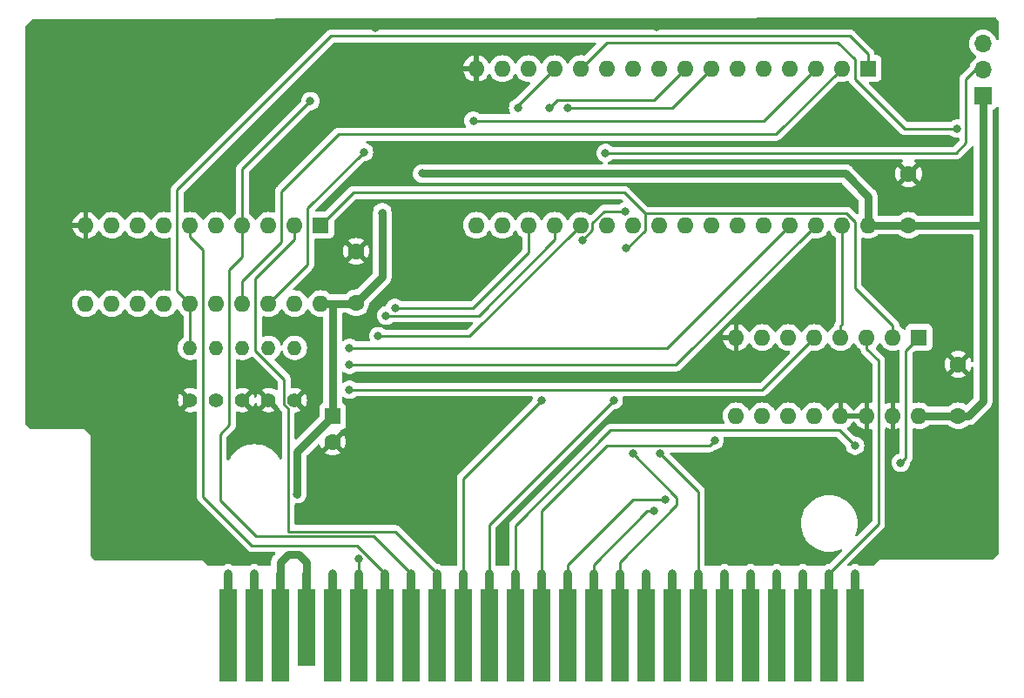
<source format=gtl>
G04 #@! TF.GenerationSoftware,KiCad,Pcbnew,7.0.10*
G04 #@! TF.CreationDate,2024-06-01T12:23:42+09:00*
G04 #@! TF.ProjectId,simple_megarom_cartridge,73696d70-6c65-45f6-9d65-6761726f6d5f,rev?*
G04 #@! TF.SameCoordinates,Original*
G04 #@! TF.FileFunction,Copper,L1,Top*
G04 #@! TF.FilePolarity,Positive*
%FSLAX46Y46*%
G04 Gerber Fmt 4.6, Leading zero omitted, Abs format (unit mm)*
G04 Created by KiCad (PCBNEW 7.0.10) date 2024-06-01 12:23:42*
%MOMM*%
%LPD*%
G01*
G04 APERTURE LIST*
G04 Aperture macros list*
%AMFreePoly0*
4,1,18,0.123607,0.380423,0.235114,0.323607,0.323607,0.235114,0.380423,0.123607,0.400000,0.000000,0.400000,-1.500000,0.850000,-1.500000,0.850000,-10.500000,-0.850000,-10.500000,-0.850000,-1.500000,-0.400000,-1.500000,-0.400000,0.000000,-0.380423,0.123607,-0.323607,0.235114,-0.235114,0.323607,-0.123607,0.380423,0.000000,0.400000,0.123607,0.380423,0.123607,0.380423,$1*%
%AMFreePoly1*
4,1,18,0.123607,0.380423,0.235114,0.323607,0.323607,0.235114,0.380423,0.123607,0.400000,0.000000,0.400000,-1.500000,0.850000,-1.500000,0.850000,-9.000000,-0.850000,-9.000000,-0.850000,-1.500000,-0.400000,-1.500000,-0.400000,0.000000,-0.380423,0.123607,-0.323607,0.235114,-0.235114,0.323607,-0.123607,0.380423,0.000000,0.400000,0.123607,0.380423,0.123607,0.380423,$1*%
G04 Aperture macros list end*
G04 #@! TA.AperFunction,ComponentPad*
%ADD10C,1.600000*%
G04 #@! TD*
G04 #@! TA.AperFunction,ComponentPad*
%ADD11R,1.600000X1.600000*%
G04 #@! TD*
G04 #@! TA.AperFunction,ComponentPad*
%ADD12O,1.600000X1.600000*%
G04 #@! TD*
G04 #@! TA.AperFunction,SMDPad,CuDef*
%ADD13FreePoly0,0.000000*%
G04 #@! TD*
G04 #@! TA.AperFunction,SMDPad,CuDef*
%ADD14FreePoly1,0.000000*%
G04 #@! TD*
G04 #@! TA.AperFunction,ComponentPad*
%ADD15C,1.400000*%
G04 #@! TD*
G04 #@! TA.AperFunction,ComponentPad*
%ADD16O,1.400000X1.400000*%
G04 #@! TD*
G04 #@! TA.AperFunction,ComponentPad*
%ADD17R,1.700000X1.700000*%
G04 #@! TD*
G04 #@! TA.AperFunction,ComponentPad*
%ADD18O,1.700000X1.700000*%
G04 #@! TD*
G04 #@! TA.AperFunction,ViaPad*
%ADD19C,0.800000*%
G04 #@! TD*
G04 #@! TA.AperFunction,Conductor*
%ADD20C,0.800000*%
G04 #@! TD*
G04 #@! TA.AperFunction,Conductor*
%ADD21C,0.250000*%
G04 #@! TD*
G04 APERTURE END LIST*
D10*
X140932000Y-88989000D03*
X140932000Y-83989000D03*
D11*
X132169000Y-55207000D03*
D12*
X129629000Y-55207000D03*
X127089000Y-55207000D03*
X124549000Y-55207000D03*
X122009000Y-55207000D03*
X119469000Y-55207000D03*
X116929000Y-55207000D03*
X114389000Y-55207000D03*
X111849000Y-55207000D03*
X109309000Y-55207000D03*
X106769000Y-55207000D03*
X104229000Y-55207000D03*
X101689000Y-55207000D03*
X99149000Y-55207000D03*
X96609000Y-55207000D03*
X94069000Y-55207000D03*
X94069000Y-70447000D03*
X96609000Y-70447000D03*
X99149000Y-70447000D03*
X101689000Y-70447000D03*
X104229000Y-70447000D03*
X106769000Y-70447000D03*
X109309000Y-70447000D03*
X111849000Y-70447000D03*
X114389000Y-70447000D03*
X116929000Y-70447000D03*
X119469000Y-70447000D03*
X122009000Y-70447000D03*
X124549000Y-70447000D03*
X127089000Y-70447000D03*
X129629000Y-70447000D03*
X132169000Y-70447000D03*
D13*
X130894600Y-104325600D03*
X128354600Y-104325600D03*
X125814600Y-104325600D03*
X123274600Y-104325600D03*
X120734600Y-104325600D03*
X118194600Y-104325600D03*
X115654600Y-104325600D03*
X113114600Y-104325600D03*
X110574600Y-104325600D03*
X108034600Y-104325600D03*
X105494600Y-104325600D03*
X102954600Y-104325600D03*
X100414600Y-104325600D03*
X97874600Y-104325600D03*
X95334600Y-104325600D03*
X92794600Y-104325600D03*
X90254600Y-104325600D03*
X87714600Y-104325600D03*
X85174600Y-104325600D03*
X82634600Y-104325600D03*
X80094600Y-104325600D03*
D14*
X77554600Y-104325600D03*
D13*
X75014600Y-104325600D03*
X72474600Y-104325600D03*
X69934600Y-104325600D03*
D10*
X82385000Y-77987000D03*
X82385000Y-72987000D03*
D11*
X137122000Y-81369000D03*
D12*
X134582000Y-81369000D03*
X132042000Y-81369000D03*
X129502000Y-81369000D03*
X126962000Y-81369000D03*
X124422000Y-81369000D03*
X121882000Y-81369000D03*
X119342000Y-81369000D03*
X119342000Y-88989000D03*
X121882000Y-88989000D03*
X124422000Y-88989000D03*
X126962000Y-88989000D03*
X129502000Y-88989000D03*
X132042000Y-88989000D03*
X134582000Y-88989000D03*
X137122000Y-88989000D03*
D11*
X80099000Y-89029000D03*
D10*
X80099000Y-91529000D03*
D15*
X76416000Y-87465000D03*
D16*
X76416000Y-82385000D03*
D15*
X68796000Y-87465000D03*
D16*
X68796000Y-82385000D03*
D15*
X71336000Y-87465000D03*
D16*
X71336000Y-82385000D03*
D15*
X73876000Y-87465000D03*
D16*
X73876000Y-82385000D03*
D10*
X136106000Y-70447000D03*
X136106000Y-65447000D03*
D15*
X66256000Y-87465000D03*
D16*
X66256000Y-82385000D03*
D17*
X143345000Y-57874000D03*
D18*
X143345000Y-55334000D03*
X143345000Y-52794000D03*
D11*
X78956000Y-70447000D03*
D12*
X76416000Y-70447000D03*
X73876000Y-70447000D03*
X71336000Y-70447000D03*
X68796000Y-70447000D03*
X66256000Y-70447000D03*
X63716000Y-70447000D03*
X61176000Y-70447000D03*
X58636000Y-70447000D03*
X56096000Y-70447000D03*
X56096000Y-78067000D03*
X58636000Y-78067000D03*
X61176000Y-78067000D03*
X63716000Y-78067000D03*
X66256000Y-78067000D03*
X68796000Y-78067000D03*
X71336000Y-78067000D03*
X73876000Y-78067000D03*
X76416000Y-78067000D03*
X78956000Y-78067000D03*
D19*
X84925000Y-69304000D03*
X88798495Y-65430505D03*
X76669992Y-96609008D03*
X88989000Y-77178000D03*
X119596000Y-68034000D03*
X128232000Y-72352000D03*
X127343000Y-102832000D03*
X70828000Y-102705000D03*
X66129000Y-89624000D03*
X89751000Y-101943000D03*
X135852000Y-79464000D03*
X50889000Y-72098000D03*
X132169000Y-102578000D03*
X131915000Y-98514000D03*
X141186000Y-68796000D03*
X83274000Y-99022000D03*
X84290000Y-51270000D03*
X140805000Y-51016000D03*
X128994000Y-68034000D03*
X141186000Y-64859000D03*
X111595000Y-51143000D03*
X51270000Y-51143000D03*
X57620000Y-102197000D03*
X116929000Y-101308000D03*
X51397000Y-89243000D03*
X54953000Y-68288000D03*
X72479000Y-91021000D03*
X95466000Y-72225000D03*
X134328000Y-57112000D03*
X129629000Y-57112000D03*
X132423000Y-72352000D03*
X143472000Y-99530000D03*
X119342000Y-102832000D03*
X87465000Y-69304000D03*
X136487000Y-77051000D03*
X139027000Y-62192000D03*
X124930000Y-62192000D03*
X96736000Y-87465000D03*
X81750000Y-82385000D03*
X93792300Y-60287000D03*
X83147000Y-63335000D03*
X81750000Y-84036000D03*
X106625200Y-63438100D03*
X135344000Y-93561000D03*
X111976000Y-92672000D03*
X109326800Y-92672000D03*
X111341000Y-98260000D03*
X112484000Y-97117000D03*
X108601700Y-72708400D03*
X117241000Y-91401990D03*
X140805000Y-61049000D03*
X130899000Y-91910000D03*
X104392100Y-71875300D03*
X108582600Y-69085000D03*
X107426400Y-87465000D03*
X102959000Y-59017000D03*
X101181000Y-59017000D03*
X100419000Y-87464998D03*
X98133000Y-59017000D03*
X77940000Y-58382000D03*
X86156200Y-78498900D03*
X84531000Y-81242000D03*
X85306002Y-79234600D03*
X82606500Y-102911300D03*
X81750000Y-86451600D03*
D20*
X82385000Y-78067000D02*
X79972000Y-78067000D01*
X80099000Y-78194000D02*
X79972000Y-78067000D01*
X132169000Y-67653000D02*
X129946505Y-65430505D01*
X132169000Y-70447000D02*
X132169000Y-67653000D01*
X141948000Y-88989000D02*
X143345000Y-87592000D01*
X143345000Y-87592000D02*
X143345000Y-70447000D01*
X140932000Y-88989000D02*
X141948000Y-88989000D01*
X82385000Y-77987000D02*
X84925000Y-75447000D01*
X79972000Y-78067000D02*
X78956000Y-78067000D01*
X76669992Y-92458008D02*
X76669992Y-96609008D01*
X137122000Y-88989000D02*
X140932000Y-88989000D01*
X143345000Y-70447000D02*
X143345000Y-57874000D01*
X129946505Y-65430505D02*
X88798495Y-65430505D01*
X80099000Y-89029000D02*
X80099000Y-78194000D01*
X136106000Y-70447000D02*
X132169000Y-70447000D01*
X84925000Y-75447000D02*
X84925000Y-69304000D01*
X84925000Y-69304000D02*
X84925000Y-69177000D01*
X143345000Y-70447000D02*
X136106000Y-70447000D01*
X80099000Y-89029000D02*
X76669992Y-92458008D01*
D21*
X124549000Y-70447000D02*
X112611000Y-82385000D01*
X112611000Y-82385000D02*
X81750000Y-82385000D01*
X77686000Y-74257000D02*
X77686000Y-68796000D01*
X122009000Y-60287000D02*
X93792300Y-60287000D01*
X73876000Y-78067000D02*
X77686000Y-74257000D01*
X127089000Y-55207000D02*
X122009000Y-60287000D01*
X77686000Y-68796000D02*
X83147000Y-63335000D01*
X129629000Y-55207000D02*
X123232900Y-61603100D01*
X71336000Y-75908000D02*
X71336000Y-78067000D01*
X80687900Y-61603100D02*
X75146000Y-67145000D01*
X123232900Y-61603100D02*
X80687900Y-61603100D01*
X75146000Y-72098000D02*
X71336000Y-75908000D01*
X75146000Y-67145000D02*
X75146000Y-72098000D01*
X113500000Y-84036000D02*
X81750000Y-84036000D01*
X127089000Y-70447000D02*
X113500000Y-84036000D01*
X64986000Y-76797000D02*
X64986000Y-67018000D01*
X130391000Y-52032000D02*
X132169000Y-53810000D01*
X132169000Y-53810000D02*
X132169000Y-55207000D01*
X79972000Y-52032000D02*
X130391000Y-52032000D01*
X66256000Y-78067000D02*
X66256000Y-82385000D01*
X66256000Y-78067000D02*
X64986000Y-76797000D01*
X64986000Y-67018000D02*
X79972000Y-52032000D01*
X141694000Y-62446000D02*
X140701900Y-63438100D01*
X143345000Y-55334000D02*
X142583000Y-55334000D01*
X140701900Y-63438100D02*
X106625200Y-63438100D01*
X142583000Y-55334000D02*
X141694000Y-56223000D01*
X141694000Y-56223000D02*
X141694000Y-62446000D01*
X133179700Y-83631800D02*
X133179700Y-99500500D01*
X132042000Y-82494100D02*
X133179700Y-83631800D01*
X132042000Y-81369000D02*
X132042000Y-82494100D01*
X133179700Y-99500500D02*
X128354600Y-104325600D01*
X135344000Y-93561000D02*
X135852000Y-93053000D01*
X135852000Y-93053000D02*
X135852000Y-82639000D01*
X135852000Y-82639000D02*
X137122000Y-81369000D01*
X115654600Y-96350600D02*
X111976000Y-92672000D01*
X115654600Y-104325600D02*
X115654600Y-96350600D01*
X113576501Y-96939501D02*
X109326800Y-92689800D01*
X108034600Y-104325600D02*
X108034600Y-103217400D01*
X108034600Y-103217400D02*
X113576501Y-97675499D01*
X113576501Y-97675499D02*
X113576501Y-96939501D01*
X109326800Y-92689800D02*
X109326800Y-92672000D01*
X105494600Y-103471400D02*
X110706000Y-98260000D01*
X105494600Y-104325600D02*
X105494600Y-103471400D01*
X110706000Y-98260000D02*
X111341000Y-98260000D01*
X102954600Y-103471400D02*
X109309000Y-97117000D01*
X109309000Y-97117000D02*
X112484000Y-97117000D01*
X102954600Y-104325600D02*
X102954600Y-103471400D01*
X110455400Y-70970600D02*
X108717600Y-72708400D01*
X130075700Y-69275000D02*
X110455400Y-69275000D01*
X134582000Y-80243900D02*
X130899000Y-76560900D01*
X108717600Y-72708400D02*
X108601700Y-72708400D01*
X130899000Y-70098300D02*
X130075700Y-69275000D01*
X82131000Y-67272000D02*
X78956000Y-70447000D01*
X108452400Y-67272000D02*
X82131000Y-67272000D01*
X110455400Y-69275000D02*
X108452400Y-67272000D01*
X130899000Y-76560900D02*
X130899000Y-70098300D01*
X134582000Y-81369000D02*
X134582000Y-80243900D01*
X110455400Y-69275000D02*
X110455400Y-70970600D01*
X106769000Y-91910000D02*
X116732990Y-91910000D01*
X100414600Y-98264400D02*
X106769000Y-91910000D01*
X116732990Y-91910000D02*
X117241000Y-91401990D01*
X100414600Y-104325600D02*
X100414600Y-98264400D01*
X107150000Y-90386000D02*
X129375000Y-90386000D01*
X130899000Y-54318000D02*
X130899000Y-56223000D01*
X106769000Y-52667000D02*
X129248000Y-52667000D01*
X129375000Y-90386000D02*
X130899000Y-91910000D01*
X97874600Y-104325600D02*
X97874600Y-99661400D01*
X135725000Y-61049000D02*
X140805000Y-61049000D01*
X129248000Y-52667000D02*
X130899000Y-54318000D01*
X130899000Y-56223000D02*
X135725000Y-61049000D01*
X104229000Y-55207000D02*
X106769000Y-52667000D01*
X97874600Y-99661400D02*
X107150000Y-90386000D01*
X106486100Y-69085000D02*
X108582600Y-69085000D01*
X105354200Y-70216900D02*
X106486100Y-69085000D01*
X104392100Y-71875300D02*
X105354200Y-70913200D01*
X105354200Y-70913200D02*
X105354200Y-70216900D01*
X95334600Y-104325600D02*
X95334600Y-99556800D01*
X95334600Y-99556800D02*
X107426400Y-87465000D01*
X102959000Y-59017000D02*
X113119000Y-59017000D01*
X113119000Y-59017000D02*
X116929000Y-55207000D01*
X92794600Y-95089398D02*
X100419000Y-87464998D01*
X111341000Y-58255000D02*
X101943000Y-58255000D01*
X114389000Y-55207000D02*
X111341000Y-58255000D01*
X101943000Y-58255000D02*
X101181000Y-59017000D01*
X92794600Y-104325600D02*
X92794600Y-95089398D01*
X75391000Y-87889569D02*
X75391000Y-85414700D01*
X98133000Y-58763000D02*
X98133000Y-59017000D01*
X90254600Y-104325600D02*
X86172200Y-100243200D01*
X75391000Y-85414700D02*
X72606000Y-82629700D01*
X72606000Y-75654000D02*
X76416000Y-71844000D01*
X86172200Y-100243200D02*
X75781000Y-100243200D01*
X75781000Y-100243200D02*
X75781000Y-88279569D01*
X76416000Y-71844000D02*
X76416000Y-70447000D01*
X101689000Y-55207000D02*
X98133000Y-58763000D01*
X75781000Y-88279569D02*
X75391000Y-87889569D01*
X72606000Y-82629700D02*
X72606000Y-75654000D01*
X69177000Y-90767000D02*
X69177000Y-97244000D01*
X84082400Y-100693400D02*
X87714600Y-104325600D01*
X71336000Y-70447000D02*
X71336000Y-64986000D01*
X69177000Y-97244000D02*
X72626400Y-100693400D01*
X72626400Y-100693400D02*
X84082400Y-100693400D01*
X71336000Y-73495000D02*
X70066000Y-74765000D01*
X70066000Y-74765000D02*
X70066000Y-89878000D01*
X71336000Y-64986000D02*
X77940000Y-58382000D01*
X70066000Y-89878000D02*
X69177000Y-90767000D01*
X71336000Y-70447000D02*
X71336000Y-73495000D01*
X99149000Y-73114000D02*
X93764100Y-78498900D01*
X93764100Y-78498900D02*
X86156200Y-78498900D01*
X99149000Y-70447000D02*
X99149000Y-73114000D01*
X72256600Y-101593600D02*
X82442600Y-101593600D01*
X67526000Y-96863000D02*
X72256600Y-101593600D01*
X67526000Y-72842100D02*
X67526000Y-96863000D01*
X82442600Y-101593600D02*
X85174600Y-104325600D01*
X66256000Y-71572100D02*
X67526000Y-72842100D01*
X66256000Y-70447000D02*
X66256000Y-71572100D01*
X104229000Y-70447000D02*
X93434000Y-81242000D01*
X93434000Y-81242000D02*
X84531000Y-81242000D01*
X101689000Y-71844000D02*
X94298400Y-79234600D01*
X82634600Y-102939400D02*
X82634600Y-104325600D01*
X94298400Y-79234600D02*
X85306002Y-79234600D01*
X82606500Y-102911300D02*
X82634600Y-102939400D01*
X101689000Y-70447000D02*
X101689000Y-71844000D01*
D20*
X75781000Y-102451000D02*
X76797000Y-102451000D01*
X77554600Y-103209000D02*
X77554600Y-104325600D01*
X75014600Y-104325600D02*
X75014600Y-103217000D01*
X76797000Y-102451000D02*
X77554600Y-103209000D01*
X75014600Y-103217000D02*
X75781000Y-102451000D01*
D21*
X121879400Y-86451600D02*
X81750000Y-86451600D01*
X126962000Y-81369000D02*
X121879400Y-86451600D01*
X129502000Y-80243900D02*
X129629000Y-80116900D01*
X129629000Y-80116900D02*
X129629000Y-70447000D01*
X129502000Y-81369000D02*
X129502000Y-80243900D01*
G04 #@! TA.AperFunction,Conductor*
G36*
X144615595Y-50273684D02*
G01*
X144651871Y-50309307D01*
X144848174Y-50603761D01*
X144868982Y-50670460D01*
X144869000Y-50672544D01*
X144869000Y-52321837D01*
X144849315Y-52388876D01*
X144796511Y-52434631D01*
X144727353Y-52444575D01*
X144663797Y-52415550D01*
X144626023Y-52356772D01*
X144625225Y-52353930D01*
X144618905Y-52330344D01*
X144618904Y-52330343D01*
X144618903Y-52330337D01*
X144519035Y-52116171D01*
X144383495Y-51922599D01*
X144383494Y-51922597D01*
X144216402Y-51755506D01*
X144216395Y-51755501D01*
X144022834Y-51619967D01*
X144022830Y-51619965D01*
X144011531Y-51614696D01*
X143808663Y-51520097D01*
X143808659Y-51520096D01*
X143808655Y-51520094D01*
X143580413Y-51458938D01*
X143580403Y-51458936D01*
X143345001Y-51438341D01*
X143344999Y-51438341D01*
X143109596Y-51458936D01*
X143109586Y-51458938D01*
X142881344Y-51520094D01*
X142881337Y-51520096D01*
X142881337Y-51520097D01*
X142877393Y-51521936D01*
X142667171Y-51619964D01*
X142667169Y-51619965D01*
X142473597Y-51755505D01*
X142306505Y-51922597D01*
X142170965Y-52116169D01*
X142170964Y-52116171D01*
X142071098Y-52330335D01*
X142071094Y-52330344D01*
X142009938Y-52558586D01*
X142009936Y-52558596D01*
X141989341Y-52793999D01*
X141989341Y-52794000D01*
X142009936Y-53029403D01*
X142009938Y-53029413D01*
X142071094Y-53257655D01*
X142071096Y-53257659D01*
X142071097Y-53257663D01*
X142127403Y-53378411D01*
X142170965Y-53471830D01*
X142170967Y-53471834D01*
X142306501Y-53665395D01*
X142306506Y-53665402D01*
X142473597Y-53832493D01*
X142473603Y-53832498D01*
X142659158Y-53962425D01*
X142702783Y-54017002D01*
X142709977Y-54086500D01*
X142678454Y-54148855D01*
X142659158Y-54165575D01*
X142473597Y-54295505D01*
X142306505Y-54462597D01*
X142170965Y-54656169D01*
X142170964Y-54656171D01*
X142071098Y-54870335D01*
X142071095Y-54870341D01*
X142046397Y-54962518D01*
X142014303Y-55018105D01*
X141310208Y-55722199D01*
X141297951Y-55732020D01*
X141298134Y-55732241D01*
X141292122Y-55737214D01*
X141246098Y-55786223D01*
X141243391Y-55789016D01*
X141223889Y-55808517D01*
X141223875Y-55808534D01*
X141221407Y-55811715D01*
X141213843Y-55820570D01*
X141183937Y-55852418D01*
X141183936Y-55852420D01*
X141174284Y-55869976D01*
X141163610Y-55886226D01*
X141151329Y-55902061D01*
X141151324Y-55902068D01*
X141133975Y-55942158D01*
X141128838Y-55952644D01*
X141107803Y-55990906D01*
X141102822Y-56010307D01*
X141096521Y-56028710D01*
X141088562Y-56047102D01*
X141088561Y-56047105D01*
X141081728Y-56090243D01*
X141079360Y-56101674D01*
X141068501Y-56143971D01*
X141068500Y-56143982D01*
X141068500Y-56164016D01*
X141066973Y-56183413D01*
X141063840Y-56203196D01*
X141064167Y-56206657D01*
X141067950Y-56246674D01*
X141068500Y-56258343D01*
X141068500Y-60031263D01*
X141048815Y-60098302D01*
X140996011Y-60144057D01*
X140926853Y-60154001D01*
X140918720Y-60152554D01*
X140899646Y-60148500D01*
X140710354Y-60148500D01*
X140684474Y-60154001D01*
X140525197Y-60187855D01*
X140525192Y-60187857D01*
X140352270Y-60264848D01*
X140352265Y-60264851D01*
X140199130Y-60376110D01*
X140199126Y-60376114D01*
X140193400Y-60382474D01*
X140133913Y-60419121D01*
X140101252Y-60423500D01*
X136035452Y-60423500D01*
X135968413Y-60403815D01*
X135947771Y-60387181D01*
X132279771Y-56719180D01*
X132246286Y-56657857D01*
X132251270Y-56588165D01*
X132293142Y-56532232D01*
X132358606Y-56507815D01*
X132367452Y-56507499D01*
X133016871Y-56507499D01*
X133016872Y-56507499D01*
X133076483Y-56501091D01*
X133211331Y-56450796D01*
X133326546Y-56364546D01*
X133412796Y-56249331D01*
X133463091Y-56114483D01*
X133469500Y-56054873D01*
X133469499Y-54359128D01*
X133463091Y-54299517D01*
X133428567Y-54206954D01*
X133412797Y-54164671D01*
X133412793Y-54164664D01*
X133326547Y-54049455D01*
X133326544Y-54049452D01*
X133211335Y-53963206D01*
X133211328Y-53963202D01*
X133076482Y-53912908D01*
X133076483Y-53912908D01*
X133016883Y-53906501D01*
X133016881Y-53906500D01*
X133016873Y-53906500D01*
X133016865Y-53906500D01*
X132918500Y-53906500D01*
X132851461Y-53886815D01*
X132805706Y-53834011D01*
X132794500Y-53782500D01*
X132794500Y-53770656D01*
X132794500Y-53770650D01*
X132793996Y-53766668D01*
X132793081Y-53755029D01*
X132792105Y-53723963D01*
X132791710Y-53711373D01*
X132786119Y-53692130D01*
X132782173Y-53673078D01*
X132779664Y-53653208D01*
X132763579Y-53612583D01*
X132759806Y-53601562D01*
X132747618Y-53559610D01*
X132747617Y-53559609D01*
X132747617Y-53559607D01*
X132747616Y-53559606D01*
X132737423Y-53542371D01*
X132728861Y-53524894D01*
X132721487Y-53506269D01*
X132695816Y-53470937D01*
X132689405Y-53461177D01*
X132667170Y-53423580D01*
X132667168Y-53423578D01*
X132667165Y-53423574D01*
X132653006Y-53409415D01*
X132640368Y-53394619D01*
X132628594Y-53378413D01*
X132594940Y-53350572D01*
X132586299Y-53342709D01*
X130891803Y-51648212D01*
X130881980Y-51635950D01*
X130881759Y-51636134D01*
X130876786Y-51630122D01*
X130827776Y-51584099D01*
X130824977Y-51581386D01*
X130805477Y-51561885D01*
X130805471Y-51561880D01*
X130802286Y-51559409D01*
X130793434Y-51551848D01*
X130761582Y-51521938D01*
X130761580Y-51521936D01*
X130761577Y-51521935D01*
X130744029Y-51512288D01*
X130727763Y-51501604D01*
X130711932Y-51489324D01*
X130671849Y-51471978D01*
X130661363Y-51466841D01*
X130623094Y-51445803D01*
X130623092Y-51445802D01*
X130603693Y-51440822D01*
X130585281Y-51434518D01*
X130566898Y-51426562D01*
X130566892Y-51426560D01*
X130523760Y-51419729D01*
X130512322Y-51417361D01*
X130470020Y-51406500D01*
X130470019Y-51406500D01*
X130449984Y-51406500D01*
X130430586Y-51404973D01*
X130423162Y-51403797D01*
X130410805Y-51401840D01*
X130410804Y-51401840D01*
X130367325Y-51405950D01*
X130355656Y-51406500D01*
X80054737Y-51406500D01*
X80039120Y-51404776D01*
X80039093Y-51405062D01*
X80031331Y-51404327D01*
X79964144Y-51406439D01*
X79960250Y-51406500D01*
X79932650Y-51406500D01*
X79928962Y-51406965D01*
X79928649Y-51407005D01*
X79917031Y-51407918D01*
X79873372Y-51409290D01*
X79873369Y-51409291D01*
X79854126Y-51414881D01*
X79835083Y-51418825D01*
X79815204Y-51421336D01*
X79815203Y-51421337D01*
X79774593Y-51437415D01*
X79763548Y-51441197D01*
X79721608Y-51453383D01*
X79721604Y-51453385D01*
X79704365Y-51463580D01*
X79686898Y-51472137D01*
X79668269Y-51479512D01*
X79668267Y-51479514D01*
X79632926Y-51505189D01*
X79623168Y-51511599D01*
X79585580Y-51533828D01*
X79571408Y-51548000D01*
X79556623Y-51560628D01*
X79540412Y-51572407D01*
X79512571Y-51606059D01*
X79504711Y-51614696D01*
X64602208Y-66517199D01*
X64589951Y-66527020D01*
X64590134Y-66527241D01*
X64584122Y-66532214D01*
X64538098Y-66581223D01*
X64535391Y-66584016D01*
X64515889Y-66603517D01*
X64515875Y-66603534D01*
X64513407Y-66606715D01*
X64505843Y-66615570D01*
X64475937Y-66647418D01*
X64475936Y-66647420D01*
X64466284Y-66664976D01*
X64455610Y-66681226D01*
X64443329Y-66697061D01*
X64443324Y-66697068D01*
X64425975Y-66737158D01*
X64420838Y-66747644D01*
X64399803Y-66785906D01*
X64394822Y-66805307D01*
X64388521Y-66823710D01*
X64380562Y-66842102D01*
X64380561Y-66842105D01*
X64373728Y-66885243D01*
X64371360Y-66896674D01*
X64360501Y-66938971D01*
X64360500Y-66938982D01*
X64360500Y-66959016D01*
X64358973Y-66978413D01*
X64358704Y-66980112D01*
X64355840Y-66998194D01*
X64355840Y-66998195D01*
X64359950Y-67041674D01*
X64360500Y-67053343D01*
X64360500Y-69117950D01*
X64340815Y-69184989D01*
X64288011Y-69230744D01*
X64218853Y-69240688D01*
X64184099Y-69230334D01*
X64162498Y-69220262D01*
X64162488Y-69220258D01*
X63942697Y-69161366D01*
X63942693Y-69161365D01*
X63942692Y-69161365D01*
X63942691Y-69161364D01*
X63942686Y-69161364D01*
X63716002Y-69141532D01*
X63715998Y-69141532D01*
X63489313Y-69161364D01*
X63489302Y-69161366D01*
X63269511Y-69220258D01*
X63269502Y-69220261D01*
X63063267Y-69316431D01*
X63063265Y-69316432D01*
X62876858Y-69446954D01*
X62715954Y-69607858D01*
X62585432Y-69794265D01*
X62585431Y-69794267D01*
X62558382Y-69852275D01*
X62512209Y-69904714D01*
X62445016Y-69923866D01*
X62378135Y-69903650D01*
X62333618Y-69852275D01*
X62306686Y-69794520D01*
X62306568Y-69794266D01*
X62176047Y-69607861D01*
X62176045Y-69607858D01*
X62015141Y-69446954D01*
X61828734Y-69316432D01*
X61828732Y-69316431D01*
X61622497Y-69220261D01*
X61622488Y-69220258D01*
X61402697Y-69161366D01*
X61402693Y-69161365D01*
X61402692Y-69161365D01*
X61402691Y-69161364D01*
X61402686Y-69161364D01*
X61176002Y-69141532D01*
X61175998Y-69141532D01*
X60949313Y-69161364D01*
X60949302Y-69161366D01*
X60729511Y-69220258D01*
X60729502Y-69220261D01*
X60523267Y-69316431D01*
X60523265Y-69316432D01*
X60336858Y-69446954D01*
X60175954Y-69607858D01*
X60045432Y-69794265D01*
X60045431Y-69794267D01*
X60018382Y-69852275D01*
X59972209Y-69904714D01*
X59905016Y-69923866D01*
X59838135Y-69903650D01*
X59793618Y-69852275D01*
X59766686Y-69794520D01*
X59766568Y-69794266D01*
X59636047Y-69607861D01*
X59636045Y-69607858D01*
X59475141Y-69446954D01*
X59288734Y-69316432D01*
X59288732Y-69316431D01*
X59082497Y-69220261D01*
X59082488Y-69220258D01*
X58862697Y-69161366D01*
X58862693Y-69161365D01*
X58862692Y-69161365D01*
X58862691Y-69161364D01*
X58862686Y-69161364D01*
X58636002Y-69141532D01*
X58635998Y-69141532D01*
X58409313Y-69161364D01*
X58409302Y-69161366D01*
X58189511Y-69220258D01*
X58189502Y-69220261D01*
X57983267Y-69316431D01*
X57983265Y-69316432D01*
X57796858Y-69446954D01*
X57635954Y-69607858D01*
X57505433Y-69794264D01*
X57505432Y-69794266D01*
X57505315Y-69794518D01*
X57478106Y-69852867D01*
X57431933Y-69905306D01*
X57364739Y-69924457D01*
X57297858Y-69904241D01*
X57253342Y-69852865D01*
X57226135Y-69794520D01*
X57226134Y-69794518D01*
X57095657Y-69608179D01*
X56934820Y-69447342D01*
X56748482Y-69316865D01*
X56542328Y-69220734D01*
X56346000Y-69168127D01*
X56346000Y-70131314D01*
X56334045Y-70119359D01*
X56221148Y-70061835D01*
X56127481Y-70047000D01*
X56064519Y-70047000D01*
X55970852Y-70061835D01*
X55857955Y-70119359D01*
X55846000Y-70131314D01*
X55846000Y-69168127D01*
X55649671Y-69220734D01*
X55443517Y-69316865D01*
X55257179Y-69447342D01*
X55096342Y-69608179D01*
X54965865Y-69794517D01*
X54869734Y-70000673D01*
X54869730Y-70000682D01*
X54817127Y-70196999D01*
X54817128Y-70197000D01*
X55780314Y-70197000D01*
X55768359Y-70208955D01*
X55710835Y-70321852D01*
X55691014Y-70447000D01*
X55710835Y-70572148D01*
X55768359Y-70685045D01*
X55780314Y-70697000D01*
X54817128Y-70697000D01*
X54869730Y-70893317D01*
X54869734Y-70893326D01*
X54965865Y-71099482D01*
X55096342Y-71285820D01*
X55257179Y-71446657D01*
X55443517Y-71577134D01*
X55649673Y-71673265D01*
X55649682Y-71673269D01*
X55845999Y-71725872D01*
X55846000Y-71725871D01*
X55846000Y-70762686D01*
X55857955Y-70774641D01*
X55970852Y-70832165D01*
X56064519Y-70847000D01*
X56127481Y-70847000D01*
X56221148Y-70832165D01*
X56334045Y-70774641D01*
X56346000Y-70762686D01*
X56346000Y-71725872D01*
X56542317Y-71673269D01*
X56542326Y-71673265D01*
X56748482Y-71577134D01*
X56934820Y-71446657D01*
X57095657Y-71285820D01*
X57226132Y-71099484D01*
X57253341Y-71041134D01*
X57299513Y-70988695D01*
X57366707Y-70969542D01*
X57433588Y-70989757D01*
X57478106Y-71041133D01*
X57505431Y-71099732D01*
X57505432Y-71099734D01*
X57635954Y-71286141D01*
X57796858Y-71447045D01*
X57817312Y-71461367D01*
X57983266Y-71577568D01*
X58189504Y-71673739D01*
X58189509Y-71673740D01*
X58189511Y-71673741D01*
X58242415Y-71687916D01*
X58409308Y-71732635D01*
X58566780Y-71746412D01*
X58635998Y-71752468D01*
X58636000Y-71752468D01*
X58636002Y-71752468D01*
X58705220Y-71746412D01*
X58862692Y-71732635D01*
X59082496Y-71673739D01*
X59288734Y-71577568D01*
X59475139Y-71447047D01*
X59636047Y-71286139D01*
X59766568Y-71099734D01*
X59793618Y-71041724D01*
X59839790Y-70989285D01*
X59906983Y-70970133D01*
X59973865Y-70990348D01*
X60018382Y-71041725D01*
X60045429Y-71099728D01*
X60045432Y-71099734D01*
X60175954Y-71286141D01*
X60336858Y-71447045D01*
X60357312Y-71461367D01*
X60523266Y-71577568D01*
X60729504Y-71673739D01*
X60729509Y-71673740D01*
X60729511Y-71673741D01*
X60782415Y-71687916D01*
X60949308Y-71732635D01*
X61106780Y-71746412D01*
X61175998Y-71752468D01*
X61176000Y-71752468D01*
X61176002Y-71752468D01*
X61245220Y-71746412D01*
X61402692Y-71732635D01*
X61622496Y-71673739D01*
X61828734Y-71577568D01*
X62015139Y-71447047D01*
X62176047Y-71286139D01*
X62306568Y-71099734D01*
X62333618Y-71041724D01*
X62379790Y-70989285D01*
X62446983Y-70970133D01*
X62513865Y-70990348D01*
X62558382Y-71041725D01*
X62585429Y-71099728D01*
X62585432Y-71099734D01*
X62715954Y-71286141D01*
X62876858Y-71447045D01*
X62897312Y-71461367D01*
X63063266Y-71577568D01*
X63269504Y-71673739D01*
X63269509Y-71673740D01*
X63269511Y-71673741D01*
X63322415Y-71687916D01*
X63489308Y-71732635D01*
X63646780Y-71746412D01*
X63715998Y-71752468D01*
X63716000Y-71752468D01*
X63716002Y-71752468D01*
X63785220Y-71746412D01*
X63942692Y-71732635D01*
X64162496Y-71673739D01*
X64184093Y-71663667D01*
X64253169Y-71653173D01*
X64316954Y-71681691D01*
X64355195Y-71740167D01*
X64360500Y-71776048D01*
X64360500Y-76714255D01*
X64358775Y-76729872D01*
X64359061Y-76729899D01*
X64357593Y-76745432D01*
X64355016Y-76745188D01*
X64340602Y-76800641D01*
X64289255Y-76848025D01*
X64220441Y-76860127D01*
X64181838Y-76849280D01*
X64162498Y-76840262D01*
X64162488Y-76840258D01*
X63942697Y-76781366D01*
X63942693Y-76781365D01*
X63942692Y-76781365D01*
X63942691Y-76781364D01*
X63942686Y-76781364D01*
X63716002Y-76761532D01*
X63715998Y-76761532D01*
X63489313Y-76781364D01*
X63489302Y-76781366D01*
X63269511Y-76840258D01*
X63269502Y-76840261D01*
X63063267Y-76936431D01*
X63063265Y-76936432D01*
X62876858Y-77066954D01*
X62715954Y-77227858D01*
X62585432Y-77414265D01*
X62585431Y-77414267D01*
X62558382Y-77472275D01*
X62512209Y-77524714D01*
X62445016Y-77543866D01*
X62378135Y-77523650D01*
X62333618Y-77472275D01*
X62306568Y-77414267D01*
X62306567Y-77414265D01*
X62176045Y-77227858D01*
X62015141Y-77066954D01*
X61828734Y-76936432D01*
X61828732Y-76936431D01*
X61622497Y-76840261D01*
X61622488Y-76840258D01*
X61402697Y-76781366D01*
X61402693Y-76781365D01*
X61402692Y-76781365D01*
X61402691Y-76781364D01*
X61402686Y-76781364D01*
X61176002Y-76761532D01*
X61175998Y-76761532D01*
X60949313Y-76781364D01*
X60949302Y-76781366D01*
X60729511Y-76840258D01*
X60729502Y-76840261D01*
X60523267Y-76936431D01*
X60523265Y-76936432D01*
X60336858Y-77066954D01*
X60175954Y-77227858D01*
X60045432Y-77414265D01*
X60045431Y-77414267D01*
X60018382Y-77472275D01*
X59972209Y-77524714D01*
X59905016Y-77543866D01*
X59838135Y-77523650D01*
X59793618Y-77472275D01*
X59766568Y-77414267D01*
X59766567Y-77414265D01*
X59636045Y-77227858D01*
X59475141Y-77066954D01*
X59288734Y-76936432D01*
X59288732Y-76936431D01*
X59082497Y-76840261D01*
X59082488Y-76840258D01*
X58862697Y-76781366D01*
X58862693Y-76781365D01*
X58862692Y-76781365D01*
X58862691Y-76781364D01*
X58862686Y-76781364D01*
X58636002Y-76761532D01*
X58635998Y-76761532D01*
X58409313Y-76781364D01*
X58409302Y-76781366D01*
X58189511Y-76840258D01*
X58189502Y-76840261D01*
X57983267Y-76936431D01*
X57983265Y-76936432D01*
X57796858Y-77066954D01*
X57635954Y-77227858D01*
X57505432Y-77414265D01*
X57505431Y-77414267D01*
X57478382Y-77472275D01*
X57432209Y-77524714D01*
X57365016Y-77543866D01*
X57298135Y-77523650D01*
X57253618Y-77472275D01*
X57226568Y-77414267D01*
X57226567Y-77414265D01*
X57096045Y-77227858D01*
X56935141Y-77066954D01*
X56748734Y-76936432D01*
X56748732Y-76936431D01*
X56542497Y-76840261D01*
X56542488Y-76840258D01*
X56322697Y-76781366D01*
X56322693Y-76781365D01*
X56322692Y-76781365D01*
X56322691Y-76781364D01*
X56322686Y-76781364D01*
X56096002Y-76761532D01*
X56095998Y-76761532D01*
X55869313Y-76781364D01*
X55869302Y-76781366D01*
X55649511Y-76840258D01*
X55649502Y-76840261D01*
X55443267Y-76936431D01*
X55443265Y-76936432D01*
X55256858Y-77066954D01*
X55095954Y-77227858D01*
X54965432Y-77414265D01*
X54965431Y-77414267D01*
X54869261Y-77620502D01*
X54869258Y-77620511D01*
X54810366Y-77840302D01*
X54810364Y-77840313D01*
X54790532Y-78066998D01*
X54790532Y-78067001D01*
X54810364Y-78293686D01*
X54810366Y-78293697D01*
X54869258Y-78513488D01*
X54869261Y-78513497D01*
X54965431Y-78719732D01*
X54965432Y-78719734D01*
X55095954Y-78906141D01*
X55256858Y-79067045D01*
X55256861Y-79067047D01*
X55443266Y-79197568D01*
X55649504Y-79293739D01*
X55869308Y-79352635D01*
X56031230Y-79366801D01*
X56095998Y-79372468D01*
X56096000Y-79372468D01*
X56096002Y-79372468D01*
X56152673Y-79367509D01*
X56322692Y-79352635D01*
X56542496Y-79293739D01*
X56748734Y-79197568D01*
X56935139Y-79067047D01*
X57096047Y-78906139D01*
X57226568Y-78719734D01*
X57253618Y-78661724D01*
X57299790Y-78609285D01*
X57366983Y-78590133D01*
X57433865Y-78610348D01*
X57478382Y-78661725D01*
X57505429Y-78719728D01*
X57505432Y-78719734D01*
X57635954Y-78906141D01*
X57796858Y-79067045D01*
X57796861Y-79067047D01*
X57983266Y-79197568D01*
X58189504Y-79293739D01*
X58409308Y-79352635D01*
X58571230Y-79366801D01*
X58635998Y-79372468D01*
X58636000Y-79372468D01*
X58636002Y-79372468D01*
X58692673Y-79367509D01*
X58862692Y-79352635D01*
X59082496Y-79293739D01*
X59288734Y-79197568D01*
X59475139Y-79067047D01*
X59636047Y-78906139D01*
X59766568Y-78719734D01*
X59793618Y-78661724D01*
X59839790Y-78609285D01*
X59906983Y-78590133D01*
X59973865Y-78610348D01*
X60018382Y-78661725D01*
X60045429Y-78719728D01*
X60045432Y-78719734D01*
X60175954Y-78906141D01*
X60336858Y-79067045D01*
X60336861Y-79067047D01*
X60523266Y-79197568D01*
X60729504Y-79293739D01*
X60949308Y-79352635D01*
X61111230Y-79366801D01*
X61175998Y-79372468D01*
X61176000Y-79372468D01*
X61176002Y-79372468D01*
X61232673Y-79367509D01*
X61402692Y-79352635D01*
X61622496Y-79293739D01*
X61828734Y-79197568D01*
X62015139Y-79067047D01*
X62176047Y-78906139D01*
X62306568Y-78719734D01*
X62333618Y-78661724D01*
X62379790Y-78609285D01*
X62446983Y-78590133D01*
X62513865Y-78610348D01*
X62558382Y-78661725D01*
X62585429Y-78719728D01*
X62585432Y-78719734D01*
X62715954Y-78906141D01*
X62876858Y-79067045D01*
X62876861Y-79067047D01*
X63063266Y-79197568D01*
X63269504Y-79293739D01*
X63489308Y-79352635D01*
X63651230Y-79366801D01*
X63715998Y-79372468D01*
X63716000Y-79372468D01*
X63716002Y-79372468D01*
X63772673Y-79367509D01*
X63942692Y-79352635D01*
X64162496Y-79293739D01*
X64368734Y-79197568D01*
X64555139Y-79067047D01*
X64716047Y-78906139D01*
X64846568Y-78719734D01*
X64873618Y-78661724D01*
X64919790Y-78609285D01*
X64986983Y-78590133D01*
X65053865Y-78610348D01*
X65098382Y-78661725D01*
X65125429Y-78719728D01*
X65125432Y-78719734D01*
X65255954Y-78906141D01*
X65416858Y-79067045D01*
X65577623Y-79179613D01*
X65621248Y-79234189D01*
X65630500Y-79281188D01*
X65630500Y-81291233D01*
X65610815Y-81358272D01*
X65571778Y-81396660D01*
X65529436Y-81422877D01*
X65365020Y-81572761D01*
X65230943Y-81750308D01*
X65230938Y-81750316D01*
X65131775Y-81949461D01*
X65131769Y-81949476D01*
X65070885Y-82163462D01*
X65070884Y-82163464D01*
X65050357Y-82384999D01*
X65050357Y-82385000D01*
X65070884Y-82606535D01*
X65070885Y-82606537D01*
X65131769Y-82820523D01*
X65131775Y-82820538D01*
X65230938Y-83019683D01*
X65230943Y-83019691D01*
X65365020Y-83197238D01*
X65529437Y-83347123D01*
X65529439Y-83347125D01*
X65718595Y-83464245D01*
X65718596Y-83464245D01*
X65718599Y-83464247D01*
X65926060Y-83544618D01*
X66144757Y-83585500D01*
X66144759Y-83585500D01*
X66367241Y-83585500D01*
X66367243Y-83585500D01*
X66585940Y-83544618D01*
X66731708Y-83488146D01*
X66801329Y-83482285D01*
X66863070Y-83514995D01*
X66897325Y-83575891D01*
X66900500Y-83603774D01*
X66900500Y-86246760D01*
X66880815Y-86313799D01*
X66828011Y-86359554D01*
X66758853Y-86369498D01*
X66731706Y-86362387D01*
X66585805Y-86305865D01*
X66367193Y-86265000D01*
X66144807Y-86265000D01*
X65926195Y-86305865D01*
X65718824Y-86386200D01*
X65718823Y-86386201D01*
X65602671Y-86458119D01*
X66256000Y-87111447D01*
X66259553Y-87115000D01*
X66226995Y-87115000D01*
X66140784Y-87129386D01*
X66038053Y-87184981D01*
X65958940Y-87270921D01*
X65912018Y-87377892D01*
X65902372Y-87494302D01*
X65931047Y-87607538D01*
X65994936Y-87705327D01*
X66087115Y-87777072D01*
X66197595Y-87815000D01*
X66259551Y-87815000D01*
X65602672Y-88471879D01*
X65602672Y-88471880D01*
X65718821Y-88543797D01*
X65718822Y-88543798D01*
X65926195Y-88624134D01*
X66144807Y-88665000D01*
X66367193Y-88665000D01*
X66585809Y-88624133D01*
X66731706Y-88567613D01*
X66801329Y-88561750D01*
X66863069Y-88594460D01*
X66897324Y-88655356D01*
X66900500Y-88683239D01*
X66900500Y-96780255D01*
X66898775Y-96795872D01*
X66899061Y-96795899D01*
X66898326Y-96803665D01*
X66900439Y-96870872D01*
X66900500Y-96874767D01*
X66900500Y-96902357D01*
X66901003Y-96906335D01*
X66901918Y-96917967D01*
X66903290Y-96961624D01*
X66903291Y-96961627D01*
X66908880Y-96980867D01*
X66912824Y-96999911D01*
X66913917Y-97008555D01*
X66915336Y-97019792D01*
X66931414Y-97060403D01*
X66935197Y-97071452D01*
X66947381Y-97113388D01*
X66957580Y-97130634D01*
X66966138Y-97148103D01*
X66973514Y-97166732D01*
X66999181Y-97202060D01*
X67005593Y-97211821D01*
X67027828Y-97249417D01*
X67027833Y-97249424D01*
X67041990Y-97263580D01*
X67054628Y-97278376D01*
X67066405Y-97294586D01*
X67066406Y-97294587D01*
X67100057Y-97322425D01*
X67108698Y-97330288D01*
X71755794Y-101977384D01*
X71765619Y-101989648D01*
X71765840Y-101989466D01*
X71770810Y-101995474D01*
X71819839Y-102041515D01*
X71822636Y-102044226D01*
X71842130Y-102063720D01*
X71845295Y-102066175D01*
X71854171Y-102073756D01*
X71886018Y-102103662D01*
X71886022Y-102103664D01*
X71903573Y-102113313D01*
X71919831Y-102123992D01*
X71935664Y-102136274D01*
X71971010Y-102151568D01*
X71975755Y-102153622D01*
X71986235Y-102158755D01*
X72024508Y-102179797D01*
X72043912Y-102184779D01*
X72062310Y-102191078D01*
X72080705Y-102199038D01*
X72123854Y-102205871D01*
X72135280Y-102208238D01*
X72177581Y-102219100D01*
X72197616Y-102219100D01*
X72217013Y-102220626D01*
X72236796Y-102223760D01*
X72280275Y-102219650D01*
X72291944Y-102219100D01*
X74439716Y-102219100D01*
X74506755Y-102238785D01*
X74552510Y-102291589D01*
X74562454Y-102360747D01*
X74533429Y-102424303D01*
X74527387Y-102430791D01*
X74470829Y-102487319D01*
X74434949Y-102523180D01*
X74420182Y-102535789D01*
X74408733Y-102544107D01*
X74363439Y-102594411D01*
X74358950Y-102599139D01*
X74344641Y-102613440D01*
X74331726Y-102629380D01*
X74327547Y-102634272D01*
X74310111Y-102653638D01*
X74282062Y-102684789D01*
X74275117Y-102696818D01*
X74264087Y-102712863D01*
X74255345Y-102723653D01*
X74224482Y-102784185D01*
X74221402Y-102789856D01*
X74187422Y-102848713D01*
X74187421Y-102848715D01*
X74183130Y-102861922D01*
X74175672Y-102879919D01*
X74169365Y-102892289D01*
X74151761Y-102957920D01*
X74149926Y-102964112D01*
X74128926Y-103028743D01*
X74127473Y-103042559D01*
X74123921Y-103061705D01*
X74120323Y-103075120D01*
X74120323Y-103075123D01*
X74116750Y-103142974D01*
X74116243Y-103149409D01*
X74114100Y-103169800D01*
X74114100Y-103190049D01*
X74113928Y-103196571D01*
X74110369Y-103264144D01*
X74110369Y-103264155D01*
X74112578Y-103278120D01*
X74114100Y-103297488D01*
X74114100Y-103470000D01*
X74094415Y-103537039D01*
X74041611Y-103582794D01*
X73990100Y-103594000D01*
X73047588Y-103594000D01*
X72980549Y-103574315D01*
X72976143Y-103571349D01*
X72951766Y-103554165D01*
X72942205Y-103547424D01*
X72829315Y-103489904D01*
X72829307Y-103489900D01*
X72816346Y-103483528D01*
X72678847Y-103441013D01*
X72678844Y-103441012D01*
X72678832Y-103441009D01*
X72553753Y-103421199D01*
X72539405Y-103419136D01*
X72395507Y-103421191D01*
X72270378Y-103441009D01*
X72270353Y-103441013D01*
X72256122Y-103443476D01*
X72119893Y-103489900D01*
X72017785Y-103541927D01*
X72006951Y-103547447D01*
X71994232Y-103554158D01*
X71994220Y-103554165D01*
X71982620Y-103562849D01*
X71974048Y-103569266D01*
X71908586Y-103593684D01*
X71899738Y-103594000D01*
X70507588Y-103594000D01*
X70440549Y-103574315D01*
X70436143Y-103571349D01*
X70411766Y-103554165D01*
X70402205Y-103547424D01*
X70289315Y-103489904D01*
X70289307Y-103489900D01*
X70276346Y-103483528D01*
X70138847Y-103441013D01*
X70138844Y-103441012D01*
X70138832Y-103441009D01*
X70013753Y-103421199D01*
X69999405Y-103419136D01*
X69855507Y-103421191D01*
X69730378Y-103441009D01*
X69730353Y-103441013D01*
X69716122Y-103443476D01*
X69579893Y-103489900D01*
X69477785Y-103541927D01*
X69466951Y-103547447D01*
X69454232Y-103554158D01*
X69454220Y-103554165D01*
X69442620Y-103562849D01*
X69434048Y-103569266D01*
X69368586Y-103593684D01*
X69359738Y-103594000D01*
X68085362Y-103594000D01*
X68018323Y-103574315D01*
X67997681Y-103557681D01*
X67526000Y-103086000D01*
X57036362Y-103086000D01*
X56969323Y-103066315D01*
X56948681Y-103049681D01*
X56640319Y-102741319D01*
X56606834Y-102679996D01*
X56604000Y-102653638D01*
X56604000Y-90894000D01*
X55969000Y-90259000D01*
X50686362Y-90259000D01*
X50619323Y-90239315D01*
X50598681Y-90222681D01*
X50290319Y-89914319D01*
X50256834Y-89852996D01*
X50254000Y-89826638D01*
X50254000Y-87465000D01*
X65050859Y-87465000D01*
X65071378Y-87686439D01*
X65132240Y-87900350D01*
X65231369Y-88099428D01*
X65247137Y-88120308D01*
X65247138Y-88120308D01*
X65902447Y-87465000D01*
X65247138Y-86809691D01*
X65247137Y-86809691D01*
X65231368Y-86830574D01*
X65132240Y-87029649D01*
X65071378Y-87243560D01*
X65050859Y-87464999D01*
X65050859Y-87465000D01*
X50254000Y-87465000D01*
X50254000Y-51067362D01*
X50273685Y-51000323D01*
X50290319Y-50979681D01*
X50852752Y-50417247D01*
X50914073Y-50383764D01*
X50940257Y-50380930D01*
X144548529Y-50254090D01*
X144615595Y-50273684D01*
G37*
G04 #@! TD.AperFunction*
G04 #@! TA.AperFunction,Conductor*
G36*
X99494561Y-87096785D02*
G01*
X99540316Y-87149589D01*
X99550260Y-87218747D01*
X99545453Y-87239417D01*
X99533327Y-87276736D01*
X99515678Y-87444649D01*
X99489093Y-87509264D01*
X99480038Y-87519368D01*
X92410808Y-94588597D01*
X92398551Y-94598418D01*
X92398734Y-94598639D01*
X92392722Y-94603612D01*
X92346698Y-94652621D01*
X92343991Y-94655414D01*
X92324489Y-94674915D01*
X92324475Y-94674932D01*
X92322007Y-94678113D01*
X92314443Y-94686968D01*
X92284537Y-94718816D01*
X92284536Y-94718818D01*
X92274884Y-94736374D01*
X92264210Y-94752624D01*
X92251929Y-94768459D01*
X92251924Y-94768466D01*
X92234575Y-94808556D01*
X92229438Y-94819042D01*
X92208403Y-94857304D01*
X92203422Y-94876705D01*
X92197121Y-94895108D01*
X92189162Y-94913500D01*
X92189161Y-94913503D01*
X92182328Y-94956641D01*
X92179960Y-94968072D01*
X92169101Y-95010369D01*
X92169100Y-95010380D01*
X92169100Y-95030414D01*
X92167573Y-95049813D01*
X92164440Y-95069592D01*
X92164440Y-95069593D01*
X92168550Y-95113072D01*
X92169100Y-95124741D01*
X92169100Y-103470000D01*
X92149415Y-103537039D01*
X92096611Y-103582794D01*
X92045100Y-103594000D01*
X90827588Y-103594000D01*
X90760549Y-103574315D01*
X90756143Y-103571349D01*
X90731766Y-103554165D01*
X90722205Y-103547424D01*
X90609315Y-103489904D01*
X90609307Y-103489900D01*
X90596346Y-103483528D01*
X90458847Y-103441013D01*
X90458844Y-103441012D01*
X90458832Y-103441009D01*
X90333753Y-103421199D01*
X90319404Y-103419136D01*
X90286342Y-103419608D01*
X90219029Y-103400882D01*
X90196893Y-103383302D01*
X86673003Y-99859412D01*
X86663180Y-99847150D01*
X86662959Y-99847334D01*
X86657986Y-99841322D01*
X86608976Y-99795299D01*
X86606177Y-99792586D01*
X86586677Y-99773085D01*
X86586671Y-99773080D01*
X86583486Y-99770609D01*
X86574634Y-99763048D01*
X86542782Y-99733138D01*
X86542780Y-99733136D01*
X86542777Y-99733135D01*
X86525229Y-99723488D01*
X86508963Y-99712804D01*
X86493132Y-99700524D01*
X86453049Y-99683178D01*
X86442563Y-99678041D01*
X86404294Y-99657003D01*
X86404292Y-99657002D01*
X86384893Y-99652022D01*
X86366481Y-99645718D01*
X86348098Y-99637762D01*
X86348092Y-99637760D01*
X86304960Y-99630929D01*
X86293522Y-99628561D01*
X86251220Y-99617700D01*
X86251219Y-99617700D01*
X86231184Y-99617700D01*
X86211786Y-99616173D01*
X86204362Y-99614997D01*
X86192005Y-99613040D01*
X86192004Y-99613040D01*
X86148525Y-99617150D01*
X86136856Y-99617700D01*
X76530500Y-99617700D01*
X76463461Y-99598015D01*
X76417706Y-99545211D01*
X76406500Y-99493700D01*
X76406500Y-97626745D01*
X76426185Y-97559706D01*
X76478989Y-97513951D01*
X76548147Y-97504007D01*
X76556250Y-97505448D01*
X76575346Y-97509508D01*
X76575350Y-97509508D01*
X76764636Y-97509508D01*
X76764638Y-97509508D01*
X76949795Y-97470152D01*
X77122722Y-97393159D01*
X77275863Y-97281896D01*
X77402525Y-97141224D01*
X77497171Y-96977292D01*
X77555666Y-96797264D01*
X77575452Y-96609008D01*
X77571171Y-96568274D01*
X77570492Y-96555314D01*
X77570492Y-92882368D01*
X77590177Y-92815329D01*
X77606806Y-92794692D01*
X78626499Y-91774999D01*
X78687818Y-91741517D01*
X78757510Y-91746501D01*
X78813443Y-91788373D01*
X78833951Y-91830589D01*
X78872731Y-91975320D01*
X78872735Y-91975331D01*
X78968863Y-92181478D01*
X79019974Y-92254472D01*
X79701046Y-91573399D01*
X79713835Y-91654148D01*
X79771359Y-91767045D01*
X79860955Y-91856641D01*
X79973852Y-91914165D01*
X80054599Y-91926953D01*
X79373526Y-92608025D01*
X79446513Y-92659132D01*
X79446521Y-92659136D01*
X79652668Y-92755264D01*
X79652682Y-92755269D01*
X79872389Y-92814139D01*
X79872400Y-92814141D01*
X80098998Y-92833966D01*
X80099002Y-92833966D01*
X80325599Y-92814141D01*
X80325610Y-92814139D01*
X80545317Y-92755269D01*
X80545331Y-92755264D01*
X80751478Y-92659136D01*
X80824471Y-92608024D01*
X80143400Y-91926953D01*
X80224148Y-91914165D01*
X80337045Y-91856641D01*
X80426641Y-91767045D01*
X80484165Y-91654148D01*
X80496953Y-91573400D01*
X81178024Y-92254471D01*
X81229136Y-92181478D01*
X81325264Y-91975331D01*
X81325269Y-91975317D01*
X81384139Y-91755610D01*
X81384141Y-91755599D01*
X81403966Y-91529002D01*
X81403966Y-91528997D01*
X81384141Y-91302400D01*
X81384139Y-91302389D01*
X81325269Y-91082682D01*
X81325264Y-91082668D01*
X81229136Y-90876521D01*
X81229132Y-90876513D01*
X81178025Y-90803526D01*
X80496953Y-91484598D01*
X80484165Y-91403852D01*
X80426641Y-91290955D01*
X80337045Y-91201359D01*
X80224148Y-91143835D01*
X80143399Y-91131046D01*
X80829645Y-90444801D01*
X80839492Y-90395807D01*
X80888107Y-90345624D01*
X80943633Y-90330981D01*
X80943576Y-90329900D01*
X80943571Y-90329854D01*
X80943573Y-90329853D01*
X80943564Y-90329676D01*
X80946857Y-90329499D01*
X80946872Y-90329499D01*
X81006483Y-90323091D01*
X81141331Y-90272796D01*
X81256546Y-90186546D01*
X81342796Y-90071331D01*
X81393091Y-89936483D01*
X81399500Y-89876873D01*
X81399499Y-88181128D01*
X81393381Y-88124212D01*
X81393091Y-88121516D01*
X81342797Y-87986671D01*
X81342793Y-87986664D01*
X81256547Y-87871455D01*
X81256544Y-87871452D01*
X81141335Y-87785206D01*
X81141328Y-87785202D01*
X81080167Y-87762391D01*
X81024233Y-87720520D01*
X80999816Y-87655056D01*
X80999500Y-87646209D01*
X80999500Y-87262772D01*
X81019185Y-87195733D01*
X81071989Y-87149978D01*
X81141147Y-87140034D01*
X81196383Y-87162453D01*
X81295792Y-87234677D01*
X81297270Y-87235751D01*
X81470192Y-87312742D01*
X81470197Y-87312744D01*
X81655354Y-87352100D01*
X81655355Y-87352100D01*
X81844644Y-87352100D01*
X81844646Y-87352100D01*
X82029803Y-87312744D01*
X82202730Y-87235751D01*
X82355871Y-87124488D01*
X82358788Y-87121247D01*
X82361600Y-87118126D01*
X82421087Y-87081479D01*
X82453748Y-87077100D01*
X99427522Y-87077100D01*
X99494561Y-87096785D01*
G37*
G04 #@! TD.AperFunction*
G04 #@! TA.AperFunction,Conductor*
G36*
X130839865Y-81912348D02*
G01*
X130884382Y-81963725D01*
X130911429Y-82021728D01*
X130911432Y-82021734D01*
X131041954Y-82208141D01*
X131202858Y-82369045D01*
X131366107Y-82483352D01*
X131409732Y-82537928D01*
X131418923Y-82581030D01*
X131419290Y-82592724D01*
X131419291Y-82592727D01*
X131424880Y-82611967D01*
X131428824Y-82631011D01*
X131429495Y-82636318D01*
X131431336Y-82650892D01*
X131447414Y-82691503D01*
X131451197Y-82702552D01*
X131463381Y-82744488D01*
X131473580Y-82761734D01*
X131482138Y-82779203D01*
X131489514Y-82797832D01*
X131515181Y-82833160D01*
X131521593Y-82842921D01*
X131543828Y-82880517D01*
X131543833Y-82880524D01*
X131557990Y-82894680D01*
X131570628Y-82909476D01*
X131582405Y-82925686D01*
X131582406Y-82925687D01*
X131616057Y-82953525D01*
X131624698Y-82961388D01*
X132517881Y-83854571D01*
X132551366Y-83915894D01*
X132554200Y-83942252D01*
X132554200Y-87618783D01*
X132534515Y-87685822D01*
X132481711Y-87731577D01*
X132412553Y-87741521D01*
X132398106Y-87738558D01*
X132292000Y-87710126D01*
X132292000Y-88673314D01*
X132280045Y-88661359D01*
X132167148Y-88603835D01*
X132073481Y-88589000D01*
X132010519Y-88589000D01*
X131916852Y-88603835D01*
X131803955Y-88661359D01*
X131792000Y-88673314D01*
X131792000Y-87710127D01*
X131595671Y-87762734D01*
X131389517Y-87858865D01*
X131203179Y-87989342D01*
X131042342Y-88150179D01*
X130911865Y-88336517D01*
X130884382Y-88395457D01*
X130838210Y-88447896D01*
X130771016Y-88467048D01*
X130704135Y-88446832D01*
X130659618Y-88395457D01*
X130632134Y-88336517D01*
X130501657Y-88150179D01*
X130340820Y-87989342D01*
X130154482Y-87858865D01*
X129948328Y-87762734D01*
X129752000Y-87710127D01*
X129752000Y-88673314D01*
X129740045Y-88661359D01*
X129627148Y-88603835D01*
X129533481Y-88589000D01*
X129470519Y-88589000D01*
X129376852Y-88603835D01*
X129263955Y-88661359D01*
X129252000Y-88673314D01*
X129252000Y-87710127D01*
X129055671Y-87762734D01*
X128849517Y-87858865D01*
X128663179Y-87989342D01*
X128502342Y-88150179D01*
X128371867Y-88336515D01*
X128344657Y-88394867D01*
X128298484Y-88447306D01*
X128231290Y-88466457D01*
X128164409Y-88446241D01*
X128119893Y-88394865D01*
X128107521Y-88368334D01*
X128092568Y-88336266D01*
X127983940Y-88181128D01*
X127962045Y-88149858D01*
X127801141Y-87988954D01*
X127614734Y-87858432D01*
X127614732Y-87858431D01*
X127408497Y-87762261D01*
X127408488Y-87762258D01*
X127188697Y-87703366D01*
X127188693Y-87703365D01*
X127188692Y-87703365D01*
X127188691Y-87703364D01*
X127188686Y-87703364D01*
X126962002Y-87683532D01*
X126961998Y-87683532D01*
X126735313Y-87703364D01*
X126735302Y-87703366D01*
X126515511Y-87762258D01*
X126515502Y-87762261D01*
X126309267Y-87858431D01*
X126309265Y-87858432D01*
X126122858Y-87988954D01*
X125961954Y-88149858D01*
X125831432Y-88336265D01*
X125831431Y-88336267D01*
X125804382Y-88394275D01*
X125758209Y-88446714D01*
X125691016Y-88465866D01*
X125624135Y-88445650D01*
X125579618Y-88394275D01*
X125552568Y-88336266D01*
X125443940Y-88181128D01*
X125422045Y-88149858D01*
X125261141Y-87988954D01*
X125074734Y-87858432D01*
X125074732Y-87858431D01*
X124868497Y-87762261D01*
X124868488Y-87762258D01*
X124648697Y-87703366D01*
X124648693Y-87703365D01*
X124648692Y-87703365D01*
X124648691Y-87703364D01*
X124648686Y-87703364D01*
X124422002Y-87683532D01*
X124421998Y-87683532D01*
X124195313Y-87703364D01*
X124195302Y-87703366D01*
X123975511Y-87762258D01*
X123975502Y-87762261D01*
X123769267Y-87858431D01*
X123769265Y-87858432D01*
X123582858Y-87988954D01*
X123421954Y-88149858D01*
X123291432Y-88336265D01*
X123291431Y-88336267D01*
X123264382Y-88394275D01*
X123218209Y-88446714D01*
X123151016Y-88465866D01*
X123084135Y-88445650D01*
X123039618Y-88394275D01*
X123012568Y-88336266D01*
X122903940Y-88181128D01*
X122882045Y-88149858D01*
X122721141Y-87988954D01*
X122534734Y-87858432D01*
X122534732Y-87858431D01*
X122328497Y-87762261D01*
X122328488Y-87762258D01*
X122108697Y-87703366D01*
X122108693Y-87703365D01*
X122108692Y-87703365D01*
X122108691Y-87703364D01*
X122108686Y-87703364D01*
X121882002Y-87683532D01*
X121881998Y-87683532D01*
X121655313Y-87703364D01*
X121655302Y-87703366D01*
X121435511Y-87762258D01*
X121435502Y-87762261D01*
X121229267Y-87858431D01*
X121229265Y-87858432D01*
X121042858Y-87988954D01*
X120881954Y-88149858D01*
X120751432Y-88336265D01*
X120751431Y-88336267D01*
X120724382Y-88394275D01*
X120678209Y-88446714D01*
X120611016Y-88465866D01*
X120544135Y-88445650D01*
X120499618Y-88394275D01*
X120472568Y-88336266D01*
X120363940Y-88181128D01*
X120342045Y-88149858D01*
X120181141Y-87988954D01*
X119994734Y-87858432D01*
X119994732Y-87858431D01*
X119788497Y-87762261D01*
X119788488Y-87762258D01*
X119568697Y-87703366D01*
X119568693Y-87703365D01*
X119568692Y-87703365D01*
X119568691Y-87703364D01*
X119568686Y-87703364D01*
X119342002Y-87683532D01*
X119341998Y-87683532D01*
X119115313Y-87703364D01*
X119115302Y-87703366D01*
X118895511Y-87762258D01*
X118895502Y-87762261D01*
X118689267Y-87858431D01*
X118689265Y-87858432D01*
X118502858Y-87988954D01*
X118341954Y-88149858D01*
X118211432Y-88336265D01*
X118211431Y-88336267D01*
X118115261Y-88542502D01*
X118115258Y-88542511D01*
X118056366Y-88762302D01*
X118056364Y-88762313D01*
X118036532Y-88988998D01*
X118036532Y-88989001D01*
X118056364Y-89215686D01*
X118056366Y-89215697D01*
X118115258Y-89435488D01*
X118115261Y-89435496D01*
X118184555Y-89584097D01*
X118195047Y-89653172D01*
X118166528Y-89716956D01*
X118108051Y-89755196D01*
X118072173Y-89760500D01*
X107232737Y-89760500D01*
X107217120Y-89758776D01*
X107217093Y-89759062D01*
X107209331Y-89758327D01*
X107142144Y-89760439D01*
X107138250Y-89760500D01*
X107110650Y-89760500D01*
X107106962Y-89760965D01*
X107106649Y-89761005D01*
X107095031Y-89761918D01*
X107051372Y-89763290D01*
X107051369Y-89763291D01*
X107032126Y-89768881D01*
X107013083Y-89772825D01*
X106993204Y-89775336D01*
X106993203Y-89775337D01*
X106952593Y-89791415D01*
X106941548Y-89795197D01*
X106899608Y-89807383D01*
X106899604Y-89807385D01*
X106882365Y-89817580D01*
X106864898Y-89826137D01*
X106846269Y-89833512D01*
X106846267Y-89833514D01*
X106810926Y-89859189D01*
X106801168Y-89865599D01*
X106763580Y-89887828D01*
X106749408Y-89902000D01*
X106734623Y-89914628D01*
X106718412Y-89926407D01*
X106690571Y-89960059D01*
X106682711Y-89968696D01*
X97490808Y-99160599D01*
X97478551Y-99170420D01*
X97478734Y-99170641D01*
X97472722Y-99175614D01*
X97426698Y-99224623D01*
X97423991Y-99227416D01*
X97404489Y-99246917D01*
X97404475Y-99246934D01*
X97402007Y-99250115D01*
X97394443Y-99258970D01*
X97364537Y-99290818D01*
X97364536Y-99290820D01*
X97354884Y-99308376D01*
X97344210Y-99324626D01*
X97331929Y-99340461D01*
X97331924Y-99340468D01*
X97314575Y-99380558D01*
X97309438Y-99391044D01*
X97288403Y-99429306D01*
X97283422Y-99448707D01*
X97277121Y-99467110D01*
X97269162Y-99485502D01*
X97269161Y-99485505D01*
X97262328Y-99528643D01*
X97259960Y-99540074D01*
X97249101Y-99582371D01*
X97249100Y-99582382D01*
X97249100Y-99602416D01*
X97247573Y-99621815D01*
X97244440Y-99641594D01*
X97244440Y-99641595D01*
X97248550Y-99685074D01*
X97249100Y-99696743D01*
X97249100Y-103470000D01*
X97229415Y-103537039D01*
X97176611Y-103582794D01*
X97125100Y-103594000D01*
X96084100Y-103594000D01*
X96017061Y-103574315D01*
X95971306Y-103521511D01*
X95960100Y-103470000D01*
X95960100Y-99867252D01*
X95979785Y-99800213D01*
X95996419Y-99779571D01*
X107374171Y-88401819D01*
X107435494Y-88368334D01*
X107461852Y-88365500D01*
X107521044Y-88365500D01*
X107521046Y-88365500D01*
X107706203Y-88326144D01*
X107879130Y-88249151D01*
X108032271Y-88137888D01*
X108158933Y-87997216D01*
X108253579Y-87833284D01*
X108312074Y-87653256D01*
X108331860Y-87465000D01*
X108312074Y-87276744D01*
X108299946Y-87239417D01*
X108297951Y-87169577D01*
X108334031Y-87109744D01*
X108396732Y-87078916D01*
X108417877Y-87077100D01*
X121796657Y-87077100D01*
X121812277Y-87078824D01*
X121812304Y-87078539D01*
X121820060Y-87079271D01*
X121820067Y-87079273D01*
X121887273Y-87077161D01*
X121891168Y-87077100D01*
X121918746Y-87077100D01*
X121918750Y-87077100D01*
X121922724Y-87076597D01*
X121934363Y-87075680D01*
X121978027Y-87074309D01*
X121997269Y-87068717D01*
X122016312Y-87064774D01*
X122036192Y-87062264D01*
X122076801Y-87046185D01*
X122087844Y-87042403D01*
X122129790Y-87030218D01*
X122147029Y-87020022D01*
X122164503Y-87011462D01*
X122183127Y-87004088D01*
X122183127Y-87004087D01*
X122183132Y-87004086D01*
X122218483Y-86978400D01*
X122228214Y-86972008D01*
X122265820Y-86949770D01*
X122279989Y-86935599D01*
X122294779Y-86922968D01*
X122310987Y-86911194D01*
X122338838Y-86877526D01*
X122346679Y-86868909D01*
X126547179Y-82668410D01*
X126608500Y-82634927D01*
X126666947Y-82636317D01*
X126735308Y-82654635D01*
X126891248Y-82668278D01*
X126961998Y-82674468D01*
X126962000Y-82674468D01*
X126962002Y-82674468D01*
X127031220Y-82668412D01*
X127188692Y-82654635D01*
X127408496Y-82595739D01*
X127614734Y-82499568D01*
X127801139Y-82369047D01*
X127962047Y-82208139D01*
X128092568Y-82021734D01*
X128119618Y-81963724D01*
X128165790Y-81911285D01*
X128232983Y-81892133D01*
X128299865Y-81912348D01*
X128344382Y-81963725D01*
X128371429Y-82021728D01*
X128371432Y-82021734D01*
X128501954Y-82208141D01*
X128662858Y-82369045D01*
X128662861Y-82369047D01*
X128849266Y-82499568D01*
X129055504Y-82595739D01*
X129275308Y-82654635D01*
X129431248Y-82668278D01*
X129501998Y-82674468D01*
X129502000Y-82674468D01*
X129502002Y-82674468D01*
X129571220Y-82668412D01*
X129728692Y-82654635D01*
X129948496Y-82595739D01*
X130154734Y-82499568D01*
X130341139Y-82369047D01*
X130502047Y-82208139D01*
X130632568Y-82021734D01*
X130659618Y-81963724D01*
X130705790Y-81911285D01*
X130772983Y-81892133D01*
X130839865Y-81912348D01*
G37*
G04 #@! TD.AperFunction*
G04 #@! TA.AperFunction,Conductor*
G36*
X132292000Y-90267871D02*
G01*
X132398106Y-90239441D01*
X132467956Y-90241104D01*
X132525819Y-90280266D01*
X132553323Y-90344495D01*
X132554200Y-90359216D01*
X132554200Y-99190047D01*
X132534515Y-99257086D01*
X132517881Y-99277728D01*
X131100181Y-100695427D01*
X131038858Y-100728912D01*
X130969166Y-100723928D01*
X130913233Y-100682056D01*
X130888816Y-100616592D01*
X130899424Y-100556857D01*
X130956463Y-100430123D01*
X131055456Y-100112441D01*
X131115436Y-99785142D01*
X131135527Y-99453000D01*
X131115436Y-99120858D01*
X131055456Y-98793559D01*
X130966415Y-98507813D01*
X130956469Y-98475895D01*
X130956467Y-98475890D01*
X130956463Y-98475877D01*
X130819898Y-98172443D01*
X130647754Y-97887682D01*
X130647751Y-97887678D01*
X130647748Y-97887673D01*
X130442539Y-97625744D01*
X130207255Y-97390460D01*
X129945326Y-97185251D01*
X129914692Y-97166732D01*
X129660557Y-97013102D01*
X129357123Y-96876537D01*
X129357116Y-96876534D01*
X129357104Y-96876530D01*
X129039449Y-96777546D01*
X129039445Y-96777545D01*
X129039441Y-96777544D01*
X128712142Y-96717564D01*
X128712141Y-96717563D01*
X128712136Y-96717563D01*
X128463114Y-96702500D01*
X128463106Y-96702500D01*
X128296894Y-96702500D01*
X128296885Y-96702500D01*
X128047863Y-96717563D01*
X128047858Y-96717564D01*
X127720559Y-96777544D01*
X127720556Y-96777544D01*
X127720550Y-96777546D01*
X127402895Y-96876530D01*
X127402879Y-96876536D01*
X127402877Y-96876537D01*
X127262095Y-96939898D01*
X127113839Y-97006623D01*
X127099443Y-97013102D01*
X127086001Y-97021228D01*
X126814673Y-97185251D01*
X126552744Y-97390460D01*
X126317460Y-97625744D01*
X126112251Y-97887673D01*
X126027100Y-98028531D01*
X125943708Y-98166479D01*
X125940101Y-98172445D01*
X125940100Y-98172447D01*
X125803536Y-98475880D01*
X125803530Y-98475895D01*
X125704546Y-98793550D01*
X125704544Y-98793556D01*
X125704544Y-98793559D01*
X125693002Y-98856542D01*
X125644563Y-99120863D01*
X125624473Y-99453000D01*
X125644563Y-99785136D01*
X125644563Y-99785141D01*
X125644564Y-99785142D01*
X125704544Y-100112441D01*
X125704545Y-100112445D01*
X125704546Y-100112449D01*
X125803530Y-100430104D01*
X125803534Y-100430116D01*
X125803537Y-100430123D01*
X125940102Y-100733557D01*
X126070563Y-100949366D01*
X126112251Y-101018326D01*
X126317460Y-101280255D01*
X126552744Y-101515539D01*
X126814673Y-101720748D01*
X126814678Y-101720751D01*
X126814682Y-101720754D01*
X127099443Y-101892898D01*
X127402877Y-102029463D01*
X127402890Y-102029467D01*
X127402895Y-102029469D01*
X127532192Y-102069759D01*
X127720559Y-102128456D01*
X128047858Y-102188436D01*
X128296894Y-102203500D01*
X128296907Y-102203500D01*
X128463093Y-102203500D01*
X128463106Y-102203500D01*
X128712142Y-102188436D01*
X129039441Y-102128456D01*
X129314191Y-102042841D01*
X129357104Y-102029469D01*
X129357104Y-102029468D01*
X129357123Y-102029463D01*
X129483856Y-101972424D01*
X129553066Y-101962861D01*
X129616462Y-101992234D01*
X129653913Y-102051219D01*
X129653530Y-102121087D01*
X129622427Y-102173181D01*
X128411437Y-103384171D01*
X128350114Y-103417656D01*
X128325527Y-103420477D01*
X128275507Y-103421191D01*
X128150378Y-103441009D01*
X128150353Y-103441013D01*
X128136122Y-103443476D01*
X127999893Y-103489900D01*
X127897785Y-103541927D01*
X127886951Y-103547447D01*
X127874232Y-103554158D01*
X127874220Y-103554165D01*
X127862620Y-103562849D01*
X127854048Y-103569266D01*
X127788586Y-103593684D01*
X127779738Y-103594000D01*
X126387588Y-103594000D01*
X126320549Y-103574315D01*
X126316143Y-103571349D01*
X126291766Y-103554165D01*
X126282205Y-103547424D01*
X126169315Y-103489904D01*
X126169307Y-103489900D01*
X126156346Y-103483528D01*
X126018847Y-103441013D01*
X126018844Y-103441012D01*
X126018832Y-103441009D01*
X125893753Y-103421199D01*
X125879405Y-103419136D01*
X125735507Y-103421191D01*
X125610378Y-103441009D01*
X125610353Y-103441013D01*
X125596122Y-103443476D01*
X125459893Y-103489900D01*
X125357785Y-103541927D01*
X125346951Y-103547447D01*
X125334232Y-103554158D01*
X125334220Y-103554165D01*
X125322620Y-103562849D01*
X125314048Y-103569266D01*
X125248586Y-103593684D01*
X125239738Y-103594000D01*
X123847588Y-103594000D01*
X123780549Y-103574315D01*
X123776143Y-103571349D01*
X123751766Y-103554165D01*
X123742205Y-103547424D01*
X123629315Y-103489904D01*
X123629307Y-103489900D01*
X123616346Y-103483528D01*
X123478847Y-103441013D01*
X123478844Y-103441012D01*
X123478832Y-103441009D01*
X123353753Y-103421199D01*
X123339405Y-103419136D01*
X123195507Y-103421191D01*
X123070378Y-103441009D01*
X123070353Y-103441013D01*
X123056122Y-103443476D01*
X122919893Y-103489900D01*
X122817785Y-103541927D01*
X122806951Y-103547447D01*
X122794232Y-103554158D01*
X122794220Y-103554165D01*
X122782620Y-103562849D01*
X122774048Y-103569266D01*
X122708586Y-103593684D01*
X122699738Y-103594000D01*
X121307588Y-103594000D01*
X121240549Y-103574315D01*
X121236143Y-103571349D01*
X121211766Y-103554165D01*
X121202205Y-103547424D01*
X121089315Y-103489904D01*
X121089307Y-103489900D01*
X121076346Y-103483528D01*
X120938847Y-103441013D01*
X120938844Y-103441012D01*
X120938832Y-103441009D01*
X120813753Y-103421199D01*
X120799405Y-103419136D01*
X120655507Y-103421191D01*
X120530378Y-103441009D01*
X120530353Y-103441013D01*
X120516122Y-103443476D01*
X120379893Y-103489900D01*
X120277785Y-103541927D01*
X120266951Y-103547447D01*
X120254232Y-103554158D01*
X120254220Y-103554165D01*
X120242620Y-103562849D01*
X120234048Y-103569266D01*
X120168586Y-103593684D01*
X120159738Y-103594000D01*
X118767588Y-103594000D01*
X118700549Y-103574315D01*
X118696143Y-103571349D01*
X118671766Y-103554165D01*
X118662205Y-103547424D01*
X118549315Y-103489904D01*
X118549307Y-103489900D01*
X118536346Y-103483528D01*
X118398847Y-103441013D01*
X118398844Y-103441012D01*
X118398832Y-103441009D01*
X118273753Y-103421199D01*
X118259405Y-103419136D01*
X118115507Y-103421191D01*
X117990378Y-103441009D01*
X117990353Y-103441013D01*
X117976122Y-103443476D01*
X117839893Y-103489900D01*
X117737785Y-103541927D01*
X117726951Y-103547447D01*
X117714232Y-103554158D01*
X117714220Y-103554165D01*
X117702620Y-103562849D01*
X117694048Y-103569266D01*
X117628586Y-103593684D01*
X117619738Y-103594000D01*
X116404100Y-103594000D01*
X116337061Y-103574315D01*
X116291306Y-103521511D01*
X116280100Y-103470000D01*
X116280100Y-96433342D01*
X116281824Y-96417722D01*
X116281539Y-96417696D01*
X116282271Y-96409940D01*
X116282273Y-96409933D01*
X116280161Y-96342726D01*
X116280100Y-96338831D01*
X116280100Y-96311254D01*
X116280100Y-96311250D01*
X116279596Y-96307265D01*
X116278680Y-96295621D01*
X116277837Y-96268791D01*
X116277309Y-96251973D01*
X116271722Y-96232744D01*
X116267774Y-96213684D01*
X116265263Y-96193804D01*
X116249188Y-96153204D01*
X116245404Y-96142152D01*
X116233218Y-96100209D01*
X116233216Y-96100206D01*
X116223023Y-96082971D01*
X116214461Y-96065494D01*
X116207087Y-96046869D01*
X116181416Y-96011537D01*
X116175005Y-96001777D01*
X116152770Y-95964180D01*
X116152768Y-95964178D01*
X116152765Y-95964174D01*
X116138606Y-95950015D01*
X116125968Y-95935219D01*
X116114194Y-95919013D01*
X116080540Y-95891172D01*
X116071899Y-95883309D01*
X112935772Y-92747181D01*
X112902287Y-92685858D01*
X112907271Y-92616166D01*
X112949143Y-92560233D01*
X113014607Y-92535816D01*
X113023453Y-92535500D01*
X116650247Y-92535500D01*
X116665867Y-92537224D01*
X116665894Y-92536939D01*
X116673650Y-92537671D01*
X116673657Y-92537673D01*
X116740863Y-92535561D01*
X116744758Y-92535500D01*
X116772336Y-92535500D01*
X116772340Y-92535500D01*
X116776314Y-92534997D01*
X116787953Y-92534080D01*
X116831617Y-92532709D01*
X116850859Y-92527117D01*
X116869902Y-92523174D01*
X116889782Y-92520664D01*
X116930391Y-92504585D01*
X116941434Y-92500803D01*
X116983380Y-92488618D01*
X117000619Y-92478422D01*
X117018093Y-92469862D01*
X117036717Y-92462488D01*
X117036717Y-92462487D01*
X117036722Y-92462486D01*
X117072073Y-92436800D01*
X117081804Y-92430408D01*
X117119410Y-92408170D01*
X117133579Y-92393999D01*
X117148369Y-92381368D01*
X117164577Y-92369594D01*
X117182895Y-92347451D01*
X117240794Y-92308343D01*
X117278440Y-92302490D01*
X117335644Y-92302490D01*
X117335646Y-92302490D01*
X117520803Y-92263134D01*
X117693730Y-92186141D01*
X117846871Y-92074878D01*
X117973533Y-91934206D01*
X118068179Y-91770274D01*
X118126674Y-91590246D01*
X118146460Y-91401990D01*
X118126674Y-91213734D01*
X118113703Y-91173816D01*
X118111708Y-91103978D01*
X118147788Y-91044145D01*
X118210489Y-91013316D01*
X118231635Y-91011500D01*
X129064548Y-91011500D01*
X129131587Y-91031185D01*
X129152229Y-91047819D01*
X129960038Y-91855629D01*
X129993523Y-91916952D01*
X129995678Y-91930348D01*
X129996084Y-91934206D01*
X130013326Y-92098256D01*
X130013327Y-92098259D01*
X130071818Y-92278277D01*
X130071821Y-92278284D01*
X130166467Y-92442216D01*
X130268185Y-92555185D01*
X130293129Y-92582888D01*
X130446265Y-92694148D01*
X130446270Y-92694151D01*
X130619192Y-92771142D01*
X130619197Y-92771144D01*
X130804354Y-92810500D01*
X130804355Y-92810500D01*
X130993644Y-92810500D01*
X130993646Y-92810500D01*
X131178803Y-92771144D01*
X131351730Y-92694151D01*
X131504871Y-92582888D01*
X131631533Y-92442216D01*
X131726179Y-92278284D01*
X131784674Y-92098256D01*
X131804460Y-91910000D01*
X131784674Y-91721744D01*
X131726179Y-91541716D01*
X131631533Y-91377784D01*
X131504871Y-91237112D01*
X131504870Y-91237111D01*
X131351734Y-91125851D01*
X131351729Y-91125848D01*
X131178807Y-91048857D01*
X131178802Y-91048855D01*
X131016388Y-91014334D01*
X130993646Y-91009500D01*
X130993645Y-91009500D01*
X130934453Y-91009500D01*
X130867414Y-90989815D01*
X130846772Y-90973181D01*
X130163837Y-90290246D01*
X130130352Y-90228923D01*
X130135336Y-90159231D01*
X130177208Y-90103298D01*
X130180394Y-90100990D01*
X130340820Y-89988657D01*
X130501657Y-89827820D01*
X130632134Y-89641481D01*
X130632135Y-89641479D01*
X130659618Y-89582543D01*
X130705790Y-89530103D01*
X130772983Y-89510951D01*
X130839864Y-89531166D01*
X130884382Y-89582543D01*
X130911864Y-89641479D01*
X130911865Y-89641481D01*
X131042342Y-89827820D01*
X131203179Y-89988657D01*
X131389517Y-90119134D01*
X131595673Y-90215265D01*
X131595682Y-90215269D01*
X131791999Y-90267872D01*
X131792000Y-90267871D01*
X131792000Y-89304686D01*
X131803955Y-89316641D01*
X131916852Y-89374165D01*
X132010519Y-89389000D01*
X132073481Y-89389000D01*
X132167148Y-89374165D01*
X132280045Y-89316641D01*
X132292000Y-89304686D01*
X132292000Y-90267871D01*
G37*
G04 #@! TD.AperFunction*
G04 #@! TA.AperFunction,Conductor*
G36*
X144819303Y-58931298D02*
G01*
X144861179Y-58987229D01*
X144869000Y-59030571D01*
X144869000Y-102399638D01*
X144849315Y-102466677D01*
X144832681Y-102487319D01*
X144397319Y-102922681D01*
X144335996Y-102956166D01*
X144309638Y-102959000D01*
X133311999Y-102959000D01*
X132713319Y-103557681D01*
X132651996Y-103591166D01*
X132625638Y-103594000D01*
X131467588Y-103594000D01*
X131400549Y-103574315D01*
X131396143Y-103571349D01*
X131371766Y-103554165D01*
X131362205Y-103547424D01*
X131249315Y-103489904D01*
X131249307Y-103489900D01*
X131236346Y-103483528D01*
X131098847Y-103441013D01*
X131098844Y-103441012D01*
X131098832Y-103441009D01*
X130973753Y-103421199D01*
X130959405Y-103419136D01*
X130815507Y-103421191D01*
X130690378Y-103441009D01*
X130690353Y-103441013D01*
X130676122Y-103443476D01*
X130539893Y-103489900D01*
X130437785Y-103541927D01*
X130426951Y-103547447D01*
X130414232Y-103554158D01*
X130414220Y-103554165D01*
X130402620Y-103562849D01*
X130394048Y-103569266D01*
X130328586Y-103593684D01*
X130319738Y-103594000D01*
X130270152Y-103594000D01*
X130203113Y-103574315D01*
X130157358Y-103521511D01*
X130147414Y-103452353D01*
X130176439Y-103388797D01*
X130182471Y-103382319D01*
X131844042Y-101720748D01*
X133563488Y-100001301D01*
X133575742Y-99991486D01*
X133575559Y-99991264D01*
X133581568Y-99986291D01*
X133581577Y-99986286D01*
X133627649Y-99937222D01*
X133630266Y-99934523D01*
X133649820Y-99914971D01*
X133652276Y-99911803D01*
X133659856Y-99902927D01*
X133689762Y-99871082D01*
X133699415Y-99853520D01*
X133710089Y-99837270D01*
X133722373Y-99821436D01*
X133739719Y-99781350D01*
X133744857Y-99770862D01*
X133744993Y-99770616D01*
X133765897Y-99732592D01*
X133770877Y-99713191D01*
X133777178Y-99694788D01*
X133785138Y-99676396D01*
X133791972Y-99633241D01*
X133794335Y-99621831D01*
X133805200Y-99579519D01*
X133805200Y-99559483D01*
X133806727Y-99540082D01*
X133809860Y-99520304D01*
X133806204Y-99481632D01*
X133805750Y-99476824D01*
X133805200Y-99465155D01*
X133805200Y-90255804D01*
X133824885Y-90188765D01*
X133877689Y-90143010D01*
X133946847Y-90133066D01*
X133981605Y-90143422D01*
X134135673Y-90215266D01*
X134135682Y-90215269D01*
X134331999Y-90267872D01*
X134332000Y-90267871D01*
X134332000Y-89304686D01*
X134343955Y-89316641D01*
X134456852Y-89374165D01*
X134550519Y-89389000D01*
X134613481Y-89389000D01*
X134707148Y-89374165D01*
X134820045Y-89316641D01*
X134832000Y-89304686D01*
X134832000Y-90267872D01*
X135028317Y-90215269D01*
X135028321Y-90215267D01*
X135050094Y-90205115D01*
X135119172Y-90194623D01*
X135182956Y-90223142D01*
X135221196Y-90281618D01*
X135226500Y-90317497D01*
X135226500Y-92564944D01*
X135206815Y-92631983D01*
X135154011Y-92677738D01*
X135128282Y-92686234D01*
X135064196Y-92699856D01*
X135064192Y-92699857D01*
X134891270Y-92776848D01*
X134891265Y-92776851D01*
X134738129Y-92888111D01*
X134611466Y-93028785D01*
X134516821Y-93192715D01*
X134516818Y-93192722D01*
X134469564Y-93338157D01*
X134458326Y-93372744D01*
X134438540Y-93561000D01*
X134458326Y-93749256D01*
X134458327Y-93749259D01*
X134516818Y-93929277D01*
X134516821Y-93929284D01*
X134611467Y-94093216D01*
X134738129Y-94233888D01*
X134891265Y-94345148D01*
X134891270Y-94345151D01*
X135064192Y-94422142D01*
X135064197Y-94422144D01*
X135249354Y-94461500D01*
X135249355Y-94461500D01*
X135438644Y-94461500D01*
X135438646Y-94461500D01*
X135623803Y-94422144D01*
X135796730Y-94345151D01*
X135949871Y-94233888D01*
X136076533Y-94093216D01*
X136171179Y-93929284D01*
X136229674Y-93749256D01*
X136247170Y-93582782D01*
X136273754Y-93518169D01*
X136280097Y-93510864D01*
X136299920Y-93489754D01*
X136302566Y-93487023D01*
X136322120Y-93467471D01*
X136324576Y-93464303D01*
X136332156Y-93455427D01*
X136362062Y-93423582D01*
X136371713Y-93406024D01*
X136382396Y-93389761D01*
X136394673Y-93373936D01*
X136412021Y-93333844D01*
X136417151Y-93323371D01*
X136438197Y-93285092D01*
X136443180Y-93265680D01*
X136449481Y-93247280D01*
X136457437Y-93228896D01*
X136464270Y-93185748D01*
X136466633Y-93174338D01*
X136477500Y-93132019D01*
X136477500Y-93111983D01*
X136479027Y-93092582D01*
X136482160Y-93072804D01*
X136478049Y-93029327D01*
X136477500Y-93017658D01*
X136477500Y-90318048D01*
X136497185Y-90251009D01*
X136549989Y-90205254D01*
X136619147Y-90195310D01*
X136653905Y-90205667D01*
X136675504Y-90215739D01*
X136675509Y-90215740D01*
X136675511Y-90215741D01*
X136724708Y-90228923D01*
X136895308Y-90274635D01*
X137057230Y-90288801D01*
X137121998Y-90294468D01*
X137122000Y-90294468D01*
X137122002Y-90294468D01*
X137180899Y-90289315D01*
X137348692Y-90274635D01*
X137568496Y-90215739D01*
X137774734Y-90119568D01*
X137961139Y-89989047D01*
X138024368Y-89925817D01*
X138085689Y-89892334D01*
X138112048Y-89889500D01*
X139941952Y-89889500D01*
X140008991Y-89909185D01*
X140029628Y-89925814D01*
X140092861Y-89989047D01*
X140279266Y-90119568D01*
X140485504Y-90215739D01*
X140485509Y-90215740D01*
X140485511Y-90215741D01*
X140534708Y-90228923D01*
X140705308Y-90274635D01*
X140867230Y-90288801D01*
X140931998Y-90294468D01*
X140932000Y-90294468D01*
X140932002Y-90294468D01*
X140990899Y-90289315D01*
X141158692Y-90274635D01*
X141378496Y-90215739D01*
X141584734Y-90119568D01*
X141771139Y-89989047D01*
X141831450Y-89928735D01*
X141892769Y-89895252D01*
X141912633Y-89892589D01*
X141963831Y-89889906D01*
X141968338Y-89889670D01*
X141974826Y-89889500D01*
X141995191Y-89889500D01*
X141995192Y-89889500D01*
X142006393Y-89888322D01*
X142015448Y-89887371D01*
X142021906Y-89886862D01*
X142089646Y-89883313D01*
X142103187Y-89879683D01*
X142122313Y-89876138D01*
X142136256Y-89874674D01*
X142200786Y-89853706D01*
X142206951Y-89851880D01*
X142272488Y-89834320D01*
X142284976Y-89827956D01*
X142302950Y-89820510D01*
X142316284Y-89816179D01*
X142375051Y-89782248D01*
X142380693Y-89779185D01*
X142441149Y-89748383D01*
X142452031Y-89739569D01*
X142468083Y-89728537D01*
X142480216Y-89721533D01*
X142530654Y-89676117D01*
X142535540Y-89671945D01*
X142551380Y-89659119D01*
X142565801Y-89644696D01*
X142570472Y-89640264D01*
X142620888Y-89594871D01*
X142629130Y-89583525D01*
X142641760Y-89568737D01*
X143924737Y-88285760D01*
X143939525Y-88273130D01*
X143950871Y-88264888D01*
X143996264Y-88214472D01*
X144000696Y-88209801D01*
X144015119Y-88195380D01*
X144027945Y-88179540D01*
X144032117Y-88174654D01*
X144077533Y-88124216D01*
X144084538Y-88112080D01*
X144095570Y-88096031D01*
X144101669Y-88088500D01*
X144104383Y-88085149D01*
X144135185Y-88024693D01*
X144138248Y-88019051D01*
X144172179Y-87960284D01*
X144176509Y-87946956D01*
X144183960Y-87928969D01*
X144190319Y-87916490D01*
X144190319Y-87916489D01*
X144190320Y-87916488D01*
X144207880Y-87850947D01*
X144209699Y-87844804D01*
X144230674Y-87780256D01*
X144232139Y-87766307D01*
X144235684Y-87747183D01*
X144239312Y-87733646D01*
X144242862Y-87665906D01*
X144243370Y-87659455D01*
X144243410Y-87659079D01*
X144245500Y-87639192D01*
X144245500Y-87618819D01*
X144245670Y-87612329D01*
X144245921Y-87607538D01*
X144249219Y-87544612D01*
X144247027Y-87530772D01*
X144245500Y-87511373D01*
X144245500Y-59325439D01*
X144265185Y-59258400D01*
X144317989Y-59212645D01*
X144326168Y-59209257D01*
X144437326Y-59167798D01*
X144437326Y-59167797D01*
X144437331Y-59167796D01*
X144552546Y-59081546D01*
X144623152Y-58987229D01*
X144644112Y-58959231D01*
X144646382Y-58960930D01*
X144685565Y-58921743D01*
X144753837Y-58906886D01*
X144819303Y-58931298D01*
G37*
G04 #@! TD.AperFunction*
G04 #@! TA.AperFunction,Conductor*
G36*
X72304087Y-83225030D02*
G01*
X72343116Y-83251406D01*
X74729181Y-85637471D01*
X74762666Y-85698794D01*
X74765500Y-85725152D01*
X74765500Y-86381727D01*
X74745815Y-86448766D01*
X74693011Y-86494521D01*
X74623853Y-86504465D01*
X74576223Y-86487154D01*
X74413184Y-86386205D01*
X74413177Y-86386201D01*
X74205804Y-86305865D01*
X73987193Y-86265000D01*
X73764807Y-86265000D01*
X73546195Y-86305865D01*
X73338824Y-86386200D01*
X73338823Y-86386201D01*
X73222671Y-86458119D01*
X73876000Y-87111447D01*
X73879553Y-87115000D01*
X73846995Y-87115000D01*
X73760784Y-87129386D01*
X73658053Y-87184981D01*
X73578940Y-87270921D01*
X73532018Y-87377892D01*
X73522372Y-87494302D01*
X73551047Y-87607538D01*
X73614936Y-87705327D01*
X73707115Y-87777072D01*
X73817595Y-87815000D01*
X73905005Y-87815000D01*
X73991216Y-87800614D01*
X74093947Y-87745019D01*
X74173060Y-87659079D01*
X74219982Y-87552108D01*
X74227380Y-87462827D01*
X74745893Y-87981340D01*
X74777406Y-88039052D01*
X74778394Y-88038799D01*
X74780335Y-88046359D01*
X74796414Y-88086972D01*
X74800197Y-88098021D01*
X74811779Y-88137886D01*
X74812382Y-88139959D01*
X74819701Y-88152336D01*
X74822580Y-88157203D01*
X74831136Y-88174669D01*
X74833697Y-88181135D01*
X74838514Y-88193301D01*
X74864181Y-88228629D01*
X74870593Y-88238390D01*
X74892828Y-88275986D01*
X74892833Y-88275993D01*
X74906990Y-88290149D01*
X74919627Y-88304944D01*
X74931406Y-88321156D01*
X74952856Y-88338901D01*
X74965056Y-88348994D01*
X74973685Y-88356845D01*
X75119182Y-88502341D01*
X75152666Y-88563662D01*
X75155500Y-88590021D01*
X75155500Y-93131283D01*
X75135815Y-93198322D01*
X75083011Y-93244077D01*
X75013853Y-93254021D01*
X74950297Y-93224996D01*
X74925383Y-93195433D01*
X74767754Y-92934682D01*
X74767751Y-92934678D01*
X74767748Y-92934673D01*
X74562539Y-92672744D01*
X74327255Y-92437460D01*
X74065326Y-92232251D01*
X74065318Y-92232246D01*
X73780557Y-92060102D01*
X73477123Y-91923537D01*
X73477116Y-91923534D01*
X73477104Y-91923530D01*
X73159449Y-91824546D01*
X73159445Y-91824545D01*
X73159441Y-91824544D01*
X72832142Y-91764564D01*
X72832141Y-91764563D01*
X72832136Y-91764563D01*
X72583114Y-91749500D01*
X72583106Y-91749500D01*
X72416894Y-91749500D01*
X72416885Y-91749500D01*
X72167863Y-91764563D01*
X72110900Y-91775002D01*
X71840559Y-91824544D01*
X71840556Y-91824544D01*
X71840550Y-91824546D01*
X71522895Y-91923530D01*
X71522879Y-91923536D01*
X71522877Y-91923537D01*
X71407796Y-91975331D01*
X71219447Y-92060100D01*
X71219445Y-92060101D01*
X70934673Y-92232251D01*
X70672744Y-92437460D01*
X70437460Y-92672744D01*
X70232251Y-92934673D01*
X70168407Y-93040284D01*
X70076256Y-93192722D01*
X70060101Y-93219445D01*
X70060099Y-93219447D01*
X70039576Y-93265050D01*
X69994111Y-93318105D01*
X69927181Y-93338157D01*
X69860034Y-93318841D01*
X69813990Y-93266289D01*
X69802500Y-93214159D01*
X69802500Y-91077452D01*
X69822185Y-91010413D01*
X69838819Y-90989771D01*
X70140619Y-90687971D01*
X70449788Y-90378801D01*
X70462042Y-90368986D01*
X70461859Y-90368764D01*
X70467868Y-90363791D01*
X70467877Y-90363786D01*
X70513949Y-90314722D01*
X70516566Y-90312023D01*
X70536120Y-90292471D01*
X70538576Y-90289303D01*
X70546156Y-90280427D01*
X70576062Y-90248582D01*
X70585715Y-90231020D01*
X70596389Y-90214770D01*
X70608673Y-90198936D01*
X70626019Y-90158850D01*
X70631157Y-90148362D01*
X70634100Y-90143010D01*
X70652197Y-90110092D01*
X70657177Y-90090691D01*
X70663478Y-90072288D01*
X70671438Y-90053896D01*
X70678272Y-90010741D01*
X70680635Y-89999331D01*
X70691500Y-89957019D01*
X70691500Y-89936983D01*
X70693027Y-89917582D01*
X70694357Y-89909185D01*
X70696160Y-89897804D01*
X70692050Y-89854324D01*
X70691500Y-89842655D01*
X70691500Y-88683239D01*
X70711185Y-88616200D01*
X70763989Y-88570445D01*
X70833147Y-88560501D01*
X70860294Y-88567613D01*
X71006190Y-88624133D01*
X71224807Y-88665000D01*
X71447193Y-88665000D01*
X71665809Y-88624133D01*
X71873168Y-88543801D01*
X71873181Y-88543795D01*
X71989324Y-88471880D01*
X73222672Y-88471880D01*
X73338821Y-88543797D01*
X73338822Y-88543798D01*
X73546195Y-88624134D01*
X73764807Y-88665000D01*
X73987193Y-88665000D01*
X74205809Y-88624133D01*
X74413168Y-88543801D01*
X74413181Y-88543795D01*
X74529326Y-88471879D01*
X73876001Y-87818553D01*
X73876000Y-87818553D01*
X73222672Y-88471879D01*
X73222672Y-88471880D01*
X71989324Y-88471880D01*
X71989326Y-88471879D01*
X71332447Y-87815000D01*
X71365005Y-87815000D01*
X71451216Y-87800614D01*
X71553947Y-87745019D01*
X71633060Y-87659079D01*
X71679982Y-87552108D01*
X71687200Y-87465000D01*
X71689553Y-87465000D01*
X72344861Y-88120308D01*
X72360631Y-88099425D01*
X72360633Y-88099422D01*
X72459760Y-87900349D01*
X72486733Y-87805548D01*
X72524012Y-87746454D01*
X72587322Y-87716896D01*
X72656561Y-87726258D01*
X72709748Y-87771567D01*
X72725267Y-87805548D01*
X72752239Y-87900349D01*
X72851369Y-88099428D01*
X72867137Y-88120308D01*
X72867138Y-88120308D01*
X73522447Y-87465000D01*
X72867138Y-86809691D01*
X72867137Y-86809691D01*
X72851368Y-86830574D01*
X72752240Y-87029649D01*
X72725267Y-87124452D01*
X72687987Y-87183545D01*
X72624678Y-87213103D01*
X72555438Y-87203741D01*
X72502252Y-87158432D01*
X72486733Y-87124452D01*
X72459759Y-87029649D01*
X72360635Y-86830580D01*
X72360630Y-86830572D01*
X72344860Y-86809690D01*
X71689553Y-87464999D01*
X71689553Y-87465000D01*
X71687200Y-87465000D01*
X71689628Y-87435698D01*
X71660953Y-87322462D01*
X71597064Y-87224673D01*
X71504885Y-87152928D01*
X71394405Y-87115000D01*
X71332447Y-87115000D01*
X71989327Y-86458119D01*
X71873178Y-86386202D01*
X71873177Y-86386201D01*
X71665804Y-86305865D01*
X71447193Y-86265000D01*
X71224807Y-86265000D01*
X71006194Y-86305865D01*
X70860294Y-86362387D01*
X70790670Y-86368249D01*
X70728930Y-86335539D01*
X70694675Y-86274642D01*
X70691500Y-86246760D01*
X70691500Y-83603774D01*
X70711185Y-83536735D01*
X70763989Y-83490980D01*
X70833147Y-83481036D01*
X70860287Y-83488145D01*
X71006060Y-83544618D01*
X71224757Y-83585500D01*
X71224759Y-83585500D01*
X71447241Y-83585500D01*
X71447243Y-83585500D01*
X71665940Y-83544618D01*
X71873401Y-83464247D01*
X72062562Y-83347124D01*
X72171900Y-83247449D01*
X72234700Y-83216833D01*
X72304087Y-83225030D01*
G37*
G04 #@! TD.AperFunction*
G04 #@! TA.AperFunction,Conductor*
G36*
X77753865Y-78610348D02*
G01*
X77798382Y-78661725D01*
X77825429Y-78719728D01*
X77825432Y-78719734D01*
X77955954Y-78906141D01*
X78116858Y-79067045D01*
X78116861Y-79067047D01*
X78303266Y-79197568D01*
X78509504Y-79293739D01*
X78729308Y-79352635D01*
X78891230Y-79366801D01*
X78955998Y-79372468D01*
X78956000Y-79372468D01*
X78956001Y-79372468D01*
X78993856Y-79369155D01*
X79063692Y-79363046D01*
X79132192Y-79376813D01*
X79182375Y-79425428D01*
X79198500Y-79486574D01*
X79198500Y-87646209D01*
X79178815Y-87713248D01*
X79126011Y-87759003D01*
X79117833Y-87762391D01*
X79056671Y-87785202D01*
X79056664Y-87785206D01*
X78941455Y-87871452D01*
X78941452Y-87871455D01*
X78855206Y-87986664D01*
X78855202Y-87986671D01*
X78804908Y-88121517D01*
X78801827Y-88150179D01*
X78798501Y-88181123D01*
X78798500Y-88181135D01*
X78798500Y-89004637D01*
X78778815Y-89071676D01*
X78762181Y-89092318D01*
X76618181Y-91236318D01*
X76556858Y-91269803D01*
X76487166Y-91264819D01*
X76431233Y-91222947D01*
X76406816Y-91157483D01*
X76406500Y-91148637D01*
X76406500Y-88789000D01*
X76426185Y-88721961D01*
X76478989Y-88676206D01*
X76521616Y-88666932D01*
X76521486Y-88665529D01*
X76527192Y-88665000D01*
X76745809Y-88624133D01*
X76953168Y-88543801D01*
X76953181Y-88543795D01*
X77069326Y-88471879D01*
X76412447Y-87815000D01*
X76445005Y-87815000D01*
X76531216Y-87800614D01*
X76633947Y-87745019D01*
X76713060Y-87659079D01*
X76759982Y-87552108D01*
X76767200Y-87465000D01*
X76769553Y-87465000D01*
X77424861Y-88120308D01*
X77440631Y-88099425D01*
X77440633Y-88099422D01*
X77539759Y-87900350D01*
X77600621Y-87686439D01*
X77621141Y-87465000D01*
X77621141Y-87464999D01*
X77600621Y-87243560D01*
X77539759Y-87029649D01*
X77440635Y-86830580D01*
X77440630Y-86830572D01*
X77424860Y-86809690D01*
X76769553Y-87464999D01*
X76769553Y-87465000D01*
X76767200Y-87465000D01*
X76769628Y-87435698D01*
X76740953Y-87322462D01*
X76677064Y-87224673D01*
X76584885Y-87152928D01*
X76474405Y-87115000D01*
X76412447Y-87115000D01*
X77069327Y-86458119D01*
X76953178Y-86386202D01*
X76953177Y-86386201D01*
X76745804Y-86305865D01*
X76527193Y-86265000D01*
X76304806Y-86265000D01*
X76163284Y-86291454D01*
X76093769Y-86284422D01*
X76039091Y-86240925D01*
X76016609Y-86174771D01*
X76016500Y-86169565D01*
X76016500Y-85497442D01*
X76018224Y-85481822D01*
X76017939Y-85481795D01*
X76018673Y-85474033D01*
X76016561Y-85406812D01*
X76016500Y-85402918D01*
X76016500Y-85375356D01*
X76016500Y-85375350D01*
X76015996Y-85371368D01*
X76015081Y-85359729D01*
X76013710Y-85316073D01*
X76008119Y-85296830D01*
X76004173Y-85277778D01*
X76001664Y-85257908D01*
X75985579Y-85217283D01*
X75981806Y-85206262D01*
X75969618Y-85164310D01*
X75969617Y-85164309D01*
X75969617Y-85164307D01*
X75969616Y-85164306D01*
X75959423Y-85147071D01*
X75950861Y-85129594D01*
X75943487Y-85110969D01*
X75917816Y-85075637D01*
X75911405Y-85065877D01*
X75889170Y-85028280D01*
X75889168Y-85028278D01*
X75889165Y-85028274D01*
X75875006Y-85014115D01*
X75862368Y-84999319D01*
X75850594Y-84983113D01*
X75816940Y-84955272D01*
X75808299Y-84947409D01*
X74469586Y-83608695D01*
X74436101Y-83547372D01*
X74441085Y-83477680D01*
X74482957Y-83421747D01*
X74491990Y-83415587D01*
X74602560Y-83347125D01*
X74602559Y-83347125D01*
X74602562Y-83347124D01*
X74752431Y-83210500D01*
X74766979Y-83197238D01*
X74788190Y-83169151D01*
X74901058Y-83019689D01*
X75000229Y-82820528D01*
X75026734Y-82727371D01*
X75064013Y-82668278D01*
X75127323Y-82638721D01*
X75196562Y-82648083D01*
X75249749Y-82693393D01*
X75265266Y-82727372D01*
X75291769Y-82820523D01*
X75291775Y-82820538D01*
X75390938Y-83019683D01*
X75390943Y-83019691D01*
X75525020Y-83197238D01*
X75689437Y-83347123D01*
X75689439Y-83347125D01*
X75878595Y-83464245D01*
X75878596Y-83464245D01*
X75878599Y-83464247D01*
X76086060Y-83544618D01*
X76304757Y-83585500D01*
X76304759Y-83585500D01*
X76527241Y-83585500D01*
X76527243Y-83585500D01*
X76745940Y-83544618D01*
X76953401Y-83464247D01*
X77142562Y-83347124D01*
X77292431Y-83210500D01*
X77306979Y-83197238D01*
X77328190Y-83169151D01*
X77441058Y-83019689D01*
X77540229Y-82820528D01*
X77601115Y-82606536D01*
X77621643Y-82385000D01*
X77611587Y-82276482D01*
X77601115Y-82163464D01*
X77601114Y-82163462D01*
X77589293Y-82121916D01*
X77540229Y-81949472D01*
X77540224Y-81949461D01*
X77441061Y-81750316D01*
X77441056Y-81750308D01*
X77306979Y-81572761D01*
X77142562Y-81422876D01*
X77142560Y-81422874D01*
X76953404Y-81305754D01*
X76953398Y-81305752D01*
X76745940Y-81225382D01*
X76527243Y-81184500D01*
X76304757Y-81184500D01*
X76086060Y-81225382D01*
X76038384Y-81243852D01*
X75878601Y-81305752D01*
X75878595Y-81305754D01*
X75689439Y-81422874D01*
X75689437Y-81422876D01*
X75525020Y-81572761D01*
X75390943Y-81750308D01*
X75390938Y-81750316D01*
X75291775Y-81949461D01*
X75291769Y-81949476D01*
X75265266Y-82042627D01*
X75227987Y-82101721D01*
X75164677Y-82131278D01*
X75095438Y-82121916D01*
X75042251Y-82076606D01*
X75026734Y-82042627D01*
X75000230Y-81949476D01*
X75000229Y-81949472D01*
X75000224Y-81949461D01*
X74901061Y-81750316D01*
X74901056Y-81750308D01*
X74766979Y-81572761D01*
X74602562Y-81422876D01*
X74602560Y-81422874D01*
X74413404Y-81305754D01*
X74413398Y-81305752D01*
X74205940Y-81225382D01*
X73987243Y-81184500D01*
X73764757Y-81184500D01*
X73546060Y-81225382D01*
X73546057Y-81225382D01*
X73546057Y-81225383D01*
X73400293Y-81281852D01*
X73330670Y-81287714D01*
X73268930Y-81255003D01*
X73234675Y-81194107D01*
X73231500Y-81166225D01*
X73231500Y-79396048D01*
X73251185Y-79329009D01*
X73303989Y-79283254D01*
X73373147Y-79273310D01*
X73407905Y-79283667D01*
X73429504Y-79293739D01*
X73649308Y-79352635D01*
X73811230Y-79366801D01*
X73875998Y-79372468D01*
X73876000Y-79372468D01*
X73876002Y-79372468D01*
X73932673Y-79367509D01*
X74102692Y-79352635D01*
X74322496Y-79293739D01*
X74528734Y-79197568D01*
X74715139Y-79067047D01*
X74876047Y-78906139D01*
X75006568Y-78719734D01*
X75033618Y-78661724D01*
X75079790Y-78609285D01*
X75146983Y-78590133D01*
X75213865Y-78610348D01*
X75258382Y-78661725D01*
X75285429Y-78719728D01*
X75285432Y-78719734D01*
X75415954Y-78906141D01*
X75576858Y-79067045D01*
X75576861Y-79067047D01*
X75763266Y-79197568D01*
X75969504Y-79293739D01*
X76189308Y-79352635D01*
X76351230Y-79366801D01*
X76415998Y-79372468D01*
X76416000Y-79372468D01*
X76416002Y-79372468D01*
X76472673Y-79367509D01*
X76642692Y-79352635D01*
X76862496Y-79293739D01*
X77068734Y-79197568D01*
X77255139Y-79067047D01*
X77416047Y-78906139D01*
X77546568Y-78719734D01*
X77573618Y-78661724D01*
X77619790Y-78609285D01*
X77686983Y-78590133D01*
X77753865Y-78610348D01*
G37*
G04 #@! TD.AperFunction*
G04 #@! TA.AperFunction,Conductor*
G36*
X131714359Y-88750955D02*
G01*
X131656835Y-88863852D01*
X131637014Y-88989000D01*
X131656835Y-89114148D01*
X131714359Y-89227045D01*
X131726314Y-89239000D01*
X129817686Y-89239000D01*
X129829641Y-89227045D01*
X129887165Y-89114148D01*
X129906986Y-88989000D01*
X129887165Y-88863852D01*
X129829641Y-88750955D01*
X129817686Y-88739000D01*
X131726314Y-88739000D01*
X131714359Y-88750955D01*
G37*
G04 #@! TD.AperFunction*
G04 #@! TA.AperFunction,Conductor*
G36*
X132497239Y-88758685D02*
G01*
X132542994Y-88811489D01*
X132554200Y-88863000D01*
X132554200Y-89115000D01*
X132534515Y-89182039D01*
X132481711Y-89227794D01*
X132430200Y-89239000D01*
X132357686Y-89239000D01*
X132369641Y-89227045D01*
X132427165Y-89114148D01*
X132446986Y-88989000D01*
X132427165Y-88863852D01*
X132369641Y-88750955D01*
X132357686Y-88739000D01*
X132430200Y-88739000D01*
X132497239Y-88758685D01*
G37*
G04 #@! TD.AperFunction*
G04 #@! TA.AperFunction,Conductor*
G36*
X134254359Y-88750955D02*
G01*
X134196835Y-88863852D01*
X134177014Y-88989000D01*
X134196835Y-89114148D01*
X134254359Y-89227045D01*
X134266314Y-89239000D01*
X133929200Y-89239000D01*
X133862161Y-89219315D01*
X133816406Y-89166511D01*
X133805200Y-89115000D01*
X133805200Y-88863000D01*
X133824885Y-88795961D01*
X133877689Y-88750206D01*
X133929200Y-88739000D01*
X134266314Y-88739000D01*
X134254359Y-88750955D01*
G37*
G04 #@! TD.AperFunction*
G04 #@! TA.AperFunction,Conductor*
G36*
X133379865Y-81912348D02*
G01*
X133424382Y-81963725D01*
X133451429Y-82021728D01*
X133451432Y-82021734D01*
X133581954Y-82208141D01*
X133742858Y-82369045D01*
X133742861Y-82369047D01*
X133929266Y-82499568D01*
X134135504Y-82595739D01*
X134355308Y-82654635D01*
X134511248Y-82668278D01*
X134581998Y-82674468D01*
X134582000Y-82674468D01*
X134582002Y-82674468D01*
X134651220Y-82668412D01*
X134808692Y-82654635D01*
X135028496Y-82595739D01*
X135050093Y-82585667D01*
X135119169Y-82575173D01*
X135182954Y-82603691D01*
X135221195Y-82662167D01*
X135226500Y-82698048D01*
X135226500Y-87660502D01*
X135206815Y-87727541D01*
X135154011Y-87773296D01*
X135084853Y-87783240D01*
X135050098Y-87772885D01*
X135028331Y-87762735D01*
X134832000Y-87710127D01*
X134832000Y-88673314D01*
X134820045Y-88661359D01*
X134707148Y-88603835D01*
X134613481Y-88589000D01*
X134550519Y-88589000D01*
X134456852Y-88603835D01*
X134343955Y-88661359D01*
X134332000Y-88673314D01*
X134332000Y-87710127D01*
X134135671Y-87762734D01*
X133981605Y-87834577D01*
X133912527Y-87845069D01*
X133848743Y-87816549D01*
X133810504Y-87758072D01*
X133805200Y-87722195D01*
X133805200Y-83714542D01*
X133806924Y-83698922D01*
X133806639Y-83698895D01*
X133807373Y-83691133D01*
X133805261Y-83623912D01*
X133805200Y-83620018D01*
X133805200Y-83592456D01*
X133805200Y-83592450D01*
X133804696Y-83588468D01*
X133803781Y-83576829D01*
X133803752Y-83575891D01*
X133802410Y-83533173D01*
X133796819Y-83513930D01*
X133792873Y-83494878D01*
X133790364Y-83475008D01*
X133774279Y-83434383D01*
X133770506Y-83423362D01*
X133758318Y-83381410D01*
X133758317Y-83381409D01*
X133758317Y-83381407D01*
X133758316Y-83381406D01*
X133748123Y-83364171D01*
X133739561Y-83346694D01*
X133732187Y-83328069D01*
X133706516Y-83292737D01*
X133700105Y-83282977D01*
X133677870Y-83245380D01*
X133677868Y-83245378D01*
X133677865Y-83245374D01*
X133663706Y-83231215D01*
X133651068Y-83216419D01*
X133646768Y-83210500D01*
X133639294Y-83200213D01*
X133635695Y-83197236D01*
X133605640Y-83172372D01*
X133596999Y-83164509D01*
X133230322Y-82797832D01*
X132929017Y-82496527D01*
X132895534Y-82435206D01*
X132900518Y-82365514D01*
X132929017Y-82321168D01*
X133042047Y-82208139D01*
X133172568Y-82021734D01*
X133199618Y-81963724D01*
X133245790Y-81911285D01*
X133312983Y-81892133D01*
X133379865Y-81912348D01*
G37*
G04 #@! TD.AperFunction*
G04 #@! TA.AperFunction,Conductor*
G36*
X135182991Y-71367185D02*
G01*
X135203628Y-71383814D01*
X135239803Y-71419989D01*
X135266862Y-71447048D01*
X135301784Y-71471500D01*
X135453266Y-71577568D01*
X135659504Y-71673739D01*
X135659509Y-71673740D01*
X135659511Y-71673741D01*
X135712415Y-71687916D01*
X135879308Y-71732635D01*
X136036780Y-71746412D01*
X136105998Y-71752468D01*
X136106000Y-71752468D01*
X136106002Y-71752468D01*
X136175220Y-71746412D01*
X136332692Y-71732635D01*
X136552496Y-71673739D01*
X136758734Y-71577568D01*
X136945139Y-71447047D01*
X137008368Y-71383817D01*
X137069689Y-71350334D01*
X137096048Y-71347500D01*
X142320500Y-71347500D01*
X142387539Y-71367185D01*
X142433294Y-71419989D01*
X142444500Y-71471500D01*
X142444500Y-83669036D01*
X142424815Y-83736075D01*
X142372011Y-83781830D01*
X142302853Y-83791774D01*
X142239297Y-83762749D01*
X142201523Y-83703971D01*
X142200725Y-83701130D01*
X142158268Y-83542679D01*
X142158264Y-83542668D01*
X142062136Y-83336521D01*
X142062132Y-83336513D01*
X142011025Y-83263526D01*
X141329953Y-83944598D01*
X141317165Y-83863852D01*
X141259641Y-83750955D01*
X141170045Y-83661359D01*
X141057148Y-83603835D01*
X140976401Y-83591046D01*
X141657472Y-82909974D01*
X141584478Y-82858863D01*
X141378331Y-82762735D01*
X141378317Y-82762730D01*
X141158610Y-82703860D01*
X141158599Y-82703858D01*
X140932002Y-82684034D01*
X140931998Y-82684034D01*
X140705400Y-82703858D01*
X140705389Y-82703860D01*
X140485682Y-82762730D01*
X140485673Y-82762734D01*
X140279516Y-82858866D01*
X140279512Y-82858868D01*
X140206526Y-82909973D01*
X140206526Y-82909974D01*
X140887599Y-83591046D01*
X140806852Y-83603835D01*
X140693955Y-83661359D01*
X140604359Y-83750955D01*
X140546835Y-83863852D01*
X140534046Y-83944598D01*
X139852974Y-83263526D01*
X139852973Y-83263526D01*
X139801868Y-83336512D01*
X139801866Y-83336516D01*
X139705734Y-83542673D01*
X139705730Y-83542682D01*
X139646860Y-83762389D01*
X139646858Y-83762400D01*
X139627034Y-83988997D01*
X139627034Y-83989002D01*
X139646858Y-84215599D01*
X139646860Y-84215610D01*
X139705730Y-84435317D01*
X139705735Y-84435331D01*
X139801863Y-84641478D01*
X139852974Y-84714472D01*
X140534046Y-84033400D01*
X140546835Y-84114148D01*
X140604359Y-84227045D01*
X140693955Y-84316641D01*
X140806852Y-84374165D01*
X140887599Y-84386953D01*
X140206526Y-85068025D01*
X140279513Y-85119132D01*
X140279521Y-85119136D01*
X140485668Y-85215264D01*
X140485682Y-85215269D01*
X140705389Y-85274139D01*
X140705400Y-85274141D01*
X140931998Y-85293966D01*
X140932002Y-85293966D01*
X141158599Y-85274141D01*
X141158610Y-85274139D01*
X141378317Y-85215269D01*
X141378331Y-85215264D01*
X141584478Y-85119136D01*
X141657471Y-85068024D01*
X140976400Y-84386953D01*
X141057148Y-84374165D01*
X141170045Y-84316641D01*
X141259641Y-84227045D01*
X141317165Y-84114148D01*
X141329953Y-84033400D01*
X142011024Y-84714471D01*
X142062136Y-84641478D01*
X142158264Y-84435331D01*
X142158269Y-84435317D01*
X142200725Y-84276870D01*
X142237090Y-84217209D01*
X142299937Y-84186680D01*
X142369312Y-84194975D01*
X142423190Y-84239460D01*
X142444465Y-84306012D01*
X142444500Y-84308963D01*
X142444500Y-87167638D01*
X142424815Y-87234677D01*
X142408181Y-87255319D01*
X141787899Y-87875600D01*
X141726576Y-87909085D01*
X141656884Y-87904101D01*
X141629097Y-87889495D01*
X141584734Y-87858432D01*
X141533577Y-87834577D01*
X141378497Y-87762261D01*
X141378488Y-87762258D01*
X141158697Y-87703366D01*
X141158693Y-87703365D01*
X141158692Y-87703365D01*
X141158691Y-87703364D01*
X141158686Y-87703364D01*
X140932002Y-87683532D01*
X140931998Y-87683532D01*
X140705313Y-87703364D01*
X140705302Y-87703366D01*
X140485511Y-87762258D01*
X140485502Y-87762261D01*
X140279267Y-87858431D01*
X140279265Y-87858432D01*
X140092862Y-87988951D01*
X140065012Y-88016802D01*
X140029631Y-88052182D01*
X139968311Y-88085666D01*
X139941952Y-88088500D01*
X138112048Y-88088500D01*
X138045009Y-88068815D01*
X138024371Y-88052185D01*
X137961139Y-87988953D01*
X137961138Y-87988952D01*
X137961137Y-87988951D01*
X137774734Y-87858432D01*
X137774732Y-87858431D01*
X137568497Y-87762261D01*
X137568488Y-87762258D01*
X137348697Y-87703366D01*
X137348693Y-87703365D01*
X137348692Y-87703365D01*
X137348691Y-87703364D01*
X137348686Y-87703364D01*
X137122002Y-87683532D01*
X137121998Y-87683532D01*
X136895313Y-87703364D01*
X136895302Y-87703366D01*
X136675511Y-87762258D01*
X136675501Y-87762262D01*
X136653901Y-87772334D01*
X136584824Y-87782824D01*
X136521040Y-87754302D01*
X136482803Y-87695824D01*
X136477500Y-87659950D01*
X136477500Y-82949451D01*
X136497185Y-82882412D01*
X136513815Y-82861774D01*
X136669771Y-82705817D01*
X136731094Y-82672333D01*
X136757452Y-82669499D01*
X137969871Y-82669499D01*
X137969872Y-82669499D01*
X138029483Y-82663091D01*
X138164331Y-82612796D01*
X138279546Y-82526546D01*
X138365796Y-82411331D01*
X138416091Y-82276483D01*
X138422500Y-82216873D01*
X138422499Y-80521128D01*
X138416091Y-80461517D01*
X138386006Y-80380856D01*
X138365797Y-80326671D01*
X138365793Y-80326664D01*
X138279547Y-80211455D01*
X138279544Y-80211452D01*
X138164335Y-80125206D01*
X138164328Y-80125202D01*
X138029482Y-80074908D01*
X138029483Y-80074908D01*
X137969883Y-80068501D01*
X137969881Y-80068500D01*
X137969873Y-80068500D01*
X137969864Y-80068500D01*
X136274129Y-80068500D01*
X136274123Y-80068501D01*
X136214516Y-80074908D01*
X136079671Y-80125202D01*
X136079664Y-80125206D01*
X135964455Y-80211452D01*
X135964452Y-80211455D01*
X135878206Y-80326664D01*
X135878202Y-80326671D01*
X135827908Y-80461516D01*
X135824137Y-80496596D01*
X135797398Y-80561146D01*
X135740006Y-80600994D01*
X135670180Y-80603487D01*
X135610092Y-80567834D01*
X135599273Y-80554462D01*
X135582045Y-80529858D01*
X135421140Y-80368953D01*
X135257893Y-80254647D01*
X135214268Y-80200070D01*
X135205077Y-80156964D01*
X135205062Y-80156482D01*
X135204710Y-80145273D01*
X135199119Y-80126030D01*
X135195173Y-80106978D01*
X135192664Y-80087108D01*
X135176579Y-80046483D01*
X135172806Y-80035462D01*
X135160618Y-79993510D01*
X135160617Y-79993509D01*
X135160617Y-79993507D01*
X135160616Y-79993506D01*
X135150423Y-79976271D01*
X135141861Y-79958794D01*
X135134487Y-79940169D01*
X135121989Y-79922968D01*
X135108811Y-79904830D01*
X135102405Y-79895077D01*
X135082255Y-79861005D01*
X135080172Y-79857483D01*
X135080165Y-79857474D01*
X135066006Y-79843315D01*
X135053368Y-79828519D01*
X135047505Y-79820449D01*
X135041594Y-79812313D01*
X135007940Y-79784472D01*
X134999299Y-79776609D01*
X131560819Y-76338128D01*
X131527334Y-76276805D01*
X131524500Y-76250447D01*
X131524500Y-71776048D01*
X131544185Y-71709009D01*
X131596989Y-71663254D01*
X131666147Y-71653310D01*
X131700905Y-71663667D01*
X131722504Y-71673739D01*
X131722509Y-71673740D01*
X131722511Y-71673741D01*
X131775415Y-71687916D01*
X131942308Y-71732635D01*
X132099780Y-71746412D01*
X132168998Y-71752468D01*
X132169000Y-71752468D01*
X132169002Y-71752468D01*
X132238220Y-71746412D01*
X132395692Y-71732635D01*
X132615496Y-71673739D01*
X132821734Y-71577568D01*
X133008139Y-71447047D01*
X133071368Y-71383817D01*
X133132689Y-71350334D01*
X133159048Y-71347500D01*
X135115952Y-71347500D01*
X135182991Y-71367185D01*
G37*
G04 #@! TD.AperFunction*
G04 #@! TA.AperFunction,Conductor*
G36*
X128426865Y-70990348D02*
G01*
X128471382Y-71041725D01*
X128498429Y-71099728D01*
X128498432Y-71099734D01*
X128628954Y-71286141D01*
X128789858Y-71447045D01*
X128950623Y-71559613D01*
X128994248Y-71614189D01*
X129003500Y-71661188D01*
X129003500Y-79820449D01*
X128988160Y-79880190D01*
X128982286Y-79890874D01*
X128971609Y-79907128D01*
X128959329Y-79922960D01*
X128959324Y-79922968D01*
X128941975Y-79963058D01*
X128936838Y-79973544D01*
X128915803Y-80011806D01*
X128910822Y-80031207D01*
X128904521Y-80049610D01*
X128896562Y-80068002D01*
X128896561Y-80068005D01*
X128889728Y-80111143D01*
X128887360Y-80122574D01*
X128876499Y-80164878D01*
X128875836Y-80170132D01*
X128847905Y-80234176D01*
X128823937Y-80256166D01*
X128662859Y-80368953D01*
X128501954Y-80529858D01*
X128371432Y-80716265D01*
X128371431Y-80716267D01*
X128344382Y-80774275D01*
X128298209Y-80826714D01*
X128231016Y-80845866D01*
X128164135Y-80825650D01*
X128119618Y-80774275D01*
X128092686Y-80716520D01*
X128092568Y-80716266D01*
X127962047Y-80529861D01*
X127962045Y-80529858D01*
X127801141Y-80368954D01*
X127614734Y-80238432D01*
X127614732Y-80238431D01*
X127408497Y-80142261D01*
X127408488Y-80142258D01*
X127188697Y-80083366D01*
X127188693Y-80083365D01*
X127188692Y-80083365D01*
X127188691Y-80083364D01*
X127188686Y-80083364D01*
X126962002Y-80063532D01*
X126961998Y-80063532D01*
X126735313Y-80083364D01*
X126735302Y-80083366D01*
X126515511Y-80142258D01*
X126515502Y-80142261D01*
X126309267Y-80238431D01*
X126309265Y-80238432D01*
X126122858Y-80368954D01*
X125961954Y-80529858D01*
X125831432Y-80716265D01*
X125831431Y-80716267D01*
X125804382Y-80774275D01*
X125758209Y-80826714D01*
X125691016Y-80845866D01*
X125624135Y-80825650D01*
X125579618Y-80774275D01*
X125552686Y-80716520D01*
X125552568Y-80716266D01*
X125422047Y-80529861D01*
X125422045Y-80529858D01*
X125261141Y-80368954D01*
X125074734Y-80238432D01*
X125074732Y-80238431D01*
X124868497Y-80142261D01*
X124868488Y-80142258D01*
X124648697Y-80083366D01*
X124648693Y-80083365D01*
X124648692Y-80083365D01*
X124648691Y-80083364D01*
X124648686Y-80083364D01*
X124422002Y-80063532D01*
X124421998Y-80063532D01*
X124195313Y-80083364D01*
X124195302Y-80083366D01*
X123975511Y-80142258D01*
X123975502Y-80142261D01*
X123769267Y-80238431D01*
X123769265Y-80238432D01*
X123582858Y-80368954D01*
X123421954Y-80529858D01*
X123291432Y-80716265D01*
X123291431Y-80716267D01*
X123264382Y-80774275D01*
X123218209Y-80826714D01*
X123151016Y-80845866D01*
X123084135Y-80825650D01*
X123039618Y-80774275D01*
X123012686Y-80716520D01*
X123012568Y-80716266D01*
X122882047Y-80529861D01*
X122882045Y-80529858D01*
X122721141Y-80368954D01*
X122534734Y-80238432D01*
X122534732Y-80238431D01*
X122328497Y-80142261D01*
X122328488Y-80142258D01*
X122108697Y-80083366D01*
X122108693Y-80083365D01*
X122108692Y-80083365D01*
X122108691Y-80083364D01*
X122108686Y-80083364D01*
X121882002Y-80063532D01*
X121881998Y-80063532D01*
X121655313Y-80083364D01*
X121655302Y-80083366D01*
X121435511Y-80142258D01*
X121435502Y-80142261D01*
X121229267Y-80238431D01*
X121229265Y-80238432D01*
X121042858Y-80368954D01*
X120881954Y-80529858D01*
X120755970Y-80709785D01*
X120751432Y-80716266D01*
X120751315Y-80716518D01*
X120724106Y-80774867D01*
X120677933Y-80827306D01*
X120610739Y-80846457D01*
X120543858Y-80826241D01*
X120499342Y-80774865D01*
X120472135Y-80716520D01*
X120472134Y-80716518D01*
X120341657Y-80530179D01*
X120180820Y-80369342D01*
X119994482Y-80238865D01*
X119788328Y-80142734D01*
X119592000Y-80090127D01*
X119592000Y-81053314D01*
X119580045Y-81041359D01*
X119467148Y-80983835D01*
X119373481Y-80969000D01*
X119310519Y-80969000D01*
X119216852Y-80983835D01*
X119103955Y-81041359D01*
X119092000Y-81053314D01*
X119092000Y-80090127D01*
X118895671Y-80142734D01*
X118689517Y-80238865D01*
X118503179Y-80369342D01*
X118342342Y-80530179D01*
X118211865Y-80716517D01*
X118115734Y-80922673D01*
X118115730Y-80922682D01*
X118063127Y-81118999D01*
X118063128Y-81119000D01*
X119026314Y-81119000D01*
X119014359Y-81130955D01*
X118956835Y-81243852D01*
X118937014Y-81369000D01*
X118956835Y-81494148D01*
X119014359Y-81607045D01*
X119026314Y-81619000D01*
X118063128Y-81619000D01*
X118115730Y-81815317D01*
X118115734Y-81815326D01*
X118211865Y-82021482D01*
X118342342Y-82207820D01*
X118503179Y-82368657D01*
X118689517Y-82499134D01*
X118895673Y-82595265D01*
X118895682Y-82595269D01*
X119091999Y-82647872D01*
X119092000Y-82647871D01*
X119092000Y-81684686D01*
X119103955Y-81696641D01*
X119216852Y-81754165D01*
X119310519Y-81769000D01*
X119373481Y-81769000D01*
X119467148Y-81754165D01*
X119580045Y-81696641D01*
X119592000Y-81684686D01*
X119592000Y-82647872D01*
X119788317Y-82595269D01*
X119788326Y-82595265D01*
X119994482Y-82499134D01*
X120180820Y-82368657D01*
X120341657Y-82207820D01*
X120472132Y-82021484D01*
X120499341Y-81963134D01*
X120545513Y-81910695D01*
X120612707Y-81891542D01*
X120679588Y-81911757D01*
X120724106Y-81963133D01*
X120751431Y-82021732D01*
X120751432Y-82021734D01*
X120881954Y-82208141D01*
X121042858Y-82369045D01*
X121042861Y-82369047D01*
X121229266Y-82499568D01*
X121435504Y-82595739D01*
X121655308Y-82654635D01*
X121811248Y-82668278D01*
X121881998Y-82674468D01*
X121882000Y-82674468D01*
X121882002Y-82674468D01*
X121951220Y-82668412D01*
X122108692Y-82654635D01*
X122328496Y-82595739D01*
X122534734Y-82499568D01*
X122721139Y-82369047D01*
X122882047Y-82208139D01*
X123012568Y-82021734D01*
X123039618Y-81963724D01*
X123085790Y-81911285D01*
X123152983Y-81892133D01*
X123219865Y-81912348D01*
X123264382Y-81963725D01*
X123291429Y-82021728D01*
X123291432Y-82021734D01*
X123421954Y-82208141D01*
X123582858Y-82369045D01*
X123582861Y-82369047D01*
X123769266Y-82499568D01*
X123975504Y-82595739D01*
X124195308Y-82654635D01*
X124351248Y-82668278D01*
X124421998Y-82674468D01*
X124421999Y-82674468D01*
X124421999Y-82674467D01*
X124422000Y-82674468D01*
X124466102Y-82670609D01*
X124534600Y-82684375D01*
X124584784Y-82732989D01*
X124600718Y-82801018D01*
X124577344Y-82866862D01*
X124564590Y-82881818D01*
X121656628Y-85789781D01*
X121595305Y-85823266D01*
X121568947Y-85826100D01*
X82453748Y-85826100D01*
X82386709Y-85806415D01*
X82361600Y-85785074D01*
X82355873Y-85778714D01*
X82355869Y-85778710D01*
X82202734Y-85667451D01*
X82202729Y-85667448D01*
X82029807Y-85590457D01*
X82029802Y-85590455D01*
X81884001Y-85559465D01*
X81844646Y-85551100D01*
X81655354Y-85551100D01*
X81622897Y-85557998D01*
X81470197Y-85590455D01*
X81470192Y-85590457D01*
X81297270Y-85667448D01*
X81297265Y-85667451D01*
X81196385Y-85740745D01*
X81130578Y-85764225D01*
X81062525Y-85748399D01*
X81013830Y-85698293D01*
X80999500Y-85640427D01*
X80999500Y-84847172D01*
X81019185Y-84780133D01*
X81071989Y-84734378D01*
X81141147Y-84724434D01*
X81196383Y-84746853D01*
X81242190Y-84780133D01*
X81297270Y-84820151D01*
X81470192Y-84897142D01*
X81470197Y-84897144D01*
X81655354Y-84936500D01*
X81655355Y-84936500D01*
X81844644Y-84936500D01*
X81844646Y-84936500D01*
X82029803Y-84897144D01*
X82202730Y-84820151D01*
X82355871Y-84708888D01*
X82358788Y-84705647D01*
X82361600Y-84702526D01*
X82421087Y-84665879D01*
X82453748Y-84661500D01*
X113417257Y-84661500D01*
X113432877Y-84663224D01*
X113432904Y-84662939D01*
X113440660Y-84663671D01*
X113440667Y-84663673D01*
X113507873Y-84661561D01*
X113511768Y-84661500D01*
X113539346Y-84661500D01*
X113539350Y-84661500D01*
X113543324Y-84660997D01*
X113554963Y-84660080D01*
X113598627Y-84658709D01*
X113617869Y-84653117D01*
X113636912Y-84649174D01*
X113656792Y-84646664D01*
X113697401Y-84630585D01*
X113708444Y-84626803D01*
X113750390Y-84614618D01*
X113767629Y-84604422D01*
X113785103Y-84595862D01*
X113803727Y-84588488D01*
X113803727Y-84588487D01*
X113803732Y-84588486D01*
X113839083Y-84562800D01*
X113848814Y-84556408D01*
X113886420Y-84534170D01*
X113900589Y-84519999D01*
X113915379Y-84507368D01*
X113931587Y-84495594D01*
X113959438Y-84461926D01*
X113967279Y-84453309D01*
X126674179Y-71746410D01*
X126735500Y-71712927D01*
X126793947Y-71714317D01*
X126862308Y-71732635D01*
X127019780Y-71746412D01*
X127088998Y-71752468D01*
X127089000Y-71752468D01*
X127089002Y-71752468D01*
X127158220Y-71746412D01*
X127315692Y-71732635D01*
X127535496Y-71673739D01*
X127741734Y-71577568D01*
X127928139Y-71447047D01*
X128089047Y-71286139D01*
X128219568Y-71099734D01*
X128246618Y-71041724D01*
X128292790Y-70989285D01*
X128359983Y-70970133D01*
X128426865Y-70990348D01*
G37*
G04 #@! TD.AperFunction*
G04 #@! TA.AperFunction,Conductor*
G36*
X108208987Y-67917185D02*
G01*
X108229629Y-67933819D01*
X108325278Y-68029468D01*
X108358763Y-68090791D01*
X108353779Y-68160483D01*
X108311907Y-68216416D01*
X108288034Y-68230428D01*
X108129867Y-68300850D01*
X108129865Y-68300851D01*
X107976730Y-68412110D01*
X107976726Y-68412114D01*
X107971000Y-68418474D01*
X107911513Y-68455121D01*
X107878852Y-68459500D01*
X106568837Y-68459500D01*
X106553220Y-68457776D01*
X106553193Y-68458062D01*
X106545431Y-68457327D01*
X106478244Y-68459439D01*
X106474350Y-68459500D01*
X106446750Y-68459500D01*
X106443062Y-68459965D01*
X106442749Y-68460005D01*
X106431131Y-68460918D01*
X106387477Y-68462290D01*
X106387467Y-68462292D01*
X106368234Y-68467879D01*
X106349194Y-68471822D01*
X106329317Y-68474334D01*
X106329310Y-68474335D01*
X106329308Y-68474336D01*
X106329306Y-68474336D01*
X106329305Y-68474337D01*
X106288684Y-68490419D01*
X106277637Y-68494201D01*
X106235711Y-68506382D01*
X106235708Y-68506383D01*
X106218463Y-68516581D01*
X106201001Y-68525135D01*
X106182372Y-68532511D01*
X106182367Y-68532514D01*
X106147026Y-68558189D01*
X106137268Y-68564599D01*
X106099680Y-68586828D01*
X106085508Y-68601000D01*
X106070723Y-68613628D01*
X106054512Y-68625407D01*
X106026671Y-68659059D01*
X106018811Y-68667696D01*
X105241528Y-69444979D01*
X105180205Y-69478464D01*
X105110513Y-69473480D01*
X105073117Y-69449446D01*
X105072289Y-69450434D01*
X105068144Y-69446956D01*
X104881734Y-69316432D01*
X104881732Y-69316431D01*
X104675497Y-69220261D01*
X104675488Y-69220258D01*
X104455697Y-69161366D01*
X104455693Y-69161365D01*
X104455692Y-69161365D01*
X104455691Y-69161364D01*
X104455686Y-69161364D01*
X104229002Y-69141532D01*
X104228998Y-69141532D01*
X104002313Y-69161364D01*
X104002302Y-69161366D01*
X103782511Y-69220258D01*
X103782502Y-69220261D01*
X103576267Y-69316431D01*
X103576265Y-69316432D01*
X103389858Y-69446954D01*
X103228954Y-69607858D01*
X103098432Y-69794265D01*
X103098431Y-69794267D01*
X103071382Y-69852275D01*
X103025209Y-69904714D01*
X102958016Y-69923866D01*
X102891135Y-69903650D01*
X102846618Y-69852275D01*
X102819686Y-69794520D01*
X102819568Y-69794266D01*
X102689047Y-69607861D01*
X102689045Y-69607858D01*
X102528141Y-69446954D01*
X102341734Y-69316432D01*
X102341732Y-69316431D01*
X102135497Y-69220261D01*
X102135488Y-69220258D01*
X101915697Y-69161366D01*
X101915693Y-69161365D01*
X101915692Y-69161365D01*
X101915691Y-69161364D01*
X101915686Y-69161364D01*
X101689002Y-69141532D01*
X101688998Y-69141532D01*
X101462313Y-69161364D01*
X101462302Y-69161366D01*
X101242511Y-69220258D01*
X101242502Y-69220261D01*
X101036267Y-69316431D01*
X101036265Y-69316432D01*
X100849858Y-69446954D01*
X100688954Y-69607858D01*
X100558432Y-69794265D01*
X100558431Y-69794267D01*
X100531382Y-69852275D01*
X100485209Y-69904714D01*
X100418016Y-69923866D01*
X100351135Y-69903650D01*
X100306618Y-69852275D01*
X100279686Y-69794520D01*
X100279568Y-69794266D01*
X100149047Y-69607861D01*
X100149045Y-69607858D01*
X99988141Y-69446954D01*
X99801734Y-69316432D01*
X99801732Y-69316431D01*
X99595497Y-69220261D01*
X99595488Y-69220258D01*
X99375697Y-69161366D01*
X99375693Y-69161365D01*
X99375692Y-69161365D01*
X99375691Y-69161364D01*
X99375686Y-69161364D01*
X99149002Y-69141532D01*
X99148998Y-69141532D01*
X98922313Y-69161364D01*
X98922302Y-69161366D01*
X98702511Y-69220258D01*
X98702502Y-69220261D01*
X98496267Y-69316431D01*
X98496265Y-69316432D01*
X98309858Y-69446954D01*
X98148954Y-69607858D01*
X98018432Y-69794265D01*
X98018431Y-69794267D01*
X97991382Y-69852275D01*
X97945209Y-69904714D01*
X97878016Y-69923866D01*
X97811135Y-69903650D01*
X97766618Y-69852275D01*
X97739686Y-69794520D01*
X97739568Y-69794266D01*
X97609047Y-69607861D01*
X97609045Y-69607858D01*
X97448141Y-69446954D01*
X97261734Y-69316432D01*
X97261732Y-69316431D01*
X97055497Y-69220261D01*
X97055488Y-69220258D01*
X96835697Y-69161366D01*
X96835693Y-69161365D01*
X96835692Y-69161365D01*
X96835691Y-69161364D01*
X96835686Y-69161364D01*
X96609002Y-69141532D01*
X96608998Y-69141532D01*
X96382313Y-69161364D01*
X96382302Y-69161366D01*
X96162511Y-69220258D01*
X96162502Y-69220261D01*
X95956267Y-69316431D01*
X95956265Y-69316432D01*
X95769858Y-69446954D01*
X95608954Y-69607858D01*
X95478432Y-69794265D01*
X95478431Y-69794267D01*
X95451382Y-69852275D01*
X95405209Y-69904714D01*
X95338016Y-69923866D01*
X95271135Y-69903650D01*
X95226618Y-69852275D01*
X95199686Y-69794520D01*
X95199568Y-69794266D01*
X95069047Y-69607861D01*
X95069045Y-69607858D01*
X94908141Y-69446954D01*
X94721734Y-69316432D01*
X94721732Y-69316431D01*
X94515497Y-69220261D01*
X94515488Y-69220258D01*
X94295697Y-69161366D01*
X94295693Y-69161365D01*
X94295692Y-69161365D01*
X94295691Y-69161364D01*
X94295686Y-69161364D01*
X94069002Y-69141532D01*
X94068998Y-69141532D01*
X93842313Y-69161364D01*
X93842302Y-69161366D01*
X93622511Y-69220258D01*
X93622502Y-69220261D01*
X93416267Y-69316431D01*
X93416265Y-69316432D01*
X93229858Y-69446954D01*
X93068954Y-69607858D01*
X92938432Y-69794265D01*
X92938431Y-69794267D01*
X92842261Y-70000502D01*
X92842258Y-70000511D01*
X92783366Y-70220302D01*
X92783364Y-70220313D01*
X92763532Y-70446998D01*
X92763532Y-70447001D01*
X92783364Y-70673686D01*
X92783366Y-70673697D01*
X92842258Y-70893488D01*
X92842261Y-70893497D01*
X92938431Y-71099732D01*
X92938432Y-71099734D01*
X93068954Y-71286141D01*
X93229858Y-71447045D01*
X93250312Y-71461367D01*
X93416266Y-71577568D01*
X93622504Y-71673739D01*
X93622509Y-71673740D01*
X93622511Y-71673741D01*
X93675415Y-71687916D01*
X93842308Y-71732635D01*
X93999780Y-71746412D01*
X94068998Y-71752468D01*
X94069000Y-71752468D01*
X94069002Y-71752468D01*
X94138220Y-71746412D01*
X94295692Y-71732635D01*
X94515496Y-71673739D01*
X94721734Y-71577568D01*
X94908139Y-71447047D01*
X95069047Y-71286139D01*
X95199568Y-71099734D01*
X95226618Y-71041724D01*
X95272790Y-70989285D01*
X95339983Y-70970133D01*
X95406865Y-70990348D01*
X95451382Y-71041725D01*
X95478429Y-71099728D01*
X95478432Y-71099734D01*
X95608954Y-71286141D01*
X95769858Y-71447045D01*
X95790312Y-71461367D01*
X95956266Y-71577568D01*
X96162504Y-71673739D01*
X96162509Y-71673740D01*
X96162511Y-71673741D01*
X96215415Y-71687916D01*
X96382308Y-71732635D01*
X96539780Y-71746412D01*
X96608998Y-71752468D01*
X96609000Y-71752468D01*
X96609002Y-71752468D01*
X96678220Y-71746412D01*
X96835692Y-71732635D01*
X97055496Y-71673739D01*
X97261734Y-71577568D01*
X97448139Y-71447047D01*
X97609047Y-71286139D01*
X97739568Y-71099734D01*
X97766618Y-71041724D01*
X97812790Y-70989285D01*
X97879983Y-70970133D01*
X97946865Y-70990348D01*
X97991382Y-71041725D01*
X98018429Y-71099728D01*
X98018432Y-71099734D01*
X98148954Y-71286141D01*
X98309858Y-71447045D01*
X98470623Y-71559613D01*
X98514248Y-71614189D01*
X98523500Y-71661188D01*
X98523500Y-72803547D01*
X98503815Y-72870586D01*
X98487181Y-72891228D01*
X93541328Y-77837081D01*
X93480005Y-77870566D01*
X93453647Y-77873400D01*
X86859948Y-77873400D01*
X86792909Y-77853715D01*
X86767800Y-77832374D01*
X86762073Y-77826014D01*
X86762069Y-77826010D01*
X86608934Y-77714751D01*
X86608929Y-77714748D01*
X86436007Y-77637757D01*
X86436002Y-77637755D01*
X86290201Y-77606765D01*
X86250846Y-77598400D01*
X86061554Y-77598400D01*
X86029097Y-77605298D01*
X85876397Y-77637755D01*
X85876392Y-77637757D01*
X85703470Y-77714748D01*
X85703465Y-77714751D01*
X85550329Y-77826011D01*
X85423666Y-77966685D01*
X85329021Y-78130615D01*
X85329018Y-78130622D01*
X85288852Y-78254242D01*
X85249414Y-78311918D01*
X85196702Y-78337214D01*
X85026199Y-78373455D01*
X85026194Y-78373457D01*
X84853272Y-78450448D01*
X84853267Y-78450451D01*
X84700131Y-78561711D01*
X84573468Y-78702385D01*
X84478823Y-78866315D01*
X84478820Y-78866322D01*
X84427438Y-79024461D01*
X84420328Y-79046344D01*
X84400542Y-79234600D01*
X84420328Y-79422856D01*
X84420329Y-79422859D01*
X84478820Y-79602877D01*
X84478823Y-79602884D01*
X84573469Y-79766816D01*
X84694403Y-79901126D01*
X84700131Y-79907488D01*
X84853267Y-80018748D01*
X84853272Y-80018751D01*
X85026194Y-80095742D01*
X85026199Y-80095744D01*
X85211356Y-80135100D01*
X85211357Y-80135100D01*
X85400646Y-80135100D01*
X85400648Y-80135100D01*
X85585805Y-80095744D01*
X85758732Y-80018751D01*
X85911873Y-79907488D01*
X85914790Y-79904247D01*
X85917602Y-79901126D01*
X85977089Y-79864479D01*
X86009750Y-79860100D01*
X93631947Y-79860100D01*
X93698986Y-79879785D01*
X93744741Y-79932589D01*
X93754685Y-80001747D01*
X93725660Y-80065303D01*
X93719628Y-80071781D01*
X93211228Y-80580181D01*
X93149905Y-80613666D01*
X93123547Y-80616500D01*
X85234748Y-80616500D01*
X85167709Y-80596815D01*
X85142600Y-80575474D01*
X85136873Y-80569114D01*
X85136869Y-80569110D01*
X84983734Y-80457851D01*
X84983729Y-80457848D01*
X84810807Y-80380857D01*
X84810802Y-80380855D01*
X84665001Y-80349865D01*
X84625646Y-80341500D01*
X84436354Y-80341500D01*
X84403897Y-80348398D01*
X84251197Y-80380855D01*
X84251192Y-80380857D01*
X84078270Y-80457848D01*
X84078265Y-80457851D01*
X83925129Y-80569111D01*
X83798466Y-80709785D01*
X83703821Y-80873715D01*
X83703818Y-80873722D01*
X83649350Y-81041359D01*
X83645326Y-81053744D01*
X83625540Y-81242000D01*
X83645326Y-81430256D01*
X83645327Y-81430259D01*
X83699564Y-81597182D01*
X83701559Y-81667023D01*
X83665479Y-81726856D01*
X83602778Y-81757684D01*
X83581633Y-81759500D01*
X82453748Y-81759500D01*
X82386709Y-81739815D01*
X82361600Y-81718474D01*
X82355873Y-81712114D01*
X82355869Y-81712110D01*
X82202734Y-81600851D01*
X82202729Y-81600848D01*
X82029807Y-81523857D01*
X82029802Y-81523855D01*
X81884001Y-81492865D01*
X81844646Y-81484500D01*
X81655354Y-81484500D01*
X81622897Y-81491398D01*
X81470197Y-81523855D01*
X81470192Y-81523857D01*
X81297270Y-81600848D01*
X81297265Y-81600851D01*
X81196385Y-81674145D01*
X81130578Y-81697625D01*
X81062525Y-81681799D01*
X81013830Y-81631693D01*
X80999500Y-81573827D01*
X80999500Y-79091500D01*
X81019185Y-79024461D01*
X81071989Y-78978706D01*
X81123500Y-78967500D01*
X81478848Y-78967500D01*
X81545887Y-78987185D01*
X81549971Y-78989925D01*
X81732266Y-79117568D01*
X81938504Y-79213739D01*
X82158308Y-79272635D01*
X82320230Y-79286801D01*
X82384998Y-79292468D01*
X82385000Y-79292468D01*
X82385002Y-79292468D01*
X82441673Y-79287509D01*
X82611692Y-79272635D01*
X82831496Y-79213739D01*
X83037734Y-79117568D01*
X83224139Y-78987047D01*
X83385047Y-78826139D01*
X83515568Y-78639734D01*
X83611739Y-78433496D01*
X83670635Y-78213692D01*
X83689599Y-77996922D01*
X83715051Y-77931856D01*
X83725438Y-77920059D01*
X85504737Y-76140760D01*
X85519525Y-76128130D01*
X85530871Y-76119888D01*
X85576264Y-76069472D01*
X85580696Y-76064801D01*
X85595119Y-76050380D01*
X85607945Y-76034540D01*
X85612117Y-76029654D01*
X85657533Y-75979216D01*
X85664538Y-75967080D01*
X85675570Y-75951031D01*
X85684381Y-75940151D01*
X85684383Y-75940149D01*
X85715185Y-75879693D01*
X85718248Y-75874051D01*
X85752179Y-75815284D01*
X85756509Y-75801956D01*
X85763960Y-75783969D01*
X85770319Y-75771490D01*
X85770319Y-75771489D01*
X85770320Y-75771488D01*
X85787880Y-75705947D01*
X85789699Y-75699804D01*
X85810674Y-75635256D01*
X85812139Y-75621307D01*
X85815684Y-75602183D01*
X85819312Y-75588646D01*
X85822862Y-75520906D01*
X85823370Y-75514455D01*
X85825499Y-75494197D01*
X85825500Y-75494191D01*
X85825500Y-75473819D01*
X85825670Y-75467329D01*
X85826459Y-75452278D01*
X85829219Y-75399612D01*
X85827027Y-75385772D01*
X85825500Y-75366373D01*
X85825500Y-69357692D01*
X85826179Y-69344731D01*
X85827266Y-69334386D01*
X85830460Y-69304000D01*
X85826179Y-69263266D01*
X85825500Y-69250306D01*
X85825500Y-69129811D01*
X85825185Y-69126815D01*
X85810674Y-68988744D01*
X85752179Y-68808716D01*
X85657533Y-68644784D01*
X85530871Y-68504112D01*
X85517230Y-68494201D01*
X85377734Y-68392851D01*
X85377729Y-68392848D01*
X85204807Y-68315857D01*
X85204802Y-68315855D01*
X85059001Y-68284865D01*
X85019646Y-68276500D01*
X84830354Y-68276500D01*
X84797897Y-68283398D01*
X84645197Y-68315855D01*
X84645192Y-68315857D01*
X84472270Y-68392848D01*
X84472265Y-68392851D01*
X84319129Y-68504111D01*
X84192466Y-68644785D01*
X84097821Y-68808715D01*
X84097818Y-68808722D01*
X84039327Y-68988740D01*
X84039326Y-68988744D01*
X84024815Y-69126815D01*
X84024500Y-69129811D01*
X84024500Y-69250306D01*
X84023821Y-69263266D01*
X84019540Y-69303999D01*
X84023821Y-69344731D01*
X84024500Y-69357692D01*
X84024500Y-75022638D01*
X84004815Y-75089677D01*
X83988181Y-75110319D01*
X82451946Y-76646553D01*
X82390623Y-76680038D01*
X82375073Y-76682400D01*
X82158312Y-76701364D01*
X82158302Y-76701366D01*
X81938511Y-76760258D01*
X81938502Y-76760261D01*
X81732267Y-76856431D01*
X81732265Y-76856432D01*
X81545858Y-76986954D01*
X81402632Y-77130181D01*
X81341309Y-77163666D01*
X81314951Y-77166500D01*
X79998826Y-77166500D01*
X79992337Y-77166330D01*
X79983408Y-77165862D01*
X79936639Y-77163411D01*
X79870722Y-77140245D01*
X79855453Y-77127267D01*
X79795139Y-77066953D01*
X79795138Y-77066952D01*
X79795137Y-77066951D01*
X79608734Y-76936432D01*
X79608732Y-76936431D01*
X79402497Y-76840261D01*
X79402488Y-76840258D01*
X79182697Y-76781366D01*
X79182693Y-76781365D01*
X79182692Y-76781365D01*
X79182691Y-76781364D01*
X79182686Y-76781364D01*
X78956002Y-76761532D01*
X78955998Y-76761532D01*
X78729313Y-76781364D01*
X78729302Y-76781366D01*
X78509511Y-76840258D01*
X78509502Y-76840261D01*
X78303267Y-76936431D01*
X78303265Y-76936432D01*
X78116858Y-77066954D01*
X77955954Y-77227858D01*
X77825432Y-77414265D01*
X77825431Y-77414267D01*
X77798382Y-77472275D01*
X77752209Y-77524714D01*
X77685016Y-77543866D01*
X77618135Y-77523650D01*
X77573618Y-77472275D01*
X77546568Y-77414267D01*
X77546567Y-77414265D01*
X77416045Y-77227858D01*
X77255141Y-77066954D01*
X77068734Y-76936432D01*
X77068732Y-76936431D01*
X76862497Y-76840261D01*
X76862488Y-76840258D01*
X76642697Y-76781366D01*
X76642693Y-76781365D01*
X76642692Y-76781365D01*
X76642691Y-76781364D01*
X76642686Y-76781364D01*
X76416002Y-76761532D01*
X76415996Y-76761532D01*
X76371894Y-76765390D01*
X76303394Y-76751623D01*
X76253212Y-76703007D01*
X76237279Y-76634978D01*
X76260655Y-76569135D01*
X76273401Y-76554187D01*
X78069786Y-74757802D01*
X78082048Y-74747980D01*
X78081865Y-74747759D01*
X78087868Y-74742791D01*
X78087877Y-74742786D01*
X78133934Y-74693739D01*
X78136582Y-74691006D01*
X78156120Y-74671470D01*
X78158570Y-74668310D01*
X78166154Y-74659429D01*
X78196062Y-74627582D01*
X78205714Y-74610023D01*
X78216389Y-74593772D01*
X78228674Y-74577936D01*
X78246030Y-74537825D01*
X78251161Y-74527354D01*
X78272194Y-74489098D01*
X78272194Y-74489097D01*
X78272197Y-74489092D01*
X78277180Y-74469680D01*
X78283477Y-74451291D01*
X78291438Y-74432895D01*
X78298270Y-74389748D01*
X78300639Y-74378316D01*
X78311499Y-74336022D01*
X78311500Y-74336017D01*
X78311500Y-74315983D01*
X78313027Y-74296582D01*
X78316160Y-74276804D01*
X78312050Y-74233324D01*
X78311500Y-74221655D01*
X78311500Y-72987002D01*
X81080034Y-72987002D01*
X81099858Y-73213599D01*
X81099860Y-73213610D01*
X81158730Y-73433317D01*
X81158735Y-73433331D01*
X81254863Y-73639478D01*
X81305974Y-73712472D01*
X81987046Y-73031400D01*
X81999835Y-73112148D01*
X82057359Y-73225045D01*
X82146955Y-73314641D01*
X82259852Y-73372165D01*
X82340599Y-73384953D01*
X81659526Y-74066025D01*
X81732513Y-74117132D01*
X81732521Y-74117136D01*
X81938668Y-74213264D01*
X81938682Y-74213269D01*
X82158389Y-74272139D01*
X82158400Y-74272141D01*
X82384998Y-74291966D01*
X82385002Y-74291966D01*
X82611599Y-74272141D01*
X82611610Y-74272139D01*
X82831317Y-74213269D01*
X82831331Y-74213264D01*
X83037478Y-74117136D01*
X83110471Y-74066024D01*
X82429400Y-73384953D01*
X82510148Y-73372165D01*
X82623045Y-73314641D01*
X82712641Y-73225045D01*
X82770165Y-73112148D01*
X82782953Y-73031400D01*
X83464024Y-73712471D01*
X83515136Y-73639478D01*
X83611264Y-73433331D01*
X83611269Y-73433317D01*
X83670139Y-73213610D01*
X83670141Y-73213599D01*
X83689966Y-72987002D01*
X83689966Y-72986997D01*
X83670141Y-72760400D01*
X83670139Y-72760389D01*
X83611269Y-72540682D01*
X83611264Y-72540668D01*
X83515136Y-72334521D01*
X83515132Y-72334513D01*
X83464025Y-72261526D01*
X82782953Y-72942598D01*
X82770165Y-72861852D01*
X82712641Y-72748955D01*
X82623045Y-72659359D01*
X82510148Y-72601835D01*
X82429401Y-72589046D01*
X83110472Y-71907974D01*
X83037478Y-71856863D01*
X82831331Y-71760735D01*
X82831317Y-71760730D01*
X82611610Y-71701860D01*
X82611599Y-71701858D01*
X82385002Y-71682034D01*
X82384998Y-71682034D01*
X82158400Y-71701858D01*
X82158389Y-71701860D01*
X81938682Y-71760730D01*
X81938673Y-71760734D01*
X81732516Y-71856866D01*
X81732512Y-71856868D01*
X81659526Y-71907973D01*
X81659526Y-71907974D01*
X82340599Y-72589046D01*
X82259852Y-72601835D01*
X82146955Y-72659359D01*
X82057359Y-72748955D01*
X81999835Y-72861852D01*
X81987046Y-72942598D01*
X81305974Y-72261526D01*
X81305973Y-72261526D01*
X81254868Y-72334512D01*
X81254866Y-72334516D01*
X81158734Y-72540673D01*
X81158730Y-72540682D01*
X81099860Y-72760389D01*
X81099858Y-72760400D01*
X81080034Y-72986997D01*
X81080034Y-72987002D01*
X78311500Y-72987002D01*
X78311500Y-71871499D01*
X78331185Y-71804460D01*
X78383989Y-71758705D01*
X78435500Y-71747499D01*
X79803871Y-71747499D01*
X79803872Y-71747499D01*
X79863483Y-71741091D01*
X79998331Y-71690796D01*
X80113546Y-71604546D01*
X80199796Y-71489331D01*
X80250091Y-71354483D01*
X80256500Y-71294873D01*
X80256499Y-70082451D01*
X80276184Y-70015413D01*
X80292813Y-69994776D01*
X82353772Y-67933819D01*
X82415095Y-67900334D01*
X82441453Y-67897500D01*
X108141948Y-67897500D01*
X108208987Y-67917185D01*
G37*
G04 #@! TD.AperFunction*
G04 #@! TA.AperFunction,Conductor*
G36*
X105661586Y-52677185D02*
G01*
X105707341Y-52729989D01*
X105717285Y-52799147D01*
X105688260Y-52862703D01*
X105682228Y-52869181D01*
X104643821Y-53907586D01*
X104582498Y-53941071D01*
X104524048Y-53939680D01*
X104455697Y-53921366D01*
X104455693Y-53921365D01*
X104455692Y-53921365D01*
X104336202Y-53910911D01*
X104229001Y-53901532D01*
X104228998Y-53901532D01*
X104002313Y-53921364D01*
X104002302Y-53921366D01*
X103782511Y-53980258D01*
X103782502Y-53980261D01*
X103576267Y-54076431D01*
X103576265Y-54076432D01*
X103389858Y-54206954D01*
X103228954Y-54367858D01*
X103098432Y-54554265D01*
X103098431Y-54554267D01*
X103071382Y-54612275D01*
X103025209Y-54664714D01*
X102958016Y-54683866D01*
X102891135Y-54663650D01*
X102846618Y-54612275D01*
X102819686Y-54554520D01*
X102819568Y-54554266D01*
X102689047Y-54367861D01*
X102689045Y-54367858D01*
X102528141Y-54206954D01*
X102341734Y-54076432D01*
X102341732Y-54076431D01*
X102135497Y-53980261D01*
X102135488Y-53980258D01*
X101915697Y-53921366D01*
X101915693Y-53921365D01*
X101915692Y-53921365D01*
X101915691Y-53921364D01*
X101915686Y-53921364D01*
X101689002Y-53901532D01*
X101688998Y-53901532D01*
X101462313Y-53921364D01*
X101462302Y-53921366D01*
X101242511Y-53980258D01*
X101242502Y-53980261D01*
X101036267Y-54076431D01*
X101036265Y-54076432D01*
X100849858Y-54206954D01*
X100688954Y-54367858D01*
X100558432Y-54554265D01*
X100558431Y-54554267D01*
X100531382Y-54612275D01*
X100485209Y-54664714D01*
X100418016Y-54683866D01*
X100351135Y-54663650D01*
X100306618Y-54612275D01*
X100279686Y-54554520D01*
X100279568Y-54554266D01*
X100149047Y-54367861D01*
X100149045Y-54367858D01*
X99988141Y-54206954D01*
X99801734Y-54076432D01*
X99801732Y-54076431D01*
X99595497Y-53980261D01*
X99595488Y-53980258D01*
X99375697Y-53921366D01*
X99375693Y-53921365D01*
X99375692Y-53921365D01*
X99375691Y-53921364D01*
X99375686Y-53921364D01*
X99149002Y-53901532D01*
X99148998Y-53901532D01*
X98922313Y-53921364D01*
X98922302Y-53921366D01*
X98702511Y-53980258D01*
X98702502Y-53980261D01*
X98496267Y-54076431D01*
X98496265Y-54076432D01*
X98309858Y-54206954D01*
X98148954Y-54367858D01*
X98018432Y-54554265D01*
X98018431Y-54554267D01*
X97991382Y-54612275D01*
X97945209Y-54664714D01*
X97878016Y-54683866D01*
X97811135Y-54663650D01*
X97766618Y-54612275D01*
X97739686Y-54554520D01*
X97739568Y-54554266D01*
X97609047Y-54367861D01*
X97609045Y-54367858D01*
X97448141Y-54206954D01*
X97261734Y-54076432D01*
X97261732Y-54076431D01*
X97055497Y-53980261D01*
X97055488Y-53980258D01*
X96835697Y-53921366D01*
X96835693Y-53921365D01*
X96835692Y-53921365D01*
X96835691Y-53921364D01*
X96835686Y-53921364D01*
X96609002Y-53901532D01*
X96608998Y-53901532D01*
X96382313Y-53921364D01*
X96382302Y-53921366D01*
X96162511Y-53980258D01*
X96162502Y-53980261D01*
X95956267Y-54076431D01*
X95956265Y-54076432D01*
X95769858Y-54206954D01*
X95608954Y-54367858D01*
X95542617Y-54462599D01*
X95478432Y-54554266D01*
X95478315Y-54554518D01*
X95451106Y-54612867D01*
X95404933Y-54665306D01*
X95337739Y-54684457D01*
X95270858Y-54664241D01*
X95226342Y-54612865D01*
X95199135Y-54554520D01*
X95199134Y-54554518D01*
X95068657Y-54368179D01*
X94907820Y-54207342D01*
X94721482Y-54076865D01*
X94515328Y-53980734D01*
X94319000Y-53928127D01*
X94319000Y-54891314D01*
X94307045Y-54879359D01*
X94194148Y-54821835D01*
X94100481Y-54807000D01*
X94037519Y-54807000D01*
X93943852Y-54821835D01*
X93830955Y-54879359D01*
X93819000Y-54891314D01*
X93819000Y-53928127D01*
X93622671Y-53980734D01*
X93416517Y-54076865D01*
X93230179Y-54207342D01*
X93069342Y-54368179D01*
X92938865Y-54554517D01*
X92842734Y-54760673D01*
X92842730Y-54760682D01*
X92790127Y-54956999D01*
X92790128Y-54957000D01*
X93753314Y-54957000D01*
X93741359Y-54968955D01*
X93683835Y-55081852D01*
X93664014Y-55207000D01*
X93683835Y-55332148D01*
X93741359Y-55445045D01*
X93753314Y-55457000D01*
X92790128Y-55457000D01*
X92842730Y-55653317D01*
X92842734Y-55653326D01*
X92938865Y-55859482D01*
X93069342Y-56045820D01*
X93230179Y-56206657D01*
X93416517Y-56337134D01*
X93622673Y-56433265D01*
X93622682Y-56433269D01*
X93818999Y-56485872D01*
X93819000Y-56485871D01*
X93819000Y-55522686D01*
X93830955Y-55534641D01*
X93943852Y-55592165D01*
X94037519Y-55607000D01*
X94100481Y-55607000D01*
X94194148Y-55592165D01*
X94307045Y-55534641D01*
X94319000Y-55522686D01*
X94319000Y-56485872D01*
X94515317Y-56433269D01*
X94515326Y-56433265D01*
X94721482Y-56337134D01*
X94907820Y-56206657D01*
X95068657Y-56045820D01*
X95199132Y-55859484D01*
X95226341Y-55801134D01*
X95272513Y-55748695D01*
X95339707Y-55729542D01*
X95406588Y-55749757D01*
X95451105Y-55801132D01*
X95473088Y-55848275D01*
X95478431Y-55859732D01*
X95478432Y-55859734D01*
X95608954Y-56046141D01*
X95769858Y-56207045D01*
X95769861Y-56207047D01*
X95956266Y-56337568D01*
X96162504Y-56433739D01*
X96382308Y-56492635D01*
X96539780Y-56506412D01*
X96608998Y-56512468D01*
X96609000Y-56512468D01*
X96609002Y-56512468D01*
X96678220Y-56506412D01*
X96835692Y-56492635D01*
X97055496Y-56433739D01*
X97261734Y-56337568D01*
X97448139Y-56207047D01*
X97609047Y-56046139D01*
X97739568Y-55859734D01*
X97766618Y-55801724D01*
X97812790Y-55749285D01*
X97879983Y-55730133D01*
X97946865Y-55750348D01*
X97991382Y-55801725D01*
X98018429Y-55859728D01*
X98018432Y-55859734D01*
X98148954Y-56046141D01*
X98309858Y-56207045D01*
X98309861Y-56207047D01*
X98496266Y-56337568D01*
X98702504Y-56433739D01*
X98922308Y-56492635D01*
X99079780Y-56506412D01*
X99148998Y-56512468D01*
X99148999Y-56512468D01*
X99148999Y-56512467D01*
X99149000Y-56512468D01*
X99193101Y-56508609D01*
X99261599Y-56522375D01*
X99311783Y-56570989D01*
X99327717Y-56639018D01*
X99304343Y-56704861D01*
X99291589Y-56719818D01*
X97873693Y-58137714D01*
X97836449Y-58163312D01*
X97680267Y-58232850D01*
X97680265Y-58232851D01*
X97527129Y-58344111D01*
X97400466Y-58484785D01*
X97305821Y-58648715D01*
X97305818Y-58648722D01*
X97247327Y-58828740D01*
X97247326Y-58828744D01*
X97227540Y-59017000D01*
X97247326Y-59205256D01*
X97247327Y-59205259D01*
X97305818Y-59385277D01*
X97305821Y-59385284D01*
X97357907Y-59475500D01*
X97374380Y-59543401D01*
X97351527Y-59609427D01*
X97296606Y-59652618D01*
X97250520Y-59661500D01*
X94496048Y-59661500D01*
X94429009Y-59641815D01*
X94403900Y-59620474D01*
X94398173Y-59614114D01*
X94398169Y-59614110D01*
X94245034Y-59502851D01*
X94245029Y-59502848D01*
X94072107Y-59425857D01*
X94072102Y-59425855D01*
X93926301Y-59394865D01*
X93886946Y-59386500D01*
X93697654Y-59386500D01*
X93665197Y-59393398D01*
X93512497Y-59425855D01*
X93512492Y-59425857D01*
X93339570Y-59502848D01*
X93339565Y-59502851D01*
X93186429Y-59614111D01*
X93059766Y-59754785D01*
X92965121Y-59918715D01*
X92965118Y-59918722D01*
X92906627Y-60098740D01*
X92906626Y-60098744D01*
X92886840Y-60287000D01*
X92906626Y-60475256D01*
X92906627Y-60475259D01*
X92965118Y-60655277D01*
X92965121Y-60655284D01*
X93043823Y-60791600D01*
X93060296Y-60859500D01*
X93037443Y-60925527D01*
X92982522Y-60968718D01*
X92936436Y-60977600D01*
X80770638Y-60977600D01*
X80755021Y-60975876D01*
X80754994Y-60976162D01*
X80747232Y-60975427D01*
X80680045Y-60977539D01*
X80676151Y-60977600D01*
X80648550Y-60977600D01*
X80644862Y-60978065D01*
X80644549Y-60978105D01*
X80632931Y-60979018D01*
X80589273Y-60980390D01*
X80589272Y-60980390D01*
X80570029Y-60985981D01*
X80550979Y-60989925D01*
X80531111Y-60992434D01*
X80531110Y-60992435D01*
X80490500Y-61008513D01*
X80479453Y-61012295D01*
X80437510Y-61024481D01*
X80437509Y-61024482D01*
X80420267Y-61034679D01*
X80402799Y-61043237D01*
X80384169Y-61050613D01*
X80384166Y-61050615D01*
X80348839Y-61076281D01*
X80339080Y-61082692D01*
X80301479Y-61104930D01*
X80287308Y-61119100D01*
X80272523Y-61131728D01*
X80256312Y-61143507D01*
X80228471Y-61177159D01*
X80220611Y-61185796D01*
X74762208Y-66644199D01*
X74749951Y-66654020D01*
X74750134Y-66654241D01*
X74744122Y-66659214D01*
X74698098Y-66708223D01*
X74695391Y-66711016D01*
X74675889Y-66730517D01*
X74675875Y-66730534D01*
X74673407Y-66733715D01*
X74665843Y-66742570D01*
X74635937Y-66774418D01*
X74635936Y-66774420D01*
X74626284Y-66791976D01*
X74615610Y-66808226D01*
X74603329Y-66824061D01*
X74603324Y-66824068D01*
X74585975Y-66864158D01*
X74580838Y-66874644D01*
X74559803Y-66912906D01*
X74554822Y-66932307D01*
X74548521Y-66950710D01*
X74540562Y-66969102D01*
X74540561Y-66969105D01*
X74533728Y-67012243D01*
X74531360Y-67023674D01*
X74520501Y-67065971D01*
X74520500Y-67065982D01*
X74520500Y-67086016D01*
X74518973Y-67105415D01*
X74515840Y-67125194D01*
X74515840Y-67125195D01*
X74519950Y-67168674D01*
X74520500Y-67180343D01*
X74520500Y-69117950D01*
X74500815Y-69184989D01*
X74448011Y-69230744D01*
X74378853Y-69240688D01*
X74344099Y-69230334D01*
X74322498Y-69220262D01*
X74322488Y-69220258D01*
X74102697Y-69161366D01*
X74102693Y-69161365D01*
X74102692Y-69161365D01*
X74102691Y-69161364D01*
X74102686Y-69161364D01*
X73876002Y-69141532D01*
X73875998Y-69141532D01*
X73649313Y-69161364D01*
X73649302Y-69161366D01*
X73429511Y-69220258D01*
X73429502Y-69220261D01*
X73223267Y-69316431D01*
X73223265Y-69316432D01*
X73036858Y-69446954D01*
X72875954Y-69607858D01*
X72745432Y-69794265D01*
X72745431Y-69794267D01*
X72718382Y-69852275D01*
X72672209Y-69904714D01*
X72605016Y-69923866D01*
X72538135Y-69903650D01*
X72493618Y-69852275D01*
X72466686Y-69794520D01*
X72466568Y-69794266D01*
X72336047Y-69607861D01*
X72336045Y-69607858D01*
X72175140Y-69446953D01*
X72014377Y-69334386D01*
X71970752Y-69279809D01*
X71961500Y-69232811D01*
X71961500Y-65296452D01*
X71981185Y-65229413D01*
X71997819Y-65208771D01*
X77887772Y-59318819D01*
X77949095Y-59285334D01*
X77975453Y-59282500D01*
X78034644Y-59282500D01*
X78034646Y-59282500D01*
X78219803Y-59243144D01*
X78392730Y-59166151D01*
X78545871Y-59054888D01*
X78672533Y-58914216D01*
X78767179Y-58750284D01*
X78825674Y-58570256D01*
X78845460Y-58382000D01*
X78825674Y-58193744D01*
X78767179Y-58013716D01*
X78672533Y-57849784D01*
X78545871Y-57709112D01*
X78536790Y-57702514D01*
X78392734Y-57597851D01*
X78392729Y-57597848D01*
X78219807Y-57520857D01*
X78219802Y-57520855D01*
X78074001Y-57489865D01*
X78034646Y-57481500D01*
X77845354Y-57481500D01*
X77812897Y-57488398D01*
X77660197Y-57520855D01*
X77660192Y-57520857D01*
X77487270Y-57597848D01*
X77487265Y-57597851D01*
X77334129Y-57709111D01*
X77207466Y-57849785D01*
X77112821Y-58013715D01*
X77112818Y-58013722D01*
X77054327Y-58193740D01*
X77054326Y-58193744D01*
X77050216Y-58232849D01*
X77036679Y-58361649D01*
X77010094Y-58426263D01*
X77001039Y-58436368D01*
X70952208Y-64485199D01*
X70939951Y-64495020D01*
X70940134Y-64495241D01*
X70934122Y-64500214D01*
X70888098Y-64549223D01*
X70885391Y-64552016D01*
X70865889Y-64571517D01*
X70865875Y-64571534D01*
X70863407Y-64574715D01*
X70855843Y-64583570D01*
X70825937Y-64615418D01*
X70825936Y-64615420D01*
X70816284Y-64632976D01*
X70805610Y-64649226D01*
X70793329Y-64665061D01*
X70793324Y-64665068D01*
X70775975Y-64705158D01*
X70770838Y-64715644D01*
X70749803Y-64753906D01*
X70744822Y-64773307D01*
X70738521Y-64791710D01*
X70730562Y-64810102D01*
X70730561Y-64810105D01*
X70723728Y-64853243D01*
X70721360Y-64864674D01*
X70710501Y-64906971D01*
X70710500Y-64906982D01*
X70710500Y-64927016D01*
X70708973Y-64946415D01*
X70705840Y-64966194D01*
X70705840Y-64966195D01*
X70709950Y-65009674D01*
X70710500Y-65021343D01*
X70710500Y-69232811D01*
X70690815Y-69299850D01*
X70657623Y-69334386D01*
X70496859Y-69446953D01*
X70335954Y-69607858D01*
X70205432Y-69794265D01*
X70205431Y-69794267D01*
X70178382Y-69852275D01*
X70132209Y-69904714D01*
X70065016Y-69923866D01*
X69998135Y-69903650D01*
X69953618Y-69852275D01*
X69926686Y-69794520D01*
X69926568Y-69794266D01*
X69796047Y-69607861D01*
X69796045Y-69607858D01*
X69635141Y-69446954D01*
X69448734Y-69316432D01*
X69448732Y-69316431D01*
X69242497Y-69220261D01*
X69242488Y-69220258D01*
X69022697Y-69161366D01*
X69022693Y-69161365D01*
X69022692Y-69161365D01*
X69022691Y-69161364D01*
X69022686Y-69161364D01*
X68796002Y-69141532D01*
X68795998Y-69141532D01*
X68569313Y-69161364D01*
X68569302Y-69161366D01*
X68349511Y-69220258D01*
X68349502Y-69220261D01*
X68143267Y-69316431D01*
X68143265Y-69316432D01*
X67956858Y-69446954D01*
X67795954Y-69607858D01*
X67665432Y-69794265D01*
X67665431Y-69794267D01*
X67638382Y-69852275D01*
X67592209Y-69904714D01*
X67525016Y-69923866D01*
X67458135Y-69903650D01*
X67413618Y-69852275D01*
X67386686Y-69794520D01*
X67386568Y-69794266D01*
X67256047Y-69607861D01*
X67256045Y-69607858D01*
X67095141Y-69446954D01*
X66908734Y-69316432D01*
X66908732Y-69316431D01*
X66702497Y-69220261D01*
X66702488Y-69220258D01*
X66482697Y-69161366D01*
X66482693Y-69161365D01*
X66482692Y-69161365D01*
X66482691Y-69161364D01*
X66482686Y-69161364D01*
X66256002Y-69141532D01*
X66255998Y-69141532D01*
X66029313Y-69161364D01*
X66029302Y-69161366D01*
X65809511Y-69220258D01*
X65809501Y-69220262D01*
X65787901Y-69230334D01*
X65718824Y-69240824D01*
X65655040Y-69212302D01*
X65616803Y-69153824D01*
X65611500Y-69117950D01*
X65611500Y-67328452D01*
X65631185Y-67261413D01*
X65647819Y-67240771D01*
X80194772Y-52693819D01*
X80256095Y-52660334D01*
X80282453Y-52657500D01*
X105594547Y-52657500D01*
X105661586Y-52677185D01*
G37*
G04 #@! TD.AperFunction*
G04 #@! TA.AperFunction,Conductor*
G36*
X142395091Y-62763117D02*
G01*
X142436804Y-62819169D01*
X142444500Y-62862174D01*
X142444500Y-69422500D01*
X142424815Y-69489539D01*
X142372011Y-69535294D01*
X142320500Y-69546500D01*
X137096048Y-69546500D01*
X137029009Y-69526815D01*
X137008371Y-69510185D01*
X136945139Y-69446953D01*
X136945138Y-69446952D01*
X136945137Y-69446951D01*
X136758734Y-69316432D01*
X136758732Y-69316431D01*
X136552497Y-69220261D01*
X136552488Y-69220258D01*
X136332697Y-69161366D01*
X136332693Y-69161365D01*
X136332692Y-69161365D01*
X136332691Y-69161364D01*
X136332686Y-69161364D01*
X136106002Y-69141532D01*
X136105998Y-69141532D01*
X135879313Y-69161364D01*
X135879302Y-69161366D01*
X135659511Y-69220258D01*
X135659502Y-69220261D01*
X135453267Y-69316431D01*
X135453265Y-69316432D01*
X135266862Y-69446951D01*
X135240334Y-69473480D01*
X135203631Y-69510182D01*
X135142311Y-69543666D01*
X135115952Y-69546500D01*
X133193500Y-69546500D01*
X133126461Y-69526815D01*
X133080706Y-69474011D01*
X133069500Y-69422500D01*
X133069500Y-67733626D01*
X133071027Y-67714225D01*
X133073219Y-67700388D01*
X133069670Y-67632663D01*
X133069500Y-67626174D01*
X133069500Y-67605809D01*
X133069499Y-67605800D01*
X133067371Y-67585552D01*
X133066862Y-67579098D01*
X133063313Y-67511355D01*
X133059685Y-67497814D01*
X133056139Y-67478688D01*
X133054674Y-67464744D01*
X133033707Y-67400217D01*
X133031871Y-67394016D01*
X133024839Y-67367771D01*
X133014320Y-67328513D01*
X133007953Y-67316018D01*
X133000511Y-67298051D01*
X132996179Y-67284716D01*
X132962272Y-67225987D01*
X132959174Y-67220281D01*
X132928385Y-67159854D01*
X132919558Y-67148953D01*
X132908540Y-67132920D01*
X132901533Y-67120784D01*
X132856145Y-67070375D01*
X132851943Y-67065456D01*
X132839120Y-67049620D01*
X132824697Y-67035197D01*
X132820244Y-67030504D01*
X132774875Y-66980115D01*
X132774869Y-66980110D01*
X132763529Y-66971871D01*
X132748736Y-66959236D01*
X130640269Y-64850770D01*
X130627631Y-64835973D01*
X130619392Y-64824633D01*
X130568988Y-64779248D01*
X130564280Y-64774780D01*
X130549888Y-64760388D01*
X130534059Y-64747568D01*
X130529132Y-64743360D01*
X130478725Y-64697975D01*
X130478718Y-64697970D01*
X130466575Y-64690959D01*
X130450548Y-64679943D01*
X130439658Y-64671125D01*
X130439652Y-64671121D01*
X130379217Y-64640327D01*
X130373514Y-64637231D01*
X130314787Y-64603325D01*
X130301454Y-64598993D01*
X130283483Y-64591548D01*
X130271003Y-64585189D01*
X130270991Y-64585184D01*
X130205481Y-64567630D01*
X130199260Y-64565787D01*
X130134767Y-64544833D01*
X130134761Y-64544831D01*
X130134756Y-64544830D01*
X130134754Y-64544830D01*
X130120819Y-64543365D01*
X130101694Y-64539820D01*
X130088158Y-64536193D01*
X130088148Y-64536191D01*
X130020414Y-64532641D01*
X130013953Y-64532133D01*
X130004733Y-64531164D01*
X129993697Y-64530005D01*
X129993693Y-64530005D01*
X129973331Y-64530005D01*
X129966842Y-64529835D01*
X129899115Y-64526285D01*
X129885277Y-64528478D01*
X129865878Y-64530005D01*
X106970080Y-64530005D01*
X106903041Y-64510320D01*
X106857286Y-64457516D01*
X106847342Y-64388358D01*
X106876367Y-64324802D01*
X106919644Y-64292726D01*
X107041807Y-64238334D01*
X107077930Y-64222251D01*
X107231071Y-64110988D01*
X107233988Y-64107747D01*
X107236800Y-64104626D01*
X107296287Y-64067979D01*
X107328948Y-64063600D01*
X135437320Y-64063600D01*
X135504359Y-64083285D01*
X135550114Y-64136089D01*
X135560058Y-64205247D01*
X135531033Y-64268803D01*
X135489725Y-64299982D01*
X135453517Y-64316866D01*
X135453512Y-64316868D01*
X135380526Y-64367973D01*
X135380526Y-64367974D01*
X136061599Y-65049046D01*
X135980852Y-65061835D01*
X135867955Y-65119359D01*
X135778359Y-65208955D01*
X135720835Y-65321852D01*
X135708046Y-65402598D01*
X135026974Y-64721526D01*
X135026973Y-64721526D01*
X134975868Y-64794512D01*
X134975866Y-64794516D01*
X134879734Y-65000673D01*
X134879730Y-65000682D01*
X134820860Y-65220389D01*
X134820858Y-65220400D01*
X134801034Y-65446997D01*
X134801034Y-65447002D01*
X134820858Y-65673599D01*
X134820860Y-65673610D01*
X134879730Y-65893317D01*
X134879735Y-65893331D01*
X134975863Y-66099478D01*
X135026974Y-66172472D01*
X135708046Y-65491400D01*
X135720835Y-65572148D01*
X135778359Y-65685045D01*
X135867955Y-65774641D01*
X135980852Y-65832165D01*
X136061599Y-65844953D01*
X135380526Y-66526025D01*
X135453513Y-66577132D01*
X135453521Y-66577136D01*
X135659668Y-66673264D01*
X135659682Y-66673269D01*
X135879389Y-66732139D01*
X135879400Y-66732141D01*
X136105998Y-66751966D01*
X136106002Y-66751966D01*
X136332599Y-66732141D01*
X136332610Y-66732139D01*
X136552317Y-66673269D01*
X136552331Y-66673264D01*
X136758478Y-66577136D01*
X136831471Y-66526024D01*
X136150400Y-65844953D01*
X136231148Y-65832165D01*
X136344045Y-65774641D01*
X136433641Y-65685045D01*
X136491165Y-65572148D01*
X136503953Y-65491400D01*
X137185024Y-66172471D01*
X137236136Y-66099478D01*
X137332264Y-65893331D01*
X137332269Y-65893317D01*
X137391139Y-65673610D01*
X137391141Y-65673599D01*
X137410966Y-65447002D01*
X137410966Y-65446997D01*
X137391141Y-65220400D01*
X137391139Y-65220389D01*
X137332269Y-65000682D01*
X137332264Y-65000668D01*
X137236136Y-64794521D01*
X137236132Y-64794513D01*
X137185025Y-64721526D01*
X136503953Y-65402598D01*
X136491165Y-65321852D01*
X136433641Y-65208955D01*
X136344045Y-65119359D01*
X136231148Y-65061835D01*
X136150401Y-65049046D01*
X136831472Y-64367974D01*
X136758478Y-64316863D01*
X136722276Y-64299982D01*
X136669836Y-64253810D01*
X136650684Y-64186617D01*
X136670899Y-64119736D01*
X136724064Y-64074401D01*
X136774680Y-64063600D01*
X140619157Y-64063600D01*
X140634777Y-64065324D01*
X140634804Y-64065039D01*
X140642560Y-64065771D01*
X140642567Y-64065773D01*
X140709773Y-64063661D01*
X140713668Y-64063600D01*
X140741246Y-64063600D01*
X140741250Y-64063600D01*
X140745224Y-64063097D01*
X140756863Y-64062180D01*
X140800527Y-64060809D01*
X140819769Y-64055217D01*
X140838812Y-64051274D01*
X140858692Y-64048764D01*
X140899301Y-64032685D01*
X140910344Y-64028903D01*
X140952290Y-64016718D01*
X140969529Y-64006522D01*
X140987003Y-63997962D01*
X141005627Y-63990588D01*
X141005627Y-63990587D01*
X141005632Y-63990586D01*
X141040983Y-63964900D01*
X141050714Y-63958508D01*
X141088320Y-63936270D01*
X141102489Y-63922099D01*
X141117279Y-63909468D01*
X141133487Y-63897694D01*
X141161338Y-63864026D01*
X141169179Y-63855409D01*
X142077787Y-62946802D01*
X142090042Y-62936986D01*
X142089859Y-62936764D01*
X142095868Y-62931791D01*
X142095877Y-62931786D01*
X142141949Y-62882722D01*
X142144566Y-62880023D01*
X142164120Y-62860471D01*
X142166576Y-62857303D01*
X142174156Y-62848427D01*
X142204062Y-62816582D01*
X142211836Y-62802439D01*
X142261381Y-62753174D01*
X142329695Y-62738515D01*
X142395091Y-62763117D01*
G37*
G04 #@! TD.AperFunction*
G04 #@! TA.AperFunction,Conductor*
G36*
X130282760Y-56417070D02*
G01*
X130315431Y-56467031D01*
X130317283Y-56466230D01*
X130320379Y-56473385D01*
X130320382Y-56473390D01*
X130329801Y-56489318D01*
X130330580Y-56490634D01*
X130339138Y-56508103D01*
X130346514Y-56526732D01*
X130372181Y-56562060D01*
X130378593Y-56571821D01*
X130400828Y-56609417D01*
X130400833Y-56609424D01*
X130414990Y-56623580D01*
X130427627Y-56638375D01*
X130439406Y-56654587D01*
X130453748Y-56666452D01*
X130473057Y-56682425D01*
X130481698Y-56690288D01*
X135224194Y-61432784D01*
X135234019Y-61445048D01*
X135234240Y-61444866D01*
X135239210Y-61450874D01*
X135288239Y-61496915D01*
X135291036Y-61499626D01*
X135310530Y-61519120D01*
X135313695Y-61521575D01*
X135322571Y-61529156D01*
X135354418Y-61559062D01*
X135354422Y-61559064D01*
X135371973Y-61568713D01*
X135388231Y-61579392D01*
X135404064Y-61591674D01*
X135439410Y-61606968D01*
X135444155Y-61609022D01*
X135454635Y-61614155D01*
X135492908Y-61635197D01*
X135512312Y-61640179D01*
X135530710Y-61646478D01*
X135549105Y-61654438D01*
X135592254Y-61661271D01*
X135603680Y-61663638D01*
X135645981Y-61674500D01*
X135666016Y-61674500D01*
X135685413Y-61676026D01*
X135705196Y-61679160D01*
X135748675Y-61675050D01*
X135760344Y-61674500D01*
X140101252Y-61674500D01*
X140168291Y-61694185D01*
X140193400Y-61715526D01*
X140199126Y-61721885D01*
X140199130Y-61721889D01*
X140352265Y-61833148D01*
X140352270Y-61833151D01*
X140525192Y-61910142D01*
X140525197Y-61910144D01*
X140710354Y-61949500D01*
X140710355Y-61949500D01*
X140899641Y-61949500D01*
X140899646Y-61949500D01*
X140918721Y-61945445D01*
X140988383Y-61950760D01*
X141044118Y-61992895D01*
X141068225Y-62058475D01*
X141068500Y-62066735D01*
X141068500Y-62135547D01*
X141048815Y-62202586D01*
X141032181Y-62223228D01*
X140479128Y-62776281D01*
X140417805Y-62809766D01*
X140391447Y-62812600D01*
X107328948Y-62812600D01*
X107261909Y-62792915D01*
X107236800Y-62771574D01*
X107231073Y-62765214D01*
X107231069Y-62765210D01*
X107077934Y-62653951D01*
X107077929Y-62653948D01*
X106905007Y-62576957D01*
X106905002Y-62576955D01*
X106759201Y-62545965D01*
X106719846Y-62537600D01*
X106530554Y-62537600D01*
X106498097Y-62544498D01*
X106345397Y-62576955D01*
X106345392Y-62576957D01*
X106172470Y-62653948D01*
X106172465Y-62653951D01*
X106019329Y-62765211D01*
X105892666Y-62905885D01*
X105798021Y-63069815D01*
X105798018Y-63069822D01*
X105773025Y-63146744D01*
X105739526Y-63249844D01*
X105719740Y-63438100D01*
X105739526Y-63626356D01*
X105739527Y-63626359D01*
X105798018Y-63806377D01*
X105798021Y-63806384D01*
X105892667Y-63970316D01*
X105986386Y-64074401D01*
X106019329Y-64110988D01*
X106172465Y-64222248D01*
X106172470Y-64222251D01*
X106330756Y-64292726D01*
X106383993Y-64337976D01*
X106404314Y-64404826D01*
X106385268Y-64472049D01*
X106332902Y-64518304D01*
X106280320Y-64530005D01*
X88703846Y-64530005D01*
X88663788Y-64538518D01*
X88650978Y-64540547D01*
X88610238Y-64544830D01*
X88610237Y-64544831D01*
X88571288Y-64557486D01*
X88558754Y-64560845D01*
X88518690Y-64569361D01*
X88481275Y-64586019D01*
X88469163Y-64590668D01*
X88430215Y-64603324D01*
X88430212Y-64603325D01*
X88430211Y-64603326D01*
X88409267Y-64615418D01*
X88394736Y-64623807D01*
X88383177Y-64629696D01*
X88345762Y-64646355D01*
X88312632Y-64670424D01*
X88301754Y-64677488D01*
X88266284Y-64697968D01*
X88266280Y-64697970D01*
X88235842Y-64725377D01*
X88225758Y-64733543D01*
X88192620Y-64757620D01*
X88165217Y-64788053D01*
X88156043Y-64797227D01*
X88125610Y-64824630D01*
X88101533Y-64857768D01*
X88093367Y-64867852D01*
X88065960Y-64898290D01*
X88065958Y-64898294D01*
X88045478Y-64933764D01*
X88038414Y-64944642D01*
X88014345Y-64977772D01*
X87997686Y-65015187D01*
X87991797Y-65026746D01*
X87971314Y-65062225D01*
X87958658Y-65101173D01*
X87954009Y-65113285D01*
X87937351Y-65150700D01*
X87928835Y-65190764D01*
X87925476Y-65203298D01*
X87912821Y-65242247D01*
X87912820Y-65242248D01*
X87908537Y-65282988D01*
X87906508Y-65295798D01*
X87897995Y-65335855D01*
X87897995Y-65376811D01*
X87897316Y-65389771D01*
X87893035Y-65430504D01*
X87897316Y-65471236D01*
X87897995Y-65484197D01*
X87897995Y-65525151D01*
X87906509Y-65565210D01*
X87908538Y-65578024D01*
X87912820Y-65618760D01*
X87912821Y-65618762D01*
X87925477Y-65657714D01*
X87928836Y-65670249D01*
X87937351Y-65710308D01*
X87937350Y-65710308D01*
X87954007Y-65747717D01*
X87958659Y-65759836D01*
X87971313Y-65798782D01*
X87971315Y-65798786D01*
X87971316Y-65798789D01*
X87990586Y-65832165D01*
X87991796Y-65834261D01*
X87997687Y-65845823D01*
X88014345Y-65883237D01*
X88014348Y-65883241D01*
X88038412Y-65916363D01*
X88045480Y-65927247D01*
X88065959Y-65962716D01*
X88065966Y-65962727D01*
X88093372Y-65993164D01*
X88101540Y-66003251D01*
X88125605Y-66036373D01*
X88125606Y-66036375D01*
X88156037Y-66063775D01*
X88165214Y-66072952D01*
X88192623Y-66103392D01*
X88192624Y-66103393D01*
X88225753Y-66127462D01*
X88235843Y-66135633D01*
X88266272Y-66163033D01*
X88266276Y-66163036D01*
X88266279Y-66163038D01*
X88277591Y-66169569D01*
X88301753Y-66183520D01*
X88312637Y-66190588D01*
X88345761Y-66214654D01*
X88383173Y-66231311D01*
X88394737Y-66237203D01*
X88410522Y-66246316D01*
X88430211Y-66257684D01*
X88469167Y-66270341D01*
X88481273Y-66274988D01*
X88518688Y-66291647D01*
X88518692Y-66291649D01*
X88558762Y-66300165D01*
X88571287Y-66303522D01*
X88610239Y-66316179D01*
X88650980Y-66320460D01*
X88663792Y-66322490D01*
X88703849Y-66331005D01*
X88751303Y-66331005D01*
X129522144Y-66331005D01*
X129589183Y-66350690D01*
X129609825Y-66367324D01*
X131232181Y-67989680D01*
X131265666Y-68051003D01*
X131268500Y-68077361D01*
X131268500Y-69283847D01*
X131248815Y-69350886D01*
X131196011Y-69396641D01*
X131126853Y-69406585D01*
X131063297Y-69377560D01*
X131056819Y-69371528D01*
X130576503Y-68891212D01*
X130566680Y-68878950D01*
X130566459Y-68879134D01*
X130561486Y-68873122D01*
X130512476Y-68827099D01*
X130509677Y-68824386D01*
X130490177Y-68804885D01*
X130490171Y-68804880D01*
X130486986Y-68802409D01*
X130478134Y-68794848D01*
X130446282Y-68764938D01*
X130446280Y-68764936D01*
X130446277Y-68764935D01*
X130428729Y-68755288D01*
X130412463Y-68744604D01*
X130396632Y-68732324D01*
X130356549Y-68714978D01*
X130346063Y-68709841D01*
X130307794Y-68688803D01*
X130307792Y-68688802D01*
X130288393Y-68683822D01*
X130269981Y-68677518D01*
X130251598Y-68669562D01*
X130251592Y-68669560D01*
X130208460Y-68662729D01*
X130197022Y-68660361D01*
X130154720Y-68649500D01*
X130154719Y-68649500D01*
X130134684Y-68649500D01*
X130115286Y-68647973D01*
X130107862Y-68646797D01*
X130095505Y-68644840D01*
X130095504Y-68644840D01*
X130052025Y-68648950D01*
X130040356Y-68649500D01*
X110765852Y-68649500D01*
X110698813Y-68629815D01*
X110678171Y-68613181D01*
X108953203Y-66888212D01*
X108943380Y-66875950D01*
X108943159Y-66876134D01*
X108938186Y-66870122D01*
X108889176Y-66824099D01*
X108886377Y-66821386D01*
X108866877Y-66801885D01*
X108866871Y-66801880D01*
X108863686Y-66799409D01*
X108854834Y-66791848D01*
X108822982Y-66761938D01*
X108822980Y-66761936D01*
X108822977Y-66761935D01*
X108805429Y-66752288D01*
X108789163Y-66741604D01*
X108783431Y-66737158D01*
X108773336Y-66729327D01*
X108773335Y-66729326D01*
X108773332Y-66729324D01*
X108733249Y-66711978D01*
X108722763Y-66706841D01*
X108684494Y-66685803D01*
X108684492Y-66685802D01*
X108665093Y-66680822D01*
X108646681Y-66674518D01*
X108628298Y-66666562D01*
X108628292Y-66666560D01*
X108585160Y-66659729D01*
X108573722Y-66657361D01*
X108531420Y-66646500D01*
X108531419Y-66646500D01*
X108511384Y-66646500D01*
X108491986Y-66644973D01*
X108484562Y-66643797D01*
X108472205Y-66641840D01*
X108472204Y-66641840D01*
X108428725Y-66645950D01*
X108417056Y-66646500D01*
X82213738Y-66646500D01*
X82198121Y-66644776D01*
X82198094Y-66645062D01*
X82190332Y-66644327D01*
X82123145Y-66646439D01*
X82119251Y-66646500D01*
X82091650Y-66646500D01*
X82087962Y-66646965D01*
X82087649Y-66647005D01*
X82076031Y-66647918D01*
X82032373Y-66649290D01*
X82032372Y-66649290D01*
X82013129Y-66654881D01*
X81994079Y-66658825D01*
X81974211Y-66661334D01*
X81974210Y-66661334D01*
X81933599Y-66677413D01*
X81922554Y-66681194D01*
X81880614Y-66693379D01*
X81880610Y-66693381D01*
X81863366Y-66703579D01*
X81845905Y-66712133D01*
X81827274Y-66719510D01*
X81827262Y-66719517D01*
X81791933Y-66745185D01*
X81782173Y-66751596D01*
X81744580Y-66773829D01*
X81730414Y-66787995D01*
X81715624Y-66800627D01*
X81699414Y-66812404D01*
X81699411Y-66812407D01*
X81671573Y-66846058D01*
X81663711Y-66854697D01*
X79408228Y-69110181D01*
X79346905Y-69143666D01*
X79320547Y-69146500D01*
X78519452Y-69146500D01*
X78452413Y-69126815D01*
X78406658Y-69074011D01*
X78396714Y-69004853D01*
X78425739Y-68941297D01*
X78431771Y-68934819D01*
X80721529Y-66645062D01*
X83094772Y-64271819D01*
X83156095Y-64238334D01*
X83182453Y-64235500D01*
X83241644Y-64235500D01*
X83241646Y-64235500D01*
X83426803Y-64196144D01*
X83599730Y-64119151D01*
X83752871Y-64007888D01*
X83879533Y-63867216D01*
X83974179Y-63703284D01*
X84032674Y-63523256D01*
X84052460Y-63335000D01*
X84032674Y-63146744D01*
X83974179Y-62966716D01*
X83879533Y-62802784D01*
X83752871Y-62662112D01*
X83752870Y-62662111D01*
X83599734Y-62550851D01*
X83599729Y-62550848D01*
X83426807Y-62473857D01*
X83420626Y-62471849D01*
X83421007Y-62470674D01*
X83365482Y-62440698D01*
X83331706Y-62379535D01*
X83336358Y-62309820D01*
X83377963Y-62253688D01*
X83443310Y-62228959D01*
X83452745Y-62228600D01*
X123150157Y-62228600D01*
X123165777Y-62230324D01*
X123165804Y-62230039D01*
X123173560Y-62230771D01*
X123173567Y-62230773D01*
X123240773Y-62228661D01*
X123244668Y-62228600D01*
X123272246Y-62228600D01*
X123272250Y-62228600D01*
X123276224Y-62228097D01*
X123287863Y-62227180D01*
X123331527Y-62225809D01*
X123350769Y-62220217D01*
X123369812Y-62216274D01*
X123389692Y-62213764D01*
X123430301Y-62197685D01*
X123441344Y-62193903D01*
X123483290Y-62181718D01*
X123500529Y-62171522D01*
X123518003Y-62162962D01*
X123536627Y-62155588D01*
X123536627Y-62155587D01*
X123536632Y-62155586D01*
X123571983Y-62129900D01*
X123581714Y-62123508D01*
X123619320Y-62101270D01*
X123633489Y-62087099D01*
X123648279Y-62074468D01*
X123664487Y-62062694D01*
X123692338Y-62029026D01*
X123700179Y-62020409D01*
X129214179Y-56506410D01*
X129275500Y-56472927D01*
X129333947Y-56474317D01*
X129402308Y-56492635D01*
X129559780Y-56506412D01*
X129628998Y-56512468D01*
X129629000Y-56512468D01*
X129629002Y-56512468D01*
X129698220Y-56506412D01*
X129855692Y-56492635D01*
X130075496Y-56433739D01*
X130149902Y-56399042D01*
X130218975Y-56388551D01*
X130282760Y-56417070D01*
G37*
G04 #@! TD.AperFunction*
M02*

</source>
